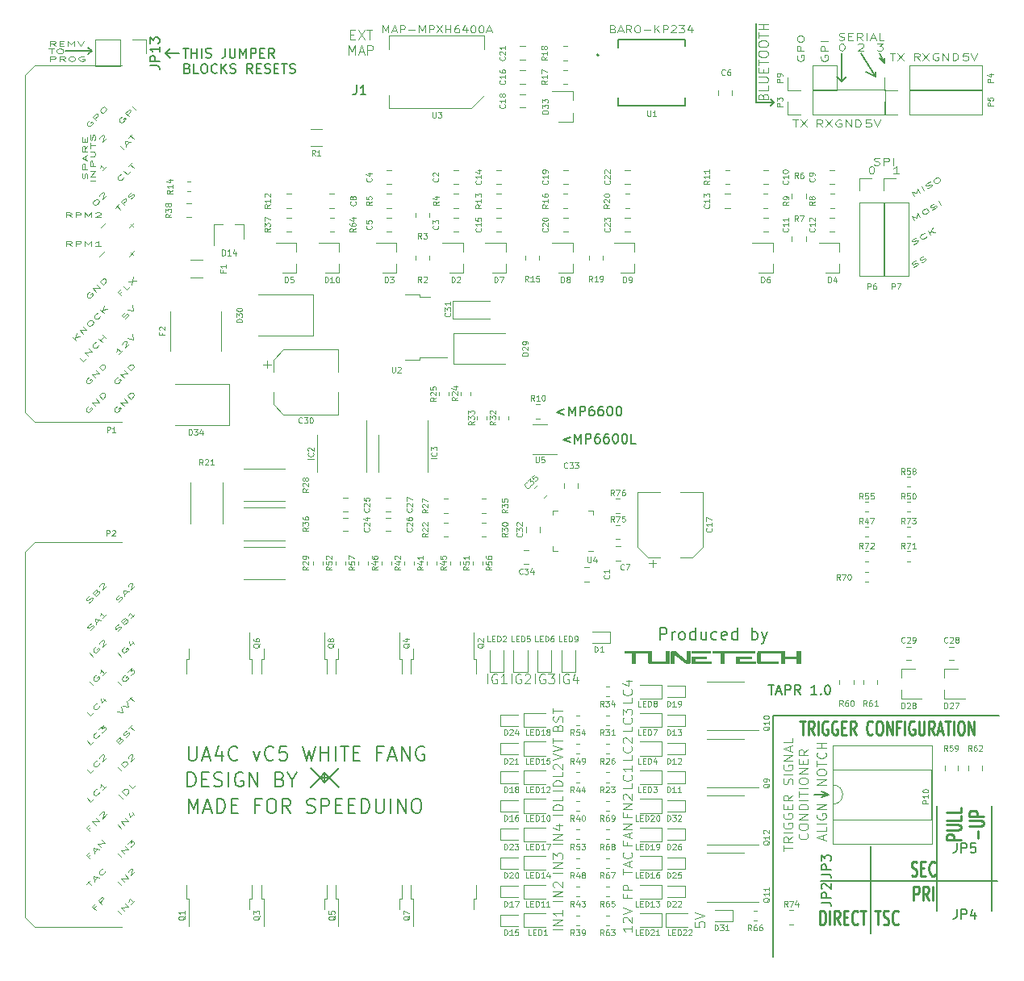
<source format=gto>
G04 #@! TF.GenerationSoftware,KiCad,Pcbnew,7.0.7+dfsg-1*
G04 #@! TF.CreationDate,2024-05-02T13:52:24+03:00*
G04 #@! TF.ProjectId,UA4C-vC5,55413443-2d76-4433-952e-6b696361645f,C5*
G04 #@! TF.SameCoordinates,Original*
G04 #@! TF.FileFunction,Legend,Top*
G04 #@! TF.FilePolarity,Positive*
%FSLAX46Y46*%
G04 Gerber Fmt 4.6, Leading zero omitted, Abs format (unit mm)*
G04 Created by KiCad (PCBNEW 7.0.7+dfsg-1) date 2024-05-02 13:52:24*
%MOMM*%
%LPD*%
G01*
G04 APERTURE LIST*
%ADD10C,0.200000*%
%ADD11C,0.150000*%
%ADD12C,0.125000*%
%ADD13C,0.250000*%
%ADD14C,0.100000*%
%ADD15C,0.120000*%
%ADD16C,0.127000*%
G04 APERTURE END LIST*
D10*
X154434524Y-129567873D02*
X154434524Y-128317873D01*
X154434524Y-128317873D02*
X154910714Y-128317873D01*
X154910714Y-128317873D02*
X155029762Y-128377397D01*
X155029762Y-128377397D02*
X155089285Y-128436921D01*
X155089285Y-128436921D02*
X155148809Y-128555969D01*
X155148809Y-128555969D02*
X155148809Y-128734540D01*
X155148809Y-128734540D02*
X155089285Y-128853588D01*
X155089285Y-128853588D02*
X155029762Y-128913111D01*
X155029762Y-128913111D02*
X154910714Y-128972635D01*
X154910714Y-128972635D02*
X154434524Y-128972635D01*
X155684524Y-129567873D02*
X155684524Y-128734540D01*
X155684524Y-128972635D02*
X155744047Y-128853588D01*
X155744047Y-128853588D02*
X155803571Y-128794064D01*
X155803571Y-128794064D02*
X155922619Y-128734540D01*
X155922619Y-128734540D02*
X156041666Y-128734540D01*
X156636905Y-129567873D02*
X156517857Y-129508350D01*
X156517857Y-129508350D02*
X156458334Y-129448826D01*
X156458334Y-129448826D02*
X156398810Y-129329778D01*
X156398810Y-129329778D02*
X156398810Y-128972635D01*
X156398810Y-128972635D02*
X156458334Y-128853588D01*
X156458334Y-128853588D02*
X156517857Y-128794064D01*
X156517857Y-128794064D02*
X156636905Y-128734540D01*
X156636905Y-128734540D02*
X156815476Y-128734540D01*
X156815476Y-128734540D02*
X156934524Y-128794064D01*
X156934524Y-128794064D02*
X156994048Y-128853588D01*
X156994048Y-128853588D02*
X157053572Y-128972635D01*
X157053572Y-128972635D02*
X157053572Y-129329778D01*
X157053572Y-129329778D02*
X156994048Y-129448826D01*
X156994048Y-129448826D02*
X156934524Y-129508350D01*
X156934524Y-129508350D02*
X156815476Y-129567873D01*
X156815476Y-129567873D02*
X156636905Y-129567873D01*
X158125000Y-129567873D02*
X158125000Y-128317873D01*
X158125000Y-129508350D02*
X158005952Y-129567873D01*
X158005952Y-129567873D02*
X157767857Y-129567873D01*
X157767857Y-129567873D02*
X157648809Y-129508350D01*
X157648809Y-129508350D02*
X157589286Y-129448826D01*
X157589286Y-129448826D02*
X157529762Y-129329778D01*
X157529762Y-129329778D02*
X157529762Y-128972635D01*
X157529762Y-128972635D02*
X157589286Y-128853588D01*
X157589286Y-128853588D02*
X157648809Y-128794064D01*
X157648809Y-128794064D02*
X157767857Y-128734540D01*
X157767857Y-128734540D02*
X158005952Y-128734540D01*
X158005952Y-128734540D02*
X158125000Y-128794064D01*
X159255952Y-128734540D02*
X159255952Y-129567873D01*
X158720238Y-128734540D02*
X158720238Y-129389302D01*
X158720238Y-129389302D02*
X158779761Y-129508350D01*
X158779761Y-129508350D02*
X158898809Y-129567873D01*
X158898809Y-129567873D02*
X159077380Y-129567873D01*
X159077380Y-129567873D02*
X159196428Y-129508350D01*
X159196428Y-129508350D02*
X159255952Y-129448826D01*
X160386904Y-129508350D02*
X160267856Y-129567873D01*
X160267856Y-129567873D02*
X160029761Y-129567873D01*
X160029761Y-129567873D02*
X159910713Y-129508350D01*
X159910713Y-129508350D02*
X159851190Y-129448826D01*
X159851190Y-129448826D02*
X159791666Y-129329778D01*
X159791666Y-129329778D02*
X159791666Y-128972635D01*
X159791666Y-128972635D02*
X159851190Y-128853588D01*
X159851190Y-128853588D02*
X159910713Y-128794064D01*
X159910713Y-128794064D02*
X160029761Y-128734540D01*
X160029761Y-128734540D02*
X160267856Y-128734540D01*
X160267856Y-128734540D02*
X160386904Y-128794064D01*
X161398809Y-129508350D02*
X161279761Y-129567873D01*
X161279761Y-129567873D02*
X161041666Y-129567873D01*
X161041666Y-129567873D02*
X160922619Y-129508350D01*
X160922619Y-129508350D02*
X160863095Y-129389302D01*
X160863095Y-129389302D02*
X160863095Y-128913111D01*
X160863095Y-128913111D02*
X160922619Y-128794064D01*
X160922619Y-128794064D02*
X161041666Y-128734540D01*
X161041666Y-128734540D02*
X161279761Y-128734540D01*
X161279761Y-128734540D02*
X161398809Y-128794064D01*
X161398809Y-128794064D02*
X161458333Y-128913111D01*
X161458333Y-128913111D02*
X161458333Y-129032159D01*
X161458333Y-129032159D02*
X160863095Y-129151207D01*
X162529762Y-129567873D02*
X162529762Y-128317873D01*
X162529762Y-129508350D02*
X162410714Y-129567873D01*
X162410714Y-129567873D02*
X162172619Y-129567873D01*
X162172619Y-129567873D02*
X162053571Y-129508350D01*
X162053571Y-129508350D02*
X161994048Y-129448826D01*
X161994048Y-129448826D02*
X161934524Y-129329778D01*
X161934524Y-129329778D02*
X161934524Y-128972635D01*
X161934524Y-128972635D02*
X161994048Y-128853588D01*
X161994048Y-128853588D02*
X162053571Y-128794064D01*
X162053571Y-128794064D02*
X162172619Y-128734540D01*
X162172619Y-128734540D02*
X162410714Y-128734540D01*
X162410714Y-128734540D02*
X162529762Y-128794064D01*
X164077381Y-129567873D02*
X164077381Y-128317873D01*
X164077381Y-128794064D02*
X164196428Y-128734540D01*
X164196428Y-128734540D02*
X164434523Y-128734540D01*
X164434523Y-128734540D02*
X164553571Y-128794064D01*
X164553571Y-128794064D02*
X164613095Y-128853588D01*
X164613095Y-128853588D02*
X164672619Y-128972635D01*
X164672619Y-128972635D02*
X164672619Y-129329778D01*
X164672619Y-129329778D02*
X164613095Y-129448826D01*
X164613095Y-129448826D02*
X164553571Y-129508350D01*
X164553571Y-129508350D02*
X164434523Y-129567873D01*
X164434523Y-129567873D02*
X164196428Y-129567873D01*
X164196428Y-129567873D02*
X164077381Y-129508350D01*
X165089285Y-128734540D02*
X165386904Y-129567873D01*
X165684523Y-128734540D02*
X165386904Y-129567873D01*
X165386904Y-129567873D02*
X165267856Y-129865492D01*
X165267856Y-129865492D02*
X165208333Y-129925016D01*
X165208333Y-129925016D02*
X165089285Y-129984540D01*
D11*
X92000000Y-67750000D02*
X94800000Y-67750000D01*
X94800000Y-67750000D02*
X94400000Y-67400000D01*
X94800000Y-67750000D02*
X94400000Y-68100000D01*
X189200000Y-158000000D02*
X189200000Y-147000000D01*
X183450000Y-158000000D02*
X183450000Y-147000000D01*
X166400000Y-73150000D02*
X166000000Y-73500000D01*
X166400000Y-73150000D02*
X166000000Y-72800000D01*
X164500000Y-73150000D02*
X166400000Y-73150000D01*
X177500000Y-68000000D02*
X178000000Y-69000000D01*
X175500000Y-68000000D02*
X177000000Y-70500000D01*
X171250000Y-154850000D02*
X189850000Y-154850000D01*
X173500000Y-71000000D02*
X173000000Y-70500000D01*
X177000000Y-70500000D02*
X177000000Y-70000000D01*
X166300000Y-137500000D02*
X166300000Y-162850000D01*
X172100000Y-145800000D02*
X171400000Y-145500000D01*
X172100000Y-145800000D02*
X171400000Y-146100000D01*
X102500000Y-68000000D02*
X103000000Y-68500000D01*
X174000000Y-70500000D02*
X173500000Y-71000000D01*
X173500000Y-68000000D02*
X173500000Y-71000000D01*
X177000000Y-70500000D02*
X176000000Y-70000000D01*
X176500000Y-151250000D02*
X176500000Y-160400000D01*
X178000000Y-69000000D02*
X177500000Y-68500000D01*
X170600000Y-145800000D02*
X172100000Y-145800000D01*
X190000000Y-137500000D02*
X166300000Y-137500000D01*
X102500000Y-68000000D02*
X104000000Y-68000000D01*
X173500000Y-71000000D02*
X174000000Y-70500000D01*
X102500000Y-68000000D02*
X103000000Y-67500000D01*
X164500000Y-73150000D02*
X164500000Y-64900000D01*
X178000000Y-69000000D02*
X178000000Y-68500000D01*
D12*
X94627971Y-152119568D02*
X94392268Y-152355270D01*
X94577463Y-152540465D02*
X94223910Y-152186911D01*
X94223910Y-152186911D02*
X94560627Y-151850194D01*
X95048868Y-151867030D02*
X95385585Y-151530312D01*
X95082539Y-152035388D02*
X94964688Y-151446133D01*
X94964688Y-151446133D02*
X95553944Y-151563984D01*
X95789646Y-151328281D02*
X95436093Y-150974728D01*
X95436093Y-150974728D02*
X96193707Y-150924220D01*
X96193707Y-150924220D02*
X95840154Y-150570667D01*
X95267734Y-157479804D02*
X95032032Y-157715507D01*
X95217226Y-157900701D02*
X94863673Y-157547148D01*
X94863673Y-157547148D02*
X95200390Y-157210430D01*
X95823318Y-157294610D02*
X95469765Y-156941056D01*
X95469765Y-156941056D02*
X95739139Y-156671682D01*
X95739139Y-156671682D02*
X95823318Y-156621175D01*
X95823318Y-156621175D02*
X95873826Y-156604339D01*
X95873826Y-156604339D02*
X95941169Y-156604339D01*
X95941169Y-156604339D02*
X95991677Y-156654846D01*
X95991677Y-156654846D02*
X95991677Y-156722190D01*
X95991677Y-156722190D02*
X95974841Y-156772698D01*
X95974841Y-156772698D02*
X95924333Y-156856877D01*
X95924333Y-156856877D02*
X95654959Y-157126251D01*
X94223910Y-155186911D02*
X94627971Y-154782850D01*
X94779493Y-155338434D02*
X94425940Y-154984881D01*
X95082539Y-154833358D02*
X95419257Y-154496640D01*
X95116211Y-155001717D02*
X94998360Y-154412461D01*
X94998360Y-154412461D02*
X95587616Y-154530312D01*
X96193707Y-153856877D02*
X96176871Y-153907385D01*
X96176871Y-153907385D02*
X96092692Y-154025236D01*
X96092692Y-154025236D02*
X96025348Y-154092579D01*
X96025348Y-154092579D02*
X95907497Y-154176759D01*
X95907497Y-154176759D02*
X95806482Y-154210430D01*
X95806482Y-154210430D02*
X95739139Y-154210430D01*
X95739139Y-154210430D02*
X95638123Y-154176759D01*
X95638123Y-154176759D02*
X95587616Y-154126251D01*
X95587616Y-154126251D02*
X95553944Y-154025236D01*
X95553944Y-154025236D02*
X95553944Y-153957892D01*
X95553944Y-153957892D02*
X95587616Y-153856877D01*
X95587616Y-153856877D02*
X95671795Y-153739026D01*
X95671795Y-153739026D02*
X95739139Y-153671682D01*
X95739139Y-153671682D02*
X95856990Y-153587503D01*
X95856990Y-153587503D02*
X95907497Y-153570667D01*
X138823810Y-134156119D02*
X138823810Y-133156119D01*
X139823809Y-133203738D02*
X139728571Y-133156119D01*
X139728571Y-133156119D02*
X139585714Y-133156119D01*
X139585714Y-133156119D02*
X139442857Y-133203738D01*
X139442857Y-133203738D02*
X139347619Y-133298976D01*
X139347619Y-133298976D02*
X139300000Y-133394214D01*
X139300000Y-133394214D02*
X139252381Y-133584690D01*
X139252381Y-133584690D02*
X139252381Y-133727547D01*
X139252381Y-133727547D02*
X139300000Y-133918023D01*
X139300000Y-133918023D02*
X139347619Y-134013261D01*
X139347619Y-134013261D02*
X139442857Y-134108500D01*
X139442857Y-134108500D02*
X139585714Y-134156119D01*
X139585714Y-134156119D02*
X139680952Y-134156119D01*
X139680952Y-134156119D02*
X139823809Y-134108500D01*
X139823809Y-134108500D02*
X139871428Y-134060880D01*
X139871428Y-134060880D02*
X139871428Y-133727547D01*
X139871428Y-133727547D02*
X139680952Y-133727547D01*
X140252381Y-133251357D02*
X140300000Y-133203738D01*
X140300000Y-133203738D02*
X140395238Y-133156119D01*
X140395238Y-133156119D02*
X140633333Y-133156119D01*
X140633333Y-133156119D02*
X140728571Y-133203738D01*
X140728571Y-133203738D02*
X140776190Y-133251357D01*
X140776190Y-133251357D02*
X140823809Y-133346595D01*
X140823809Y-133346595D02*
X140823809Y-133441833D01*
X140823809Y-133441833D02*
X140776190Y-133584690D01*
X140776190Y-133584690D02*
X140204762Y-134156119D01*
X140204762Y-134156119D02*
X140823809Y-134156119D01*
X136323810Y-134156119D02*
X136323810Y-133156119D01*
X137323809Y-133203738D02*
X137228571Y-133156119D01*
X137228571Y-133156119D02*
X137085714Y-133156119D01*
X137085714Y-133156119D02*
X136942857Y-133203738D01*
X136942857Y-133203738D02*
X136847619Y-133298976D01*
X136847619Y-133298976D02*
X136800000Y-133394214D01*
X136800000Y-133394214D02*
X136752381Y-133584690D01*
X136752381Y-133584690D02*
X136752381Y-133727547D01*
X136752381Y-133727547D02*
X136800000Y-133918023D01*
X136800000Y-133918023D02*
X136847619Y-134013261D01*
X136847619Y-134013261D02*
X136942857Y-134108500D01*
X136942857Y-134108500D02*
X137085714Y-134156119D01*
X137085714Y-134156119D02*
X137180952Y-134156119D01*
X137180952Y-134156119D02*
X137323809Y-134108500D01*
X137323809Y-134108500D02*
X137371428Y-134060880D01*
X137371428Y-134060880D02*
X137371428Y-133727547D01*
X137371428Y-133727547D02*
X137180952Y-133727547D01*
X138323809Y-134156119D02*
X137752381Y-134156119D01*
X138038095Y-134156119D02*
X138038095Y-133156119D01*
X138038095Y-133156119D02*
X137942857Y-133298976D01*
X137942857Y-133298976D02*
X137847619Y-133394214D01*
X137847619Y-133394214D02*
X137752381Y-133441833D01*
X143823810Y-134156119D02*
X143823810Y-133156119D01*
X144823809Y-133203738D02*
X144728571Y-133156119D01*
X144728571Y-133156119D02*
X144585714Y-133156119D01*
X144585714Y-133156119D02*
X144442857Y-133203738D01*
X144442857Y-133203738D02*
X144347619Y-133298976D01*
X144347619Y-133298976D02*
X144300000Y-133394214D01*
X144300000Y-133394214D02*
X144252381Y-133584690D01*
X144252381Y-133584690D02*
X144252381Y-133727547D01*
X144252381Y-133727547D02*
X144300000Y-133918023D01*
X144300000Y-133918023D02*
X144347619Y-134013261D01*
X144347619Y-134013261D02*
X144442857Y-134108500D01*
X144442857Y-134108500D02*
X144585714Y-134156119D01*
X144585714Y-134156119D02*
X144680952Y-134156119D01*
X144680952Y-134156119D02*
X144823809Y-134108500D01*
X144823809Y-134108500D02*
X144871428Y-134060880D01*
X144871428Y-134060880D02*
X144871428Y-133727547D01*
X144871428Y-133727547D02*
X144680952Y-133727547D01*
X145728571Y-133489452D02*
X145728571Y-134156119D01*
X145490476Y-133108500D02*
X145252381Y-133822785D01*
X145252381Y-133822785D02*
X145871428Y-133822785D01*
X141323810Y-134156119D02*
X141323810Y-133156119D01*
X142323809Y-133203738D02*
X142228571Y-133156119D01*
X142228571Y-133156119D02*
X142085714Y-133156119D01*
X142085714Y-133156119D02*
X141942857Y-133203738D01*
X141942857Y-133203738D02*
X141847619Y-133298976D01*
X141847619Y-133298976D02*
X141800000Y-133394214D01*
X141800000Y-133394214D02*
X141752381Y-133584690D01*
X141752381Y-133584690D02*
X141752381Y-133727547D01*
X141752381Y-133727547D02*
X141800000Y-133918023D01*
X141800000Y-133918023D02*
X141847619Y-134013261D01*
X141847619Y-134013261D02*
X141942857Y-134108500D01*
X141942857Y-134108500D02*
X142085714Y-134156119D01*
X142085714Y-134156119D02*
X142180952Y-134156119D01*
X142180952Y-134156119D02*
X142323809Y-134108500D01*
X142323809Y-134108500D02*
X142371428Y-134060880D01*
X142371428Y-134060880D02*
X142371428Y-133727547D01*
X142371428Y-133727547D02*
X142180952Y-133727547D01*
X142704762Y-133156119D02*
X143323809Y-133156119D01*
X143323809Y-133156119D02*
X142990476Y-133537071D01*
X142990476Y-133537071D02*
X143133333Y-133537071D01*
X143133333Y-133537071D02*
X143228571Y-133584690D01*
X143228571Y-133584690D02*
X143276190Y-133632309D01*
X143276190Y-133632309D02*
X143323809Y-133727547D01*
X143323809Y-133727547D02*
X143323809Y-133965642D01*
X143323809Y-133965642D02*
X143276190Y-134060880D01*
X143276190Y-134060880D02*
X143228571Y-134108500D01*
X143228571Y-134108500D02*
X143133333Y-134156119D01*
X143133333Y-134156119D02*
X142847619Y-134156119D01*
X142847619Y-134156119D02*
X142752381Y-134108500D01*
X142752381Y-134108500D02*
X142704762Y-134060880D01*
X173190476Y-66604750D02*
X173333333Y-66640464D01*
X173333333Y-66640464D02*
X173571428Y-66640464D01*
X173571428Y-66640464D02*
X173666666Y-66604750D01*
X173666666Y-66604750D02*
X173714285Y-66569035D01*
X173714285Y-66569035D02*
X173761904Y-66497607D01*
X173761904Y-66497607D02*
X173761904Y-66426178D01*
X173761904Y-66426178D02*
X173714285Y-66354750D01*
X173714285Y-66354750D02*
X173666666Y-66319035D01*
X173666666Y-66319035D02*
X173571428Y-66283321D01*
X173571428Y-66283321D02*
X173380952Y-66247607D01*
X173380952Y-66247607D02*
X173285714Y-66211892D01*
X173285714Y-66211892D02*
X173238095Y-66176178D01*
X173238095Y-66176178D02*
X173190476Y-66104750D01*
X173190476Y-66104750D02*
X173190476Y-66033321D01*
X173190476Y-66033321D02*
X173238095Y-65961892D01*
X173238095Y-65961892D02*
X173285714Y-65926178D01*
X173285714Y-65926178D02*
X173380952Y-65890464D01*
X173380952Y-65890464D02*
X173619047Y-65890464D01*
X173619047Y-65890464D02*
X173761904Y-65926178D01*
X174190476Y-66247607D02*
X174523809Y-66247607D01*
X174666666Y-66640464D02*
X174190476Y-66640464D01*
X174190476Y-66640464D02*
X174190476Y-65890464D01*
X174190476Y-65890464D02*
X174666666Y-65890464D01*
X175666666Y-66640464D02*
X175333333Y-66283321D01*
X175095238Y-66640464D02*
X175095238Y-65890464D01*
X175095238Y-65890464D02*
X175476190Y-65890464D01*
X175476190Y-65890464D02*
X175571428Y-65926178D01*
X175571428Y-65926178D02*
X175619047Y-65961892D01*
X175619047Y-65961892D02*
X175666666Y-66033321D01*
X175666666Y-66033321D02*
X175666666Y-66140464D01*
X175666666Y-66140464D02*
X175619047Y-66211892D01*
X175619047Y-66211892D02*
X175571428Y-66247607D01*
X175571428Y-66247607D02*
X175476190Y-66283321D01*
X175476190Y-66283321D02*
X175095238Y-66283321D01*
X176095238Y-66640464D02*
X176095238Y-65890464D01*
X176523809Y-66426178D02*
X176999999Y-66426178D01*
X176428571Y-66640464D02*
X176761904Y-65890464D01*
X176761904Y-65890464D02*
X177095237Y-66640464D01*
X177904761Y-66640464D02*
X177428571Y-66640464D01*
X177428571Y-66640464D02*
X177428571Y-65890464D01*
X175214286Y-67061892D02*
X175261905Y-67026178D01*
X175261905Y-67026178D02*
X175357143Y-66990464D01*
X175357143Y-66990464D02*
X175595238Y-66990464D01*
X175595238Y-66990464D02*
X175690476Y-67026178D01*
X175690476Y-67026178D02*
X175738095Y-67061892D01*
X175738095Y-67061892D02*
X175785714Y-67133321D01*
X175785714Y-67133321D02*
X175785714Y-67204750D01*
X175785714Y-67204750D02*
X175738095Y-67311892D01*
X175738095Y-67311892D02*
X175166667Y-67740464D01*
X175166667Y-67740464D02*
X175785714Y-67740464D01*
X176577381Y-79890464D02*
X176672619Y-79890464D01*
X176672619Y-79890464D02*
X176767857Y-79926178D01*
X176767857Y-79926178D02*
X176815476Y-79961892D01*
X176815476Y-79961892D02*
X176863095Y-80033321D01*
X176863095Y-80033321D02*
X176910714Y-80176178D01*
X176910714Y-80176178D02*
X176910714Y-80354750D01*
X176910714Y-80354750D02*
X176863095Y-80497607D01*
X176863095Y-80497607D02*
X176815476Y-80569035D01*
X176815476Y-80569035D02*
X176767857Y-80604750D01*
X176767857Y-80604750D02*
X176672619Y-80640464D01*
X176672619Y-80640464D02*
X176577381Y-80640464D01*
X176577381Y-80640464D02*
X176482143Y-80604750D01*
X176482143Y-80604750D02*
X176434524Y-80569035D01*
X176434524Y-80569035D02*
X176386905Y-80497607D01*
X176386905Y-80497607D02*
X176339286Y-80354750D01*
X176339286Y-80354750D02*
X176339286Y-80176178D01*
X176339286Y-80176178D02*
X176386905Y-80033321D01*
X176386905Y-80033321D02*
X176434524Y-79961892D01*
X176434524Y-79961892D02*
X176482143Y-79926178D01*
X176482143Y-79926178D02*
X176577381Y-79890464D01*
X179485714Y-80640464D02*
X178914286Y-80640464D01*
X179200000Y-80640464D02*
X179200000Y-79890464D01*
X179200000Y-79890464D02*
X179104762Y-79997607D01*
X179104762Y-79997607D02*
X179009524Y-80069035D01*
X179009524Y-80069035D02*
X178914286Y-80104750D01*
X176876191Y-79704750D02*
X177019048Y-79740464D01*
X177019048Y-79740464D02*
X177257143Y-79740464D01*
X177257143Y-79740464D02*
X177352381Y-79704750D01*
X177352381Y-79704750D02*
X177400000Y-79669035D01*
X177400000Y-79669035D02*
X177447619Y-79597607D01*
X177447619Y-79597607D02*
X177447619Y-79526178D01*
X177447619Y-79526178D02*
X177400000Y-79454750D01*
X177400000Y-79454750D02*
X177352381Y-79419035D01*
X177352381Y-79419035D02*
X177257143Y-79383321D01*
X177257143Y-79383321D02*
X177066667Y-79347607D01*
X177066667Y-79347607D02*
X176971429Y-79311892D01*
X176971429Y-79311892D02*
X176923810Y-79276178D01*
X176923810Y-79276178D02*
X176876191Y-79204750D01*
X176876191Y-79204750D02*
X176876191Y-79133321D01*
X176876191Y-79133321D02*
X176923810Y-79061892D01*
X176923810Y-79061892D02*
X176971429Y-79026178D01*
X176971429Y-79026178D02*
X177066667Y-78990464D01*
X177066667Y-78990464D02*
X177304762Y-78990464D01*
X177304762Y-78990464D02*
X177447619Y-79026178D01*
X177876191Y-79740464D02*
X177876191Y-78990464D01*
X177876191Y-78990464D02*
X178257143Y-78990464D01*
X178257143Y-78990464D02*
X178352381Y-79026178D01*
X178352381Y-79026178D02*
X178400000Y-79061892D01*
X178400000Y-79061892D02*
X178447619Y-79133321D01*
X178447619Y-79133321D02*
X178447619Y-79240464D01*
X178447619Y-79240464D02*
X178400000Y-79311892D01*
X178400000Y-79311892D02*
X178352381Y-79347607D01*
X178352381Y-79347607D02*
X178257143Y-79383321D01*
X178257143Y-79383321D02*
X177876191Y-79383321D01*
X178876191Y-79740464D02*
X178876191Y-78990464D01*
D11*
X104857142Y-144986128D02*
X104857142Y-143486128D01*
X104857142Y-143486128D02*
X105214285Y-143486128D01*
X105214285Y-143486128D02*
X105428571Y-143557557D01*
X105428571Y-143557557D02*
X105571428Y-143700414D01*
X105571428Y-143700414D02*
X105642857Y-143843271D01*
X105642857Y-143843271D02*
X105714285Y-144128985D01*
X105714285Y-144128985D02*
X105714285Y-144343271D01*
X105714285Y-144343271D02*
X105642857Y-144628985D01*
X105642857Y-144628985D02*
X105571428Y-144771842D01*
X105571428Y-144771842D02*
X105428571Y-144914700D01*
X105428571Y-144914700D02*
X105214285Y-144986128D01*
X105214285Y-144986128D02*
X104857142Y-144986128D01*
X106357142Y-144200414D02*
X106857142Y-144200414D01*
X107071428Y-144986128D02*
X106357142Y-144986128D01*
X106357142Y-144986128D02*
X106357142Y-143486128D01*
X106357142Y-143486128D02*
X107071428Y-143486128D01*
X107642857Y-144914700D02*
X107857143Y-144986128D01*
X107857143Y-144986128D02*
X108214285Y-144986128D01*
X108214285Y-144986128D02*
X108357143Y-144914700D01*
X108357143Y-144914700D02*
X108428571Y-144843271D01*
X108428571Y-144843271D02*
X108500000Y-144700414D01*
X108500000Y-144700414D02*
X108500000Y-144557557D01*
X108500000Y-144557557D02*
X108428571Y-144414700D01*
X108428571Y-144414700D02*
X108357143Y-144343271D01*
X108357143Y-144343271D02*
X108214285Y-144271842D01*
X108214285Y-144271842D02*
X107928571Y-144200414D01*
X107928571Y-144200414D02*
X107785714Y-144128985D01*
X107785714Y-144128985D02*
X107714285Y-144057557D01*
X107714285Y-144057557D02*
X107642857Y-143914700D01*
X107642857Y-143914700D02*
X107642857Y-143771842D01*
X107642857Y-143771842D02*
X107714285Y-143628985D01*
X107714285Y-143628985D02*
X107785714Y-143557557D01*
X107785714Y-143557557D02*
X107928571Y-143486128D01*
X107928571Y-143486128D02*
X108285714Y-143486128D01*
X108285714Y-143486128D02*
X108500000Y-143557557D01*
X109142856Y-144986128D02*
X109142856Y-143486128D01*
X110642857Y-143557557D02*
X110500000Y-143486128D01*
X110500000Y-143486128D02*
X110285714Y-143486128D01*
X110285714Y-143486128D02*
X110071428Y-143557557D01*
X110071428Y-143557557D02*
X109928571Y-143700414D01*
X109928571Y-143700414D02*
X109857142Y-143843271D01*
X109857142Y-143843271D02*
X109785714Y-144128985D01*
X109785714Y-144128985D02*
X109785714Y-144343271D01*
X109785714Y-144343271D02*
X109857142Y-144628985D01*
X109857142Y-144628985D02*
X109928571Y-144771842D01*
X109928571Y-144771842D02*
X110071428Y-144914700D01*
X110071428Y-144914700D02*
X110285714Y-144986128D01*
X110285714Y-144986128D02*
X110428571Y-144986128D01*
X110428571Y-144986128D02*
X110642857Y-144914700D01*
X110642857Y-144914700D02*
X110714285Y-144843271D01*
X110714285Y-144843271D02*
X110714285Y-144343271D01*
X110714285Y-144343271D02*
X110428571Y-144343271D01*
X111357142Y-144986128D02*
X111357142Y-143486128D01*
X111357142Y-143486128D02*
X112214285Y-144986128D01*
X112214285Y-144986128D02*
X112214285Y-143486128D01*
X114571428Y-144200414D02*
X114785714Y-144271842D01*
X114785714Y-144271842D02*
X114857143Y-144343271D01*
X114857143Y-144343271D02*
X114928571Y-144486128D01*
X114928571Y-144486128D02*
X114928571Y-144700414D01*
X114928571Y-144700414D02*
X114857143Y-144843271D01*
X114857143Y-144843271D02*
X114785714Y-144914700D01*
X114785714Y-144914700D02*
X114642857Y-144986128D01*
X114642857Y-144986128D02*
X114071428Y-144986128D01*
X114071428Y-144986128D02*
X114071428Y-143486128D01*
X114071428Y-143486128D02*
X114571428Y-143486128D01*
X114571428Y-143486128D02*
X114714286Y-143557557D01*
X114714286Y-143557557D02*
X114785714Y-143628985D01*
X114785714Y-143628985D02*
X114857143Y-143771842D01*
X114857143Y-143771842D02*
X114857143Y-143914700D01*
X114857143Y-143914700D02*
X114785714Y-144057557D01*
X114785714Y-144057557D02*
X114714286Y-144128985D01*
X114714286Y-144128985D02*
X114571428Y-144200414D01*
X114571428Y-144200414D02*
X114071428Y-144200414D01*
X115857143Y-144271842D02*
X115857143Y-144986128D01*
X115357143Y-143486128D02*
X115857143Y-144271842D01*
X115857143Y-144271842D02*
X116357143Y-143486128D01*
X104955826Y-147736128D02*
X104955826Y-146236128D01*
X104955826Y-146236128D02*
X105455826Y-147307557D01*
X105455826Y-147307557D02*
X105955826Y-146236128D01*
X105955826Y-146236128D02*
X105955826Y-147736128D01*
X106598684Y-147307557D02*
X107312970Y-147307557D01*
X106455827Y-147736128D02*
X106955827Y-146236128D01*
X106955827Y-146236128D02*
X107455827Y-147736128D01*
X107955826Y-147736128D02*
X107955826Y-146236128D01*
X107955826Y-146236128D02*
X108312969Y-146236128D01*
X108312969Y-146236128D02*
X108527255Y-146307557D01*
X108527255Y-146307557D02*
X108670112Y-146450414D01*
X108670112Y-146450414D02*
X108741541Y-146593271D01*
X108741541Y-146593271D02*
X108812969Y-146878985D01*
X108812969Y-146878985D02*
X108812969Y-147093271D01*
X108812969Y-147093271D02*
X108741541Y-147378985D01*
X108741541Y-147378985D02*
X108670112Y-147521842D01*
X108670112Y-147521842D02*
X108527255Y-147664700D01*
X108527255Y-147664700D02*
X108312969Y-147736128D01*
X108312969Y-147736128D02*
X107955826Y-147736128D01*
X109455826Y-146950414D02*
X109955826Y-146950414D01*
X110170112Y-147736128D02*
X109455826Y-147736128D01*
X109455826Y-147736128D02*
X109455826Y-146236128D01*
X109455826Y-146236128D02*
X110170112Y-146236128D01*
X112455826Y-146950414D02*
X111955826Y-146950414D01*
X111955826Y-147736128D02*
X111955826Y-146236128D01*
X111955826Y-146236128D02*
X112670112Y-146236128D01*
X113527255Y-146236128D02*
X113812969Y-146236128D01*
X113812969Y-146236128D02*
X113955826Y-146307557D01*
X113955826Y-146307557D02*
X114098683Y-146450414D01*
X114098683Y-146450414D02*
X114170112Y-146736128D01*
X114170112Y-146736128D02*
X114170112Y-147236128D01*
X114170112Y-147236128D02*
X114098683Y-147521842D01*
X114098683Y-147521842D02*
X113955826Y-147664700D01*
X113955826Y-147664700D02*
X113812969Y-147736128D01*
X113812969Y-147736128D02*
X113527255Y-147736128D01*
X113527255Y-147736128D02*
X113384398Y-147664700D01*
X113384398Y-147664700D02*
X113241540Y-147521842D01*
X113241540Y-147521842D02*
X113170112Y-147236128D01*
X113170112Y-147236128D02*
X113170112Y-146736128D01*
X113170112Y-146736128D02*
X113241540Y-146450414D01*
X113241540Y-146450414D02*
X113384398Y-146307557D01*
X113384398Y-146307557D02*
X113527255Y-146236128D01*
X115670112Y-147736128D02*
X115170112Y-147021842D01*
X114812969Y-147736128D02*
X114812969Y-146236128D01*
X114812969Y-146236128D02*
X115384398Y-146236128D01*
X115384398Y-146236128D02*
X115527255Y-146307557D01*
X115527255Y-146307557D02*
X115598684Y-146378985D01*
X115598684Y-146378985D02*
X115670112Y-146521842D01*
X115670112Y-146521842D02*
X115670112Y-146736128D01*
X115670112Y-146736128D02*
X115598684Y-146878985D01*
X115598684Y-146878985D02*
X115527255Y-146950414D01*
X115527255Y-146950414D02*
X115384398Y-147021842D01*
X115384398Y-147021842D02*
X114812969Y-147021842D01*
X117384398Y-147664700D02*
X117598684Y-147736128D01*
X117598684Y-147736128D02*
X117955826Y-147736128D01*
X117955826Y-147736128D02*
X118098684Y-147664700D01*
X118098684Y-147664700D02*
X118170112Y-147593271D01*
X118170112Y-147593271D02*
X118241541Y-147450414D01*
X118241541Y-147450414D02*
X118241541Y-147307557D01*
X118241541Y-147307557D02*
X118170112Y-147164700D01*
X118170112Y-147164700D02*
X118098684Y-147093271D01*
X118098684Y-147093271D02*
X117955826Y-147021842D01*
X117955826Y-147021842D02*
X117670112Y-146950414D01*
X117670112Y-146950414D02*
X117527255Y-146878985D01*
X117527255Y-146878985D02*
X117455826Y-146807557D01*
X117455826Y-146807557D02*
X117384398Y-146664700D01*
X117384398Y-146664700D02*
X117384398Y-146521842D01*
X117384398Y-146521842D02*
X117455826Y-146378985D01*
X117455826Y-146378985D02*
X117527255Y-146307557D01*
X117527255Y-146307557D02*
X117670112Y-146236128D01*
X117670112Y-146236128D02*
X118027255Y-146236128D01*
X118027255Y-146236128D02*
X118241541Y-146307557D01*
X118884397Y-147736128D02*
X118884397Y-146236128D01*
X118884397Y-146236128D02*
X119455826Y-146236128D01*
X119455826Y-146236128D02*
X119598683Y-146307557D01*
X119598683Y-146307557D02*
X119670112Y-146378985D01*
X119670112Y-146378985D02*
X119741540Y-146521842D01*
X119741540Y-146521842D02*
X119741540Y-146736128D01*
X119741540Y-146736128D02*
X119670112Y-146878985D01*
X119670112Y-146878985D02*
X119598683Y-146950414D01*
X119598683Y-146950414D02*
X119455826Y-147021842D01*
X119455826Y-147021842D02*
X118884397Y-147021842D01*
X120384397Y-146950414D02*
X120884397Y-146950414D01*
X121098683Y-147736128D02*
X120384397Y-147736128D01*
X120384397Y-147736128D02*
X120384397Y-146236128D01*
X120384397Y-146236128D02*
X121098683Y-146236128D01*
X121741540Y-146950414D02*
X122241540Y-146950414D01*
X122455826Y-147736128D02*
X121741540Y-147736128D01*
X121741540Y-147736128D02*
X121741540Y-146236128D01*
X121741540Y-146236128D02*
X122455826Y-146236128D01*
X123098683Y-147736128D02*
X123098683Y-146236128D01*
X123098683Y-146236128D02*
X123455826Y-146236128D01*
X123455826Y-146236128D02*
X123670112Y-146307557D01*
X123670112Y-146307557D02*
X123812969Y-146450414D01*
X123812969Y-146450414D02*
X123884398Y-146593271D01*
X123884398Y-146593271D02*
X123955826Y-146878985D01*
X123955826Y-146878985D02*
X123955826Y-147093271D01*
X123955826Y-147093271D02*
X123884398Y-147378985D01*
X123884398Y-147378985D02*
X123812969Y-147521842D01*
X123812969Y-147521842D02*
X123670112Y-147664700D01*
X123670112Y-147664700D02*
X123455826Y-147736128D01*
X123455826Y-147736128D02*
X123098683Y-147736128D01*
X124598683Y-146236128D02*
X124598683Y-147450414D01*
X124598683Y-147450414D02*
X124670112Y-147593271D01*
X124670112Y-147593271D02*
X124741541Y-147664700D01*
X124741541Y-147664700D02*
X124884398Y-147736128D01*
X124884398Y-147736128D02*
X125170112Y-147736128D01*
X125170112Y-147736128D02*
X125312969Y-147664700D01*
X125312969Y-147664700D02*
X125384398Y-147593271D01*
X125384398Y-147593271D02*
X125455826Y-147450414D01*
X125455826Y-147450414D02*
X125455826Y-146236128D01*
X126170112Y-147736128D02*
X126170112Y-146236128D01*
X126884398Y-147736128D02*
X126884398Y-146236128D01*
X126884398Y-146236128D02*
X127741541Y-147736128D01*
X127741541Y-147736128D02*
X127741541Y-146236128D01*
X128741542Y-146236128D02*
X129027256Y-146236128D01*
X129027256Y-146236128D02*
X129170113Y-146307557D01*
X129170113Y-146307557D02*
X129312970Y-146450414D01*
X129312970Y-146450414D02*
X129384399Y-146736128D01*
X129384399Y-146736128D02*
X129384399Y-147236128D01*
X129384399Y-147236128D02*
X129312970Y-147521842D01*
X129312970Y-147521842D02*
X129170113Y-147664700D01*
X129170113Y-147664700D02*
X129027256Y-147736128D01*
X129027256Y-147736128D02*
X128741542Y-147736128D01*
X128741542Y-147736128D02*
X128598685Y-147664700D01*
X128598685Y-147664700D02*
X128455827Y-147521842D01*
X128455827Y-147521842D02*
X128384399Y-147236128D01*
X128384399Y-147236128D02*
X128384399Y-146736128D01*
X128384399Y-146736128D02*
X128455827Y-146450414D01*
X128455827Y-146450414D02*
X128598685Y-146307557D01*
X128598685Y-146307557D02*
X128741542Y-146236128D01*
D12*
X181139819Y-85534525D02*
X180889819Y-85101512D01*
X180889819Y-85101512D02*
X181357066Y-85244140D01*
X181357066Y-85244140D02*
X181467170Y-84768179D01*
X181467170Y-84768179D02*
X181717170Y-85201191D01*
X182044520Y-84434845D02*
X182209477Y-84339607D01*
X182209477Y-84339607D02*
X182303860Y-84312608D01*
X182303860Y-84312608D02*
X182410148Y-84306228D01*
X182410148Y-84306228D02*
X182499007Y-84364897D01*
X182499007Y-84364897D02*
X182582340Y-84509235D01*
X182582340Y-84509235D02*
X182588720Y-84615523D01*
X182588720Y-84615523D02*
X182530051Y-84704381D01*
X182530051Y-84704381D02*
X182459477Y-84772620D01*
X182459477Y-84772620D02*
X182294520Y-84867858D01*
X182294520Y-84867858D02*
X182200136Y-84894857D01*
X182200136Y-84894857D02*
X182093848Y-84901237D01*
X182093848Y-84901237D02*
X182004990Y-84842568D01*
X182004990Y-84842568D02*
X181921656Y-84698231D01*
X181921656Y-84698231D02*
X181915277Y-84591942D01*
X181915277Y-84591942D02*
X181973946Y-84503084D01*
X181973946Y-84503084D02*
X182044520Y-84434845D01*
X182983683Y-84442477D02*
X183119306Y-84391668D01*
X183119306Y-84391668D02*
X183325502Y-84272620D01*
X183325502Y-84272620D02*
X183396076Y-84204381D01*
X183396076Y-84204381D02*
X183425411Y-84159952D01*
X183425411Y-84159952D02*
X183442840Y-84094903D01*
X183442840Y-84094903D02*
X183419031Y-84053664D01*
X183419031Y-84053664D02*
X183353982Y-84036234D01*
X183353982Y-84036234D02*
X183300838Y-84039424D01*
X183300838Y-84039424D02*
X183206455Y-84066423D01*
X183206455Y-84066423D02*
X183029593Y-84141042D01*
X183029593Y-84141042D02*
X182935209Y-84168041D01*
X182935209Y-84168041D02*
X182882065Y-84171231D01*
X182882065Y-84171231D02*
X182817016Y-84153801D01*
X182817016Y-84153801D02*
X182793207Y-84112562D01*
X182793207Y-84112562D02*
X182810637Y-84047513D01*
X182810637Y-84047513D02*
X182839971Y-84003084D01*
X182839971Y-84003084D02*
X182910545Y-83934845D01*
X182910545Y-83934845D02*
X183116742Y-83815798D01*
X183116742Y-83815798D02*
X183252364Y-83764989D01*
X183861613Y-83963096D02*
X183611613Y-83530083D01*
X181036675Y-90437715D02*
X181172298Y-90386906D01*
X181172298Y-90386906D02*
X181378494Y-90267858D01*
X181378494Y-90267858D02*
X181449068Y-90199619D01*
X181449068Y-90199619D02*
X181478403Y-90155190D01*
X181478403Y-90155190D02*
X181495833Y-90090141D01*
X181495833Y-90090141D02*
X181472023Y-90048902D01*
X181472023Y-90048902D02*
X181406974Y-90031472D01*
X181406974Y-90031472D02*
X181353830Y-90034662D01*
X181353830Y-90034662D02*
X181259447Y-90061661D01*
X181259447Y-90061661D02*
X181082585Y-90136280D01*
X181082585Y-90136280D02*
X180988201Y-90163279D01*
X180988201Y-90163279D02*
X180935057Y-90166469D01*
X180935057Y-90166469D02*
X180870009Y-90149039D01*
X180870009Y-90149039D02*
X180846199Y-90107800D01*
X180846199Y-90107800D02*
X180863629Y-90042751D01*
X180863629Y-90042751D02*
X180892963Y-89998322D01*
X180892963Y-89998322D02*
X180963537Y-89930083D01*
X180963537Y-89930083D02*
X181169734Y-89811036D01*
X181169734Y-89811036D02*
X181305356Y-89760227D01*
X181861461Y-89961524D02*
X181997084Y-89910715D01*
X181997084Y-89910715D02*
X182203281Y-89791667D01*
X182203281Y-89791667D02*
X182273854Y-89723429D01*
X182273854Y-89723429D02*
X182303189Y-89679000D01*
X182303189Y-89679000D02*
X182320619Y-89613951D01*
X182320619Y-89613951D02*
X182296809Y-89572711D01*
X182296809Y-89572711D02*
X182231760Y-89555282D01*
X182231760Y-89555282D02*
X182178616Y-89558472D01*
X182178616Y-89558472D02*
X182084233Y-89585471D01*
X182084233Y-89585471D02*
X181907371Y-89660089D01*
X181907371Y-89660089D02*
X181812988Y-89687089D01*
X181812988Y-89687089D02*
X181759843Y-89690279D01*
X181759843Y-89690279D02*
X181694795Y-89672849D01*
X181694795Y-89672849D02*
X181670985Y-89631610D01*
X181670985Y-89631610D02*
X181688415Y-89566561D01*
X181688415Y-89566561D02*
X181717749Y-89522132D01*
X181717749Y-89522132D02*
X181788323Y-89453893D01*
X181788323Y-89453893D02*
X181994520Y-89334845D01*
X181994520Y-89334845D02*
X182130143Y-89284036D01*
X178538095Y-67990464D02*
X179109523Y-67990464D01*
X178823809Y-68740464D02*
X178823809Y-67990464D01*
X179347619Y-67990464D02*
X180014285Y-68740464D01*
X180014285Y-67990464D02*
X179347619Y-68740464D01*
X181658333Y-68740464D02*
X181325000Y-68383321D01*
X181086905Y-68740464D02*
X181086905Y-67990464D01*
X181086905Y-67990464D02*
X181467857Y-67990464D01*
X181467857Y-67990464D02*
X181563095Y-68026178D01*
X181563095Y-68026178D02*
X181610714Y-68061892D01*
X181610714Y-68061892D02*
X181658333Y-68133321D01*
X181658333Y-68133321D02*
X181658333Y-68240464D01*
X181658333Y-68240464D02*
X181610714Y-68311892D01*
X181610714Y-68311892D02*
X181563095Y-68347607D01*
X181563095Y-68347607D02*
X181467857Y-68383321D01*
X181467857Y-68383321D02*
X181086905Y-68383321D01*
X181991667Y-67990464D02*
X182658333Y-68740464D01*
X182658333Y-67990464D02*
X181991667Y-68740464D01*
X183613095Y-68026178D02*
X183517857Y-67990464D01*
X183517857Y-67990464D02*
X183375000Y-67990464D01*
X183375000Y-67990464D02*
X183232143Y-68026178D01*
X183232143Y-68026178D02*
X183136905Y-68097607D01*
X183136905Y-68097607D02*
X183089286Y-68169035D01*
X183089286Y-68169035D02*
X183041667Y-68311892D01*
X183041667Y-68311892D02*
X183041667Y-68419035D01*
X183041667Y-68419035D02*
X183089286Y-68561892D01*
X183089286Y-68561892D02*
X183136905Y-68633321D01*
X183136905Y-68633321D02*
X183232143Y-68704750D01*
X183232143Y-68704750D02*
X183375000Y-68740464D01*
X183375000Y-68740464D02*
X183470238Y-68740464D01*
X183470238Y-68740464D02*
X183613095Y-68704750D01*
X183613095Y-68704750D02*
X183660714Y-68669035D01*
X183660714Y-68669035D02*
X183660714Y-68419035D01*
X183660714Y-68419035D02*
X183470238Y-68419035D01*
X184089286Y-68740464D02*
X184089286Y-67990464D01*
X184089286Y-67990464D02*
X184660714Y-68740464D01*
X184660714Y-68740464D02*
X184660714Y-67990464D01*
X185136905Y-68740464D02*
X185136905Y-67990464D01*
X185136905Y-67990464D02*
X185375000Y-67990464D01*
X185375000Y-67990464D02*
X185517857Y-68026178D01*
X185517857Y-68026178D02*
X185613095Y-68097607D01*
X185613095Y-68097607D02*
X185660714Y-68169035D01*
X185660714Y-68169035D02*
X185708333Y-68311892D01*
X185708333Y-68311892D02*
X185708333Y-68419035D01*
X185708333Y-68419035D02*
X185660714Y-68561892D01*
X185660714Y-68561892D02*
X185613095Y-68633321D01*
X185613095Y-68633321D02*
X185517857Y-68704750D01*
X185517857Y-68704750D02*
X185375000Y-68740464D01*
X185375000Y-68740464D02*
X185136905Y-68740464D01*
X186734523Y-67990464D02*
X186258333Y-67990464D01*
X186258333Y-67990464D02*
X186210714Y-68347607D01*
X186210714Y-68347607D02*
X186258333Y-68311892D01*
X186258333Y-68311892D02*
X186353571Y-68276178D01*
X186353571Y-68276178D02*
X186591666Y-68276178D01*
X186591666Y-68276178D02*
X186686904Y-68311892D01*
X186686904Y-68311892D02*
X186734523Y-68347607D01*
X186734523Y-68347607D02*
X186782142Y-68419035D01*
X186782142Y-68419035D02*
X186782142Y-68597607D01*
X186782142Y-68597607D02*
X186734523Y-68669035D01*
X186734523Y-68669035D02*
X186686904Y-68704750D01*
X186686904Y-68704750D02*
X186591666Y-68740464D01*
X186591666Y-68740464D02*
X186353571Y-68740464D01*
X186353571Y-68740464D02*
X186258333Y-68704750D01*
X186258333Y-68704750D02*
X186210714Y-68669035D01*
X187067857Y-67990464D02*
X187401190Y-68740464D01*
X187401190Y-68740464D02*
X187734523Y-67990464D01*
X125342856Y-65840464D02*
X125342856Y-65090464D01*
X125342856Y-65090464D02*
X125642856Y-65626178D01*
X125642856Y-65626178D02*
X125942856Y-65090464D01*
X125942856Y-65090464D02*
X125942856Y-65840464D01*
X126328570Y-65626178D02*
X126757142Y-65626178D01*
X126242856Y-65840464D02*
X126542856Y-65090464D01*
X126542856Y-65090464D02*
X126842856Y-65840464D01*
X127142856Y-65840464D02*
X127142856Y-65090464D01*
X127142856Y-65090464D02*
X127485713Y-65090464D01*
X127485713Y-65090464D02*
X127571428Y-65126178D01*
X127571428Y-65126178D02*
X127614285Y-65161892D01*
X127614285Y-65161892D02*
X127657142Y-65233321D01*
X127657142Y-65233321D02*
X127657142Y-65340464D01*
X127657142Y-65340464D02*
X127614285Y-65411892D01*
X127614285Y-65411892D02*
X127571428Y-65447607D01*
X127571428Y-65447607D02*
X127485713Y-65483321D01*
X127485713Y-65483321D02*
X127142856Y-65483321D01*
X128042856Y-65554750D02*
X128728571Y-65554750D01*
X129157142Y-65840464D02*
X129157142Y-65090464D01*
X129157142Y-65090464D02*
X129457142Y-65626178D01*
X129457142Y-65626178D02*
X129757142Y-65090464D01*
X129757142Y-65090464D02*
X129757142Y-65840464D01*
X130185713Y-65840464D02*
X130185713Y-65090464D01*
X130185713Y-65090464D02*
X130528570Y-65090464D01*
X130528570Y-65090464D02*
X130614285Y-65126178D01*
X130614285Y-65126178D02*
X130657142Y-65161892D01*
X130657142Y-65161892D02*
X130699999Y-65233321D01*
X130699999Y-65233321D02*
X130699999Y-65340464D01*
X130699999Y-65340464D02*
X130657142Y-65411892D01*
X130657142Y-65411892D02*
X130614285Y-65447607D01*
X130614285Y-65447607D02*
X130528570Y-65483321D01*
X130528570Y-65483321D02*
X130185713Y-65483321D01*
X130999999Y-65090464D02*
X131599999Y-65840464D01*
X131599999Y-65090464D02*
X130999999Y-65840464D01*
X131942856Y-65840464D02*
X131942856Y-65090464D01*
X131942856Y-65447607D02*
X132457142Y-65447607D01*
X132457142Y-65840464D02*
X132457142Y-65090464D01*
X133271428Y-65090464D02*
X133099999Y-65090464D01*
X133099999Y-65090464D02*
X133014285Y-65126178D01*
X133014285Y-65126178D02*
X132971428Y-65161892D01*
X132971428Y-65161892D02*
X132885713Y-65269035D01*
X132885713Y-65269035D02*
X132842856Y-65411892D01*
X132842856Y-65411892D02*
X132842856Y-65697607D01*
X132842856Y-65697607D02*
X132885713Y-65769035D01*
X132885713Y-65769035D02*
X132928570Y-65804750D01*
X132928570Y-65804750D02*
X133014285Y-65840464D01*
X133014285Y-65840464D02*
X133185713Y-65840464D01*
X133185713Y-65840464D02*
X133271428Y-65804750D01*
X133271428Y-65804750D02*
X133314285Y-65769035D01*
X133314285Y-65769035D02*
X133357142Y-65697607D01*
X133357142Y-65697607D02*
X133357142Y-65519035D01*
X133357142Y-65519035D02*
X133314285Y-65447607D01*
X133314285Y-65447607D02*
X133271428Y-65411892D01*
X133271428Y-65411892D02*
X133185713Y-65376178D01*
X133185713Y-65376178D02*
X133014285Y-65376178D01*
X133014285Y-65376178D02*
X132928570Y-65411892D01*
X132928570Y-65411892D02*
X132885713Y-65447607D01*
X132885713Y-65447607D02*
X132842856Y-65519035D01*
X134128571Y-65340464D02*
X134128571Y-65840464D01*
X133914285Y-65054750D02*
X133699999Y-65590464D01*
X133699999Y-65590464D02*
X134257142Y-65590464D01*
X134771428Y-65090464D02*
X134857142Y-65090464D01*
X134857142Y-65090464D02*
X134942856Y-65126178D01*
X134942856Y-65126178D02*
X134985714Y-65161892D01*
X134985714Y-65161892D02*
X135028571Y-65233321D01*
X135028571Y-65233321D02*
X135071428Y-65376178D01*
X135071428Y-65376178D02*
X135071428Y-65554750D01*
X135071428Y-65554750D02*
X135028571Y-65697607D01*
X135028571Y-65697607D02*
X134985714Y-65769035D01*
X134985714Y-65769035D02*
X134942856Y-65804750D01*
X134942856Y-65804750D02*
X134857142Y-65840464D01*
X134857142Y-65840464D02*
X134771428Y-65840464D01*
X134771428Y-65840464D02*
X134685714Y-65804750D01*
X134685714Y-65804750D02*
X134642856Y-65769035D01*
X134642856Y-65769035D02*
X134599999Y-65697607D01*
X134599999Y-65697607D02*
X134557142Y-65554750D01*
X134557142Y-65554750D02*
X134557142Y-65376178D01*
X134557142Y-65376178D02*
X134599999Y-65233321D01*
X134599999Y-65233321D02*
X134642856Y-65161892D01*
X134642856Y-65161892D02*
X134685714Y-65126178D01*
X134685714Y-65126178D02*
X134771428Y-65090464D01*
X135628571Y-65090464D02*
X135714285Y-65090464D01*
X135714285Y-65090464D02*
X135799999Y-65126178D01*
X135799999Y-65126178D02*
X135842857Y-65161892D01*
X135842857Y-65161892D02*
X135885714Y-65233321D01*
X135885714Y-65233321D02*
X135928571Y-65376178D01*
X135928571Y-65376178D02*
X135928571Y-65554750D01*
X135928571Y-65554750D02*
X135885714Y-65697607D01*
X135885714Y-65697607D02*
X135842857Y-65769035D01*
X135842857Y-65769035D02*
X135799999Y-65804750D01*
X135799999Y-65804750D02*
X135714285Y-65840464D01*
X135714285Y-65840464D02*
X135628571Y-65840464D01*
X135628571Y-65840464D02*
X135542857Y-65804750D01*
X135542857Y-65804750D02*
X135499999Y-65769035D01*
X135499999Y-65769035D02*
X135457142Y-65697607D01*
X135457142Y-65697607D02*
X135414285Y-65554750D01*
X135414285Y-65554750D02*
X135414285Y-65376178D01*
X135414285Y-65376178D02*
X135457142Y-65233321D01*
X135457142Y-65233321D02*
X135499999Y-65161892D01*
X135499999Y-65161892D02*
X135542857Y-65126178D01*
X135542857Y-65126178D02*
X135628571Y-65090464D01*
X136271428Y-65626178D02*
X136700000Y-65626178D01*
X136185714Y-65840464D02*
X136485714Y-65090464D01*
X136485714Y-65090464D02*
X136785714Y-65840464D01*
X150982309Y-156357142D02*
X150982309Y-156690475D01*
X151506119Y-156690475D02*
X150506119Y-156690475D01*
X150506119Y-156690475D02*
X150506119Y-156214285D01*
X151506119Y-155833332D02*
X150506119Y-155833332D01*
X150506119Y-155833332D02*
X150506119Y-155452380D01*
X150506119Y-155452380D02*
X150553738Y-155357142D01*
X150553738Y-155357142D02*
X150601357Y-155309523D01*
X150601357Y-155309523D02*
X150696595Y-155261904D01*
X150696595Y-155261904D02*
X150839452Y-155261904D01*
X150839452Y-155261904D02*
X150934690Y-155309523D01*
X150934690Y-155309523D02*
X150982309Y-155357142D01*
X150982309Y-155357142D02*
X151029928Y-155452380D01*
X151029928Y-155452380D02*
X151029928Y-155833332D01*
X150982309Y-150809523D02*
X150982309Y-151142856D01*
X151506119Y-151142856D02*
X150506119Y-151142856D01*
X150506119Y-151142856D02*
X150506119Y-150666666D01*
X151220404Y-150333332D02*
X151220404Y-149857142D01*
X151506119Y-150428570D02*
X150506119Y-150095237D01*
X150506119Y-150095237D02*
X151506119Y-149761904D01*
X151506119Y-149428570D02*
X150506119Y-149428570D01*
X150506119Y-149428570D02*
X151506119Y-148857142D01*
X151506119Y-148857142D02*
X150506119Y-148857142D01*
X151506119Y-144666666D02*
X151506119Y-145142856D01*
X151506119Y-145142856D02*
X150506119Y-145142856D01*
X151410880Y-143761904D02*
X151458500Y-143809523D01*
X151458500Y-143809523D02*
X151506119Y-143952380D01*
X151506119Y-143952380D02*
X151506119Y-144047618D01*
X151506119Y-144047618D02*
X151458500Y-144190475D01*
X151458500Y-144190475D02*
X151363261Y-144285713D01*
X151363261Y-144285713D02*
X151268023Y-144333332D01*
X151268023Y-144333332D02*
X151077547Y-144380951D01*
X151077547Y-144380951D02*
X150934690Y-144380951D01*
X150934690Y-144380951D02*
X150744214Y-144333332D01*
X150744214Y-144333332D02*
X150648976Y-144285713D01*
X150648976Y-144285713D02*
X150553738Y-144190475D01*
X150553738Y-144190475D02*
X150506119Y-144047618D01*
X150506119Y-144047618D02*
X150506119Y-143952380D01*
X150506119Y-143952380D02*
X150553738Y-143809523D01*
X150553738Y-143809523D02*
X150601357Y-143761904D01*
X151506119Y-142809523D02*
X151506119Y-143380951D01*
X151506119Y-143095237D02*
X150506119Y-143095237D01*
X150506119Y-143095237D02*
X150648976Y-143190475D01*
X150648976Y-143190475D02*
X150744214Y-143285713D01*
X150744214Y-143285713D02*
X150791833Y-143380951D01*
X151506119Y-138666666D02*
X151506119Y-139142856D01*
X151506119Y-139142856D02*
X150506119Y-139142856D01*
X151410880Y-137761904D02*
X151458500Y-137809523D01*
X151458500Y-137809523D02*
X151506119Y-137952380D01*
X151506119Y-137952380D02*
X151506119Y-138047618D01*
X151506119Y-138047618D02*
X151458500Y-138190475D01*
X151458500Y-138190475D02*
X151363261Y-138285713D01*
X151363261Y-138285713D02*
X151268023Y-138333332D01*
X151268023Y-138333332D02*
X151077547Y-138380951D01*
X151077547Y-138380951D02*
X150934690Y-138380951D01*
X150934690Y-138380951D02*
X150744214Y-138333332D01*
X150744214Y-138333332D02*
X150648976Y-138285713D01*
X150648976Y-138285713D02*
X150553738Y-138190475D01*
X150553738Y-138190475D02*
X150506119Y-138047618D01*
X150506119Y-138047618D02*
X150506119Y-137952380D01*
X150506119Y-137952380D02*
X150553738Y-137809523D01*
X150553738Y-137809523D02*
X150601357Y-137761904D01*
X150506119Y-137428570D02*
X150506119Y-136809523D01*
X150506119Y-136809523D02*
X150887071Y-137142856D01*
X150887071Y-137142856D02*
X150887071Y-136999999D01*
X150887071Y-136999999D02*
X150934690Y-136904761D01*
X150934690Y-136904761D02*
X150982309Y-136857142D01*
X150982309Y-136857142D02*
X151077547Y-136809523D01*
X151077547Y-136809523D02*
X151315642Y-136809523D01*
X151315642Y-136809523D02*
X151410880Y-136857142D01*
X151410880Y-136857142D02*
X151458500Y-136904761D01*
X151458500Y-136904761D02*
X151506119Y-136999999D01*
X151506119Y-136999999D02*
X151506119Y-137285713D01*
X151506119Y-137285713D02*
X151458500Y-137380951D01*
X151458500Y-137380951D02*
X151410880Y-137428570D01*
X151506119Y-141666666D02*
X151506119Y-142142856D01*
X151506119Y-142142856D02*
X150506119Y-142142856D01*
X151410880Y-140761904D02*
X151458500Y-140809523D01*
X151458500Y-140809523D02*
X151506119Y-140952380D01*
X151506119Y-140952380D02*
X151506119Y-141047618D01*
X151506119Y-141047618D02*
X151458500Y-141190475D01*
X151458500Y-141190475D02*
X151363261Y-141285713D01*
X151363261Y-141285713D02*
X151268023Y-141333332D01*
X151268023Y-141333332D02*
X151077547Y-141380951D01*
X151077547Y-141380951D02*
X150934690Y-141380951D01*
X150934690Y-141380951D02*
X150744214Y-141333332D01*
X150744214Y-141333332D02*
X150648976Y-141285713D01*
X150648976Y-141285713D02*
X150553738Y-141190475D01*
X150553738Y-141190475D02*
X150506119Y-141047618D01*
X150506119Y-141047618D02*
X150506119Y-140952380D01*
X150506119Y-140952380D02*
X150553738Y-140809523D01*
X150553738Y-140809523D02*
X150601357Y-140761904D01*
X150601357Y-140380951D02*
X150553738Y-140333332D01*
X150553738Y-140333332D02*
X150506119Y-140238094D01*
X150506119Y-140238094D02*
X150506119Y-139999999D01*
X150506119Y-139999999D02*
X150553738Y-139904761D01*
X150553738Y-139904761D02*
X150601357Y-139857142D01*
X150601357Y-139857142D02*
X150696595Y-139809523D01*
X150696595Y-139809523D02*
X150791833Y-139809523D01*
X150791833Y-139809523D02*
X150934690Y-139857142D01*
X150934690Y-139857142D02*
X151506119Y-140428570D01*
X151506119Y-140428570D02*
X151506119Y-139809523D01*
X151506119Y-135666666D02*
X151506119Y-136142856D01*
X151506119Y-136142856D02*
X150506119Y-136142856D01*
X151410880Y-134761904D02*
X151458500Y-134809523D01*
X151458500Y-134809523D02*
X151506119Y-134952380D01*
X151506119Y-134952380D02*
X151506119Y-135047618D01*
X151506119Y-135047618D02*
X151458500Y-135190475D01*
X151458500Y-135190475D02*
X151363261Y-135285713D01*
X151363261Y-135285713D02*
X151268023Y-135333332D01*
X151268023Y-135333332D02*
X151077547Y-135380951D01*
X151077547Y-135380951D02*
X150934690Y-135380951D01*
X150934690Y-135380951D02*
X150744214Y-135333332D01*
X150744214Y-135333332D02*
X150648976Y-135285713D01*
X150648976Y-135285713D02*
X150553738Y-135190475D01*
X150553738Y-135190475D02*
X150506119Y-135047618D01*
X150506119Y-135047618D02*
X150506119Y-134952380D01*
X150506119Y-134952380D02*
X150553738Y-134809523D01*
X150553738Y-134809523D02*
X150601357Y-134761904D01*
X150839452Y-133904761D02*
X151506119Y-133904761D01*
X150458500Y-134142856D02*
X151172785Y-134380951D01*
X151172785Y-134380951D02*
X151172785Y-133761904D01*
X150982309Y-147857142D02*
X150982309Y-148190475D01*
X151506119Y-148190475D02*
X150506119Y-148190475D01*
X150506119Y-148190475D02*
X150506119Y-147714285D01*
X151506119Y-147333332D02*
X150506119Y-147333332D01*
X150506119Y-147333332D02*
X151506119Y-146761904D01*
X151506119Y-146761904D02*
X150506119Y-146761904D01*
X150601357Y-146333332D02*
X150553738Y-146285713D01*
X150553738Y-146285713D02*
X150506119Y-146190475D01*
X150506119Y-146190475D02*
X150506119Y-145952380D01*
X150506119Y-145952380D02*
X150553738Y-145857142D01*
X150553738Y-145857142D02*
X150601357Y-145809523D01*
X150601357Y-145809523D02*
X150696595Y-145761904D01*
X150696595Y-145761904D02*
X150791833Y-145761904D01*
X150791833Y-145761904D02*
X150934690Y-145809523D01*
X150934690Y-145809523D02*
X151506119Y-146380951D01*
X151506119Y-146380951D02*
X151506119Y-145761904D01*
X150506119Y-154214285D02*
X150506119Y-153642857D01*
X151506119Y-153928571D02*
X150506119Y-153928571D01*
X151220404Y-153357142D02*
X151220404Y-152880952D01*
X151506119Y-153452380D02*
X150506119Y-153119047D01*
X150506119Y-153119047D02*
X151506119Y-152785714D01*
X151410880Y-151880952D02*
X151458500Y-151928571D01*
X151458500Y-151928571D02*
X151506119Y-152071428D01*
X151506119Y-152071428D02*
X151506119Y-152166666D01*
X151506119Y-152166666D02*
X151458500Y-152309523D01*
X151458500Y-152309523D02*
X151363261Y-152404761D01*
X151363261Y-152404761D02*
X151268023Y-152452380D01*
X151268023Y-152452380D02*
X151077547Y-152499999D01*
X151077547Y-152499999D02*
X150934690Y-152499999D01*
X150934690Y-152499999D02*
X150744214Y-152452380D01*
X150744214Y-152452380D02*
X150648976Y-152404761D01*
X150648976Y-152404761D02*
X150553738Y-152309523D01*
X150553738Y-152309523D02*
X150506119Y-152166666D01*
X150506119Y-152166666D02*
X150506119Y-152071428D01*
X150506119Y-152071428D02*
X150553738Y-151928571D01*
X150553738Y-151928571D02*
X150601357Y-151880952D01*
X151506119Y-159619047D02*
X151506119Y-160190475D01*
X151506119Y-159904761D02*
X150506119Y-159904761D01*
X150506119Y-159904761D02*
X150648976Y-159999999D01*
X150648976Y-159999999D02*
X150744214Y-160095237D01*
X150744214Y-160095237D02*
X150791833Y-160190475D01*
X150601357Y-159238094D02*
X150553738Y-159190475D01*
X150553738Y-159190475D02*
X150506119Y-159095237D01*
X150506119Y-159095237D02*
X150506119Y-158857142D01*
X150506119Y-158857142D02*
X150553738Y-158761904D01*
X150553738Y-158761904D02*
X150601357Y-158714285D01*
X150601357Y-158714285D02*
X150696595Y-158666666D01*
X150696595Y-158666666D02*
X150791833Y-158666666D01*
X150791833Y-158666666D02*
X150934690Y-158714285D01*
X150934690Y-158714285D02*
X151506119Y-159285713D01*
X151506119Y-159285713D02*
X151506119Y-158666666D01*
X150506119Y-158380951D02*
X151506119Y-158047618D01*
X151506119Y-158047618D02*
X150506119Y-157714285D01*
X144206119Y-159999999D02*
X143206119Y-159999999D01*
X144206119Y-159523809D02*
X143206119Y-159523809D01*
X143206119Y-159523809D02*
X144206119Y-158952381D01*
X144206119Y-158952381D02*
X143206119Y-158952381D01*
X144206119Y-157952381D02*
X144206119Y-158523809D01*
X144206119Y-158238095D02*
X143206119Y-158238095D01*
X143206119Y-158238095D02*
X143348976Y-158333333D01*
X143348976Y-158333333D02*
X143444214Y-158428571D01*
X143444214Y-158428571D02*
X143491833Y-158523809D01*
X144206119Y-156999999D02*
X143206119Y-156999999D01*
X144206119Y-156523809D02*
X143206119Y-156523809D01*
X143206119Y-156523809D02*
X144206119Y-155952381D01*
X144206119Y-155952381D02*
X143206119Y-155952381D01*
X143301357Y-155523809D02*
X143253738Y-155476190D01*
X143253738Y-155476190D02*
X143206119Y-155380952D01*
X143206119Y-155380952D02*
X143206119Y-155142857D01*
X143206119Y-155142857D02*
X143253738Y-155047619D01*
X143253738Y-155047619D02*
X143301357Y-155000000D01*
X143301357Y-155000000D02*
X143396595Y-154952381D01*
X143396595Y-154952381D02*
X143491833Y-154952381D01*
X143491833Y-154952381D02*
X143634690Y-155000000D01*
X143634690Y-155000000D02*
X144206119Y-155571428D01*
X144206119Y-155571428D02*
X144206119Y-154952381D01*
X144206119Y-153999999D02*
X143206119Y-153999999D01*
X144206119Y-153523809D02*
X143206119Y-153523809D01*
X143206119Y-153523809D02*
X144206119Y-152952381D01*
X144206119Y-152952381D02*
X143206119Y-152952381D01*
X143206119Y-152571428D02*
X143206119Y-151952381D01*
X143206119Y-151952381D02*
X143587071Y-152285714D01*
X143587071Y-152285714D02*
X143587071Y-152142857D01*
X143587071Y-152142857D02*
X143634690Y-152047619D01*
X143634690Y-152047619D02*
X143682309Y-152000000D01*
X143682309Y-152000000D02*
X143777547Y-151952381D01*
X143777547Y-151952381D02*
X144015642Y-151952381D01*
X144015642Y-151952381D02*
X144110880Y-152000000D01*
X144110880Y-152000000D02*
X144158500Y-152047619D01*
X144158500Y-152047619D02*
X144206119Y-152142857D01*
X144206119Y-152142857D02*
X144206119Y-152428571D01*
X144206119Y-152428571D02*
X144158500Y-152523809D01*
X144158500Y-152523809D02*
X144110880Y-152571428D01*
X143206119Y-142142856D02*
X144206119Y-141809523D01*
X144206119Y-141809523D02*
X143206119Y-141476190D01*
X143206119Y-141285713D02*
X144206119Y-140952380D01*
X144206119Y-140952380D02*
X143206119Y-140619047D01*
X143206119Y-140428570D02*
X143206119Y-139857142D01*
X144206119Y-140142856D02*
X143206119Y-140142856D01*
X94660627Y-149186911D02*
X94424925Y-149422613D01*
X94610120Y-149607808D02*
X94256566Y-149254255D01*
X94256566Y-149254255D02*
X94593284Y-148917537D01*
X95216211Y-149001716D02*
X94862658Y-148648163D01*
X94862658Y-148648163D02*
X95620272Y-148597655D01*
X95620272Y-148597655D02*
X95266719Y-148244102D01*
X95603436Y-147974728D02*
X95620272Y-147924220D01*
X95620272Y-147924220D02*
X95670780Y-147840041D01*
X95670780Y-147840041D02*
X95839139Y-147671682D01*
X95839139Y-147671682D02*
X95923318Y-147621175D01*
X95923318Y-147621175D02*
X95973826Y-147604339D01*
X95973826Y-147604339D02*
X96041169Y-147604339D01*
X96041169Y-147604339D02*
X96074841Y-147638011D01*
X96074841Y-147638011D02*
X96091677Y-147722190D01*
X96091677Y-147722190D02*
X95889646Y-148328281D01*
X95889646Y-148328281D02*
X96327379Y-147890549D01*
X95014181Y-146203747D02*
X94677463Y-146540465D01*
X94677463Y-146540465D02*
X94323910Y-146186911D01*
X95620272Y-145530312D02*
X95603436Y-145580820D01*
X95603436Y-145580820D02*
X95519257Y-145698671D01*
X95519257Y-145698671D02*
X95451913Y-145766014D01*
X95451913Y-145766014D02*
X95334062Y-145850194D01*
X95334062Y-145850194D02*
X95233047Y-145883865D01*
X95233047Y-145883865D02*
X95165704Y-145883865D01*
X95165704Y-145883865D02*
X95064688Y-145850194D01*
X95064688Y-145850194D02*
X95014181Y-145799686D01*
X95014181Y-145799686D02*
X94980509Y-145698671D01*
X94980509Y-145698671D02*
X94980509Y-145631327D01*
X94980509Y-145631327D02*
X95014181Y-145530312D01*
X95014181Y-145530312D02*
X95098360Y-145412461D01*
X95098360Y-145412461D02*
X95165704Y-145345117D01*
X95165704Y-145345117D02*
X95283555Y-145260938D01*
X95283555Y-145260938D02*
X95334062Y-145244102D01*
X96327379Y-144890549D02*
X95923318Y-145294610D01*
X96125348Y-145092579D02*
X95771795Y-144739026D01*
X95771795Y-144739026D02*
X95754959Y-144856877D01*
X95754959Y-144856877D02*
X95721287Y-144957892D01*
X95721287Y-144957892D02*
X95670780Y-145042072D01*
X95014181Y-143203747D02*
X94677463Y-143540465D01*
X94677463Y-143540465D02*
X94323910Y-143186911D01*
X95620272Y-142530312D02*
X95603436Y-142580820D01*
X95603436Y-142580820D02*
X95519257Y-142698671D01*
X95519257Y-142698671D02*
X95451913Y-142766014D01*
X95451913Y-142766014D02*
X95334062Y-142850194D01*
X95334062Y-142850194D02*
X95233047Y-142883865D01*
X95233047Y-142883865D02*
X95165704Y-142883865D01*
X95165704Y-142883865D02*
X95064688Y-142850194D01*
X95064688Y-142850194D02*
X95014181Y-142799686D01*
X95014181Y-142799686D02*
X94980509Y-142698671D01*
X94980509Y-142698671D02*
X94980509Y-142631327D01*
X94980509Y-142631327D02*
X95014181Y-142530312D01*
X95014181Y-142530312D02*
X95098360Y-142412461D01*
X95098360Y-142412461D02*
X95165704Y-142345117D01*
X95165704Y-142345117D02*
X95283555Y-142260938D01*
X95283555Y-142260938D02*
X95334062Y-142244102D01*
X95603436Y-141974728D02*
X95620272Y-141924220D01*
X95620272Y-141924220D02*
X95670780Y-141840041D01*
X95670780Y-141840041D02*
X95839139Y-141671682D01*
X95839139Y-141671682D02*
X95923318Y-141621175D01*
X95923318Y-141621175D02*
X95973826Y-141604339D01*
X95973826Y-141604339D02*
X96041169Y-141604339D01*
X96041169Y-141604339D02*
X96074841Y-141638011D01*
X96074841Y-141638011D02*
X96091677Y-141722190D01*
X96091677Y-141722190D02*
X95889646Y-142328281D01*
X95889646Y-142328281D02*
X96327379Y-141890549D01*
X95014181Y-140203747D02*
X94677463Y-140540465D01*
X94677463Y-140540465D02*
X94323910Y-140186911D01*
X95620272Y-139530312D02*
X95603436Y-139580820D01*
X95603436Y-139580820D02*
X95519257Y-139698671D01*
X95519257Y-139698671D02*
X95451913Y-139766014D01*
X95451913Y-139766014D02*
X95334062Y-139850194D01*
X95334062Y-139850194D02*
X95233047Y-139883865D01*
X95233047Y-139883865D02*
X95165704Y-139883865D01*
X95165704Y-139883865D02*
X95064688Y-139850194D01*
X95064688Y-139850194D02*
X95014181Y-139799686D01*
X95014181Y-139799686D02*
X94980509Y-139698671D01*
X94980509Y-139698671D02*
X94980509Y-139631327D01*
X94980509Y-139631327D02*
X95014181Y-139530312D01*
X95014181Y-139530312D02*
X95098360Y-139412461D01*
X95098360Y-139412461D02*
X95165704Y-139345117D01*
X95165704Y-139345117D02*
X95283555Y-139260938D01*
X95283555Y-139260938D02*
X95334062Y-139244102D01*
X95536093Y-138974728D02*
X95973826Y-138536995D01*
X95973826Y-138536995D02*
X95872810Y-138907385D01*
X95872810Y-138907385D02*
X95973826Y-138806369D01*
X95973826Y-138806369D02*
X96058005Y-138755862D01*
X96058005Y-138755862D02*
X96108513Y-138739026D01*
X96108513Y-138739026D02*
X96175856Y-138739026D01*
X96175856Y-138739026D02*
X96260035Y-138823205D01*
X96260035Y-138823205D02*
X96260035Y-138890549D01*
X96260035Y-138890549D02*
X96243200Y-138941056D01*
X96243200Y-138941056D02*
X96192692Y-139025236D01*
X96192692Y-139025236D02*
X95990661Y-139227266D01*
X95990661Y-139227266D02*
X95906482Y-139277774D01*
X95906482Y-139277774D02*
X95855974Y-139294610D01*
X95014181Y-137203747D02*
X94677463Y-137540465D01*
X94677463Y-137540465D02*
X94323910Y-137186911D01*
X95620272Y-136530312D02*
X95603436Y-136580820D01*
X95603436Y-136580820D02*
X95519257Y-136698671D01*
X95519257Y-136698671D02*
X95451913Y-136766014D01*
X95451913Y-136766014D02*
X95334062Y-136850194D01*
X95334062Y-136850194D02*
X95233047Y-136883865D01*
X95233047Y-136883865D02*
X95165704Y-136883865D01*
X95165704Y-136883865D02*
X95064688Y-136850194D01*
X95064688Y-136850194D02*
X95014181Y-136799686D01*
X95014181Y-136799686D02*
X94980509Y-136698671D01*
X94980509Y-136698671D02*
X94980509Y-136631327D01*
X94980509Y-136631327D02*
X95014181Y-136530312D01*
X95014181Y-136530312D02*
X95098360Y-136412461D01*
X95098360Y-136412461D02*
X95165704Y-136345117D01*
X95165704Y-136345117D02*
X95283555Y-136260938D01*
X95283555Y-136260938D02*
X95334062Y-136244102D01*
X96024333Y-135722190D02*
X96260035Y-135957892D01*
X95721287Y-135755862D02*
X95805467Y-136176759D01*
X95805467Y-136176759D02*
X96243200Y-135739026D01*
X94913166Y-134304762D02*
X94559612Y-133951209D01*
X95283555Y-133260938D02*
X95199375Y-133311446D01*
X95199375Y-133311446D02*
X95098360Y-133412461D01*
X95098360Y-133412461D02*
X95014181Y-133530312D01*
X95014181Y-133530312D02*
X94980509Y-133631327D01*
X94980509Y-133631327D02*
X94980509Y-133698671D01*
X94980509Y-133698671D02*
X95014181Y-133799686D01*
X95014181Y-133799686D02*
X95064688Y-133850194D01*
X95064688Y-133850194D02*
X95165704Y-133883865D01*
X95165704Y-133883865D02*
X95233047Y-133883865D01*
X95233047Y-133883865D02*
X95334062Y-133850194D01*
X95334062Y-133850194D02*
X95451913Y-133766014D01*
X95451913Y-133766014D02*
X95519257Y-133698671D01*
X95519257Y-133698671D02*
X95603436Y-133580820D01*
X95603436Y-133580820D02*
X95620272Y-133530312D01*
X95620272Y-133530312D02*
X95502421Y-133412461D01*
X95502421Y-133412461D02*
X95367734Y-133547148D01*
X96327379Y-132890549D02*
X95923318Y-133294610D01*
X96125348Y-133092579D02*
X95771795Y-132739026D01*
X95771795Y-132739026D02*
X95754959Y-132856877D01*
X95754959Y-132856877D02*
X95721287Y-132957892D01*
X95721287Y-132957892D02*
X95670780Y-133042072D01*
X94913166Y-131304762D02*
X94559612Y-130951209D01*
X95283555Y-130260938D02*
X95199375Y-130311446D01*
X95199375Y-130311446D02*
X95098360Y-130412461D01*
X95098360Y-130412461D02*
X95014181Y-130530312D01*
X95014181Y-130530312D02*
X94980509Y-130631327D01*
X94980509Y-130631327D02*
X94980509Y-130698671D01*
X94980509Y-130698671D02*
X95014181Y-130799686D01*
X95014181Y-130799686D02*
X95064688Y-130850194D01*
X95064688Y-130850194D02*
X95165704Y-130883865D01*
X95165704Y-130883865D02*
X95233047Y-130883865D01*
X95233047Y-130883865D02*
X95334062Y-130850194D01*
X95334062Y-130850194D02*
X95451913Y-130766014D01*
X95451913Y-130766014D02*
X95519257Y-130698671D01*
X95519257Y-130698671D02*
X95603436Y-130580820D01*
X95603436Y-130580820D02*
X95620272Y-130530312D01*
X95620272Y-130530312D02*
X95502421Y-130412461D01*
X95502421Y-130412461D02*
X95367734Y-130547148D01*
X95603436Y-129974728D02*
X95620272Y-129924220D01*
X95620272Y-129924220D02*
X95670780Y-129840041D01*
X95670780Y-129840041D02*
X95839139Y-129671682D01*
X95839139Y-129671682D02*
X95923318Y-129621175D01*
X95923318Y-129621175D02*
X95973826Y-129604339D01*
X95973826Y-129604339D02*
X96041169Y-129604339D01*
X96041169Y-129604339D02*
X96074841Y-129638011D01*
X96074841Y-129638011D02*
X96091677Y-129722190D01*
X96091677Y-129722190D02*
X95889646Y-130328281D01*
X95889646Y-130328281D02*
X96327379Y-129890549D01*
X94626955Y-128557301D02*
X94744807Y-128473121D01*
X94744807Y-128473121D02*
X94913165Y-128304762D01*
X94913165Y-128304762D02*
X94963673Y-128220583D01*
X94963673Y-128220583D02*
X94980509Y-128170075D01*
X94980509Y-128170075D02*
X94980509Y-128102732D01*
X94980509Y-128102732D02*
X94946837Y-128069060D01*
X94946837Y-128069060D02*
X94879494Y-128069060D01*
X94879494Y-128069060D02*
X94828986Y-128085896D01*
X94828986Y-128085896D02*
X94744807Y-128136404D01*
X94744807Y-128136404D02*
X94593284Y-128254255D01*
X94593284Y-128254255D02*
X94509104Y-128304762D01*
X94509104Y-128304762D02*
X94458597Y-128321598D01*
X94458597Y-128321598D02*
X94391253Y-128321598D01*
X94391253Y-128321598D02*
X94357581Y-128287927D01*
X94357581Y-128287927D02*
X94357581Y-128220583D01*
X94357581Y-128220583D02*
X94374417Y-128170075D01*
X94374417Y-128170075D02*
X94424925Y-128085896D01*
X94424925Y-128085896D02*
X94593284Y-127917537D01*
X94593284Y-127917537D02*
X94711135Y-127833358D01*
X95216211Y-127799686D02*
X95552929Y-127462969D01*
X95249883Y-127968045D02*
X95132032Y-127378789D01*
X95132032Y-127378789D02*
X95721287Y-127496640D01*
X96327379Y-126890549D02*
X95923318Y-127294610D01*
X96125348Y-127092579D02*
X95771795Y-126739026D01*
X95771795Y-126739026D02*
X95754959Y-126856877D01*
X95754959Y-126856877D02*
X95721287Y-126957892D01*
X95721287Y-126957892D02*
X95670780Y-127042072D01*
X94525940Y-125658316D02*
X94643791Y-125574136D01*
X94643791Y-125574136D02*
X94812150Y-125405778D01*
X94812150Y-125405778D02*
X94862658Y-125321598D01*
X94862658Y-125321598D02*
X94879494Y-125271091D01*
X94879494Y-125271091D02*
X94879494Y-125203747D01*
X94879494Y-125203747D02*
X94845822Y-125170075D01*
X94845822Y-125170075D02*
X94778478Y-125170075D01*
X94778478Y-125170075D02*
X94727971Y-125186911D01*
X94727971Y-125186911D02*
X94643791Y-125237419D01*
X94643791Y-125237419D02*
X94492268Y-125355270D01*
X94492268Y-125355270D02*
X94408089Y-125405778D01*
X94408089Y-125405778D02*
X94357581Y-125422613D01*
X94357581Y-125422613D02*
X94290238Y-125422613D01*
X94290238Y-125422613D02*
X94256566Y-125388942D01*
X94256566Y-125388942D02*
X94256566Y-125321598D01*
X94256566Y-125321598D02*
X94273402Y-125271091D01*
X94273402Y-125271091D02*
X94323910Y-125186911D01*
X94323910Y-125186911D02*
X94492268Y-125018552D01*
X94492268Y-125018552D02*
X94610120Y-124934373D01*
X95300391Y-124547148D02*
X95418242Y-124462968D01*
X95418242Y-124462968D02*
X95468749Y-124446133D01*
X95468749Y-124446133D02*
X95536093Y-124446133D01*
X95536093Y-124446133D02*
X95586600Y-124496640D01*
X95586600Y-124496640D02*
X95586600Y-124563984D01*
X95586600Y-124563984D02*
X95569765Y-124614491D01*
X95569765Y-124614491D02*
X95519257Y-124698671D01*
X95519257Y-124698671D02*
X95249883Y-124968045D01*
X95249883Y-124968045D02*
X94896330Y-124614491D01*
X94896330Y-124614491D02*
X95132032Y-124378789D01*
X95132032Y-124378789D02*
X95216211Y-124328281D01*
X95216211Y-124328281D02*
X95266719Y-124311446D01*
X95266719Y-124311446D02*
X95334062Y-124311446D01*
X95334062Y-124311446D02*
X95367734Y-124345117D01*
X95367734Y-124345117D02*
X95367734Y-124412461D01*
X95367734Y-124412461D02*
X95350898Y-124462968D01*
X95350898Y-124462968D02*
X95300391Y-124547148D01*
X95300391Y-124547148D02*
X95064688Y-124782850D01*
X95603436Y-123974728D02*
X95620272Y-123924220D01*
X95620272Y-123924220D02*
X95670780Y-123840041D01*
X95670780Y-123840041D02*
X95839139Y-123671682D01*
X95839139Y-123671682D02*
X95923318Y-123621175D01*
X95923318Y-123621175D02*
X95973826Y-123604339D01*
X95973826Y-123604339D02*
X96041169Y-123604339D01*
X96041169Y-123604339D02*
X96074841Y-123638011D01*
X96074841Y-123638011D02*
X96091677Y-123722190D01*
X96091677Y-123722190D02*
X95889646Y-124328281D01*
X95889646Y-124328281D02*
X96327379Y-123890549D01*
X94509104Y-105035388D02*
X94424925Y-105085896D01*
X94424925Y-105085896D02*
X94323910Y-105186911D01*
X94323910Y-105186911D02*
X94239730Y-105304762D01*
X94239730Y-105304762D02*
X94206059Y-105405777D01*
X94206059Y-105405777D02*
X94206059Y-105473121D01*
X94206059Y-105473121D02*
X94239730Y-105574136D01*
X94239730Y-105574136D02*
X94290238Y-105624644D01*
X94290238Y-105624644D02*
X94391253Y-105658316D01*
X94391253Y-105658316D02*
X94458597Y-105658316D01*
X94458597Y-105658316D02*
X94559612Y-105624644D01*
X94559612Y-105624644D02*
X94677463Y-105540464D01*
X94677463Y-105540464D02*
X94744807Y-105473121D01*
X94744807Y-105473121D02*
X94828986Y-105355270D01*
X94828986Y-105355270D02*
X94845822Y-105304762D01*
X94845822Y-105304762D02*
X94727971Y-105186911D01*
X94727971Y-105186911D02*
X94593284Y-105321598D01*
X95182539Y-105035388D02*
X94828986Y-104681835D01*
X94828986Y-104681835D02*
X95586601Y-104631327D01*
X95586601Y-104631327D02*
X95233047Y-104277774D01*
X95923318Y-104294610D02*
X95569765Y-103941056D01*
X95569765Y-103941056D02*
X95738123Y-103772698D01*
X95738123Y-103772698D02*
X95855974Y-103688518D01*
X95855974Y-103688518D02*
X95956990Y-103654846D01*
X95956990Y-103654846D02*
X96024333Y-103654846D01*
X96024333Y-103654846D02*
X96125348Y-103688518D01*
X96125348Y-103688518D02*
X96175856Y-103739026D01*
X96175856Y-103739026D02*
X96209528Y-103840041D01*
X96209528Y-103840041D02*
X96209528Y-103907385D01*
X96209528Y-103907385D02*
X96175856Y-104008400D01*
X96175856Y-104008400D02*
X96091677Y-104126251D01*
X96091677Y-104126251D02*
X95923318Y-104294610D01*
X93166296Y-98151632D02*
X92812742Y-97798079D01*
X93570357Y-97747571D02*
X93065280Y-97848586D01*
X93216803Y-97394018D02*
X93014773Y-98000109D01*
X93873402Y-97444525D02*
X93519849Y-97090972D01*
X93519849Y-97090972D02*
X94277463Y-97040464D01*
X94277463Y-97040464D02*
X93923910Y-96686911D01*
X94395315Y-96215506D02*
X94530002Y-96080819D01*
X94530002Y-96080819D02*
X94614181Y-96030312D01*
X94614181Y-96030312D02*
X94715196Y-95996640D01*
X94715196Y-95996640D02*
X94816211Y-96030312D01*
X94816211Y-96030312D02*
X94934063Y-96148163D01*
X94934063Y-96148163D02*
X94967734Y-96249178D01*
X94967734Y-96249178D02*
X94934063Y-96350193D01*
X94934063Y-96350193D02*
X94883555Y-96434373D01*
X94883555Y-96434373D02*
X94748868Y-96569060D01*
X94748868Y-96569060D02*
X94664689Y-96619567D01*
X94664689Y-96619567D02*
X94563673Y-96653239D01*
X94563673Y-96653239D02*
X94462658Y-96619567D01*
X94462658Y-96619567D02*
X94344807Y-96501716D01*
X94344807Y-96501716D02*
X94311135Y-96400701D01*
X94311135Y-96400701D02*
X94344807Y-96299686D01*
X94344807Y-96299686D02*
X94395315Y-96215506D01*
X95725349Y-95525236D02*
X95708513Y-95575743D01*
X95708513Y-95575743D02*
X95624333Y-95693594D01*
X95624333Y-95693594D02*
X95556990Y-95760938D01*
X95556990Y-95760938D02*
X95439139Y-95845117D01*
X95439139Y-95845117D02*
X95338124Y-95878789D01*
X95338124Y-95878789D02*
X95270780Y-95878789D01*
X95270780Y-95878789D02*
X95169765Y-95845117D01*
X95169765Y-95845117D02*
X95119257Y-95794610D01*
X95119257Y-95794610D02*
X95085585Y-95693594D01*
X95085585Y-95693594D02*
X95085585Y-95626251D01*
X95085585Y-95626251D02*
X95119257Y-95525236D01*
X95119257Y-95525236D02*
X95203437Y-95407384D01*
X95203437Y-95407384D02*
X95270780Y-95340041D01*
X95270780Y-95340041D02*
X95388631Y-95255861D01*
X95388631Y-95255861D02*
X95439139Y-95239026D01*
X96062066Y-95255861D02*
X95708513Y-94902308D01*
X96466127Y-94851800D02*
X95961051Y-94952816D01*
X96112574Y-94498247D02*
X95910543Y-95104339D01*
X94609104Y-75035388D02*
X94524925Y-75085896D01*
X94524925Y-75085896D02*
X94423910Y-75186911D01*
X94423910Y-75186911D02*
X94339730Y-75304762D01*
X94339730Y-75304762D02*
X94306059Y-75405777D01*
X94306059Y-75405777D02*
X94306059Y-75473121D01*
X94306059Y-75473121D02*
X94339730Y-75574136D01*
X94339730Y-75574136D02*
X94390238Y-75624644D01*
X94390238Y-75624644D02*
X94491253Y-75658316D01*
X94491253Y-75658316D02*
X94558597Y-75658316D01*
X94558597Y-75658316D02*
X94659612Y-75624644D01*
X94659612Y-75624644D02*
X94777463Y-75540464D01*
X94777463Y-75540464D02*
X94844807Y-75473121D01*
X94844807Y-75473121D02*
X94928986Y-75355270D01*
X94928986Y-75355270D02*
X94945822Y-75304762D01*
X94945822Y-75304762D02*
X94827971Y-75186911D01*
X94827971Y-75186911D02*
X94693284Y-75321598D01*
X95282539Y-75035388D02*
X94928986Y-74681835D01*
X94928986Y-74681835D02*
X95198360Y-74412461D01*
X95198360Y-74412461D02*
X95282539Y-74361953D01*
X95282539Y-74361953D02*
X95333047Y-74345117D01*
X95333047Y-74345117D02*
X95400391Y-74345117D01*
X95400391Y-74345117D02*
X95450898Y-74395625D01*
X95450898Y-74395625D02*
X95450898Y-74462968D01*
X95450898Y-74462968D02*
X95434062Y-74513476D01*
X95434062Y-74513476D02*
X95383555Y-74597655D01*
X95383555Y-74597655D02*
X95114181Y-74867029D01*
X95770780Y-73840041D02*
X95905467Y-73705354D01*
X95905467Y-73705354D02*
X95989646Y-73654846D01*
X95989646Y-73654846D02*
X96090662Y-73621175D01*
X96090662Y-73621175D02*
X96191677Y-73654846D01*
X96191677Y-73654846D02*
X96309528Y-73772698D01*
X96309528Y-73772698D02*
X96343200Y-73873713D01*
X96343200Y-73873713D02*
X96309528Y-73974728D01*
X96309528Y-73974728D02*
X96259020Y-74058907D01*
X96259020Y-74058907D02*
X96124333Y-74193594D01*
X96124333Y-74193594D02*
X96040154Y-74244102D01*
X96040154Y-74244102D02*
X95939139Y-74277774D01*
X95939139Y-74277774D02*
X95838123Y-74244102D01*
X95838123Y-74244102D02*
X95720272Y-74126251D01*
X95720272Y-74126251D02*
X95686601Y-74025236D01*
X95686601Y-74025236D02*
X95720272Y-73924220D01*
X95720272Y-73924220D02*
X95770780Y-73840041D01*
X94206059Y-100011869D02*
X93869341Y-100348587D01*
X93869341Y-100348587D02*
X93515788Y-99995033D01*
X94441761Y-99776167D02*
X94088208Y-99422613D01*
X94088208Y-99422613D02*
X94845822Y-99372106D01*
X94845822Y-99372106D02*
X94492269Y-99018552D01*
X95552929Y-98597655D02*
X95536093Y-98648163D01*
X95536093Y-98648163D02*
X95451914Y-98766014D01*
X95451914Y-98766014D02*
X95384570Y-98833358D01*
X95384570Y-98833358D02*
X95266719Y-98917537D01*
X95266719Y-98917537D02*
X95165704Y-98951209D01*
X95165704Y-98951209D02*
X95098360Y-98951209D01*
X95098360Y-98951209D02*
X94997345Y-98917537D01*
X94997345Y-98917537D02*
X94946837Y-98867029D01*
X94946837Y-98867029D02*
X94913165Y-98766014D01*
X94913165Y-98766014D02*
X94913165Y-98698671D01*
X94913165Y-98698671D02*
X94946837Y-98597655D01*
X94946837Y-98597655D02*
X95031017Y-98479804D01*
X95031017Y-98479804D02*
X95098360Y-98412461D01*
X95098360Y-98412461D02*
X95216211Y-98328281D01*
X95216211Y-98328281D02*
X95266719Y-98311446D01*
X95889646Y-98328281D02*
X95536093Y-97974728D01*
X95704452Y-98143087D02*
X96108513Y-97739026D01*
X96293707Y-97924220D02*
X95940154Y-97570667D01*
X95620272Y-89328281D02*
X96159020Y-88789533D01*
X94997345Y-83513476D02*
X95132032Y-83378789D01*
X95132032Y-83378789D02*
X95216211Y-83328281D01*
X95216211Y-83328281D02*
X95317226Y-83294610D01*
X95317226Y-83294610D02*
X95418242Y-83328281D01*
X95418242Y-83328281D02*
X95536093Y-83446133D01*
X95536093Y-83446133D02*
X95569765Y-83547148D01*
X95569765Y-83547148D02*
X95536093Y-83648163D01*
X95536093Y-83648163D02*
X95485585Y-83732342D01*
X95485585Y-83732342D02*
X95350898Y-83867029D01*
X95350898Y-83867029D02*
X95266719Y-83917537D01*
X95266719Y-83917537D02*
X95165704Y-83951209D01*
X95165704Y-83951209D02*
X95064688Y-83917537D01*
X95064688Y-83917537D02*
X94946837Y-83799686D01*
X94946837Y-83799686D02*
X94913165Y-83698671D01*
X94913165Y-83698671D02*
X94946837Y-83597655D01*
X94946837Y-83597655D02*
X94997345Y-83513476D01*
X95603436Y-82974728D02*
X95620272Y-82924220D01*
X95620272Y-82924220D02*
X95670780Y-82840041D01*
X95670780Y-82840041D02*
X95839139Y-82671682D01*
X95839139Y-82671682D02*
X95923318Y-82621175D01*
X95923318Y-82621175D02*
X95973826Y-82604339D01*
X95973826Y-82604339D02*
X96041169Y-82604339D01*
X96041169Y-82604339D02*
X96074841Y-82638011D01*
X96074841Y-82638011D02*
X96091677Y-82722190D01*
X96091677Y-82722190D02*
X95889646Y-83328281D01*
X95889646Y-83328281D02*
X96327379Y-82890549D01*
X94509104Y-102035388D02*
X94424925Y-102085896D01*
X94424925Y-102085896D02*
X94323910Y-102186911D01*
X94323910Y-102186911D02*
X94239730Y-102304762D01*
X94239730Y-102304762D02*
X94206059Y-102405777D01*
X94206059Y-102405777D02*
X94206059Y-102473121D01*
X94206059Y-102473121D02*
X94239730Y-102574136D01*
X94239730Y-102574136D02*
X94290238Y-102624644D01*
X94290238Y-102624644D02*
X94391253Y-102658316D01*
X94391253Y-102658316D02*
X94458597Y-102658316D01*
X94458597Y-102658316D02*
X94559612Y-102624644D01*
X94559612Y-102624644D02*
X94677463Y-102540464D01*
X94677463Y-102540464D02*
X94744807Y-102473121D01*
X94744807Y-102473121D02*
X94828986Y-102355270D01*
X94828986Y-102355270D02*
X94845822Y-102304762D01*
X94845822Y-102304762D02*
X94727971Y-102186911D01*
X94727971Y-102186911D02*
X94593284Y-102321598D01*
X95182539Y-102035388D02*
X94828986Y-101681835D01*
X94828986Y-101681835D02*
X95586601Y-101631327D01*
X95586601Y-101631327D02*
X95233047Y-101277774D01*
X95923318Y-101294610D02*
X95569765Y-100941056D01*
X95569765Y-100941056D02*
X95738123Y-100772698D01*
X95738123Y-100772698D02*
X95855974Y-100688518D01*
X95855974Y-100688518D02*
X95956990Y-100654846D01*
X95956990Y-100654846D02*
X96024333Y-100654846D01*
X96024333Y-100654846D02*
X96125348Y-100688518D01*
X96125348Y-100688518D02*
X96175856Y-100739026D01*
X96175856Y-100739026D02*
X96209528Y-100840041D01*
X96209528Y-100840041D02*
X96209528Y-100907385D01*
X96209528Y-100907385D02*
X96175856Y-101008400D01*
X96175856Y-101008400D02*
X96091677Y-101126251D01*
X96091677Y-101126251D02*
X95923318Y-101294610D01*
X94609104Y-93035388D02*
X94524925Y-93085896D01*
X94524925Y-93085896D02*
X94423910Y-93186911D01*
X94423910Y-93186911D02*
X94339730Y-93304762D01*
X94339730Y-93304762D02*
X94306059Y-93405777D01*
X94306059Y-93405777D02*
X94306059Y-93473121D01*
X94306059Y-93473121D02*
X94339730Y-93574136D01*
X94339730Y-93574136D02*
X94390238Y-93624644D01*
X94390238Y-93624644D02*
X94491253Y-93658316D01*
X94491253Y-93658316D02*
X94558597Y-93658316D01*
X94558597Y-93658316D02*
X94659612Y-93624644D01*
X94659612Y-93624644D02*
X94777463Y-93540464D01*
X94777463Y-93540464D02*
X94844807Y-93473121D01*
X94844807Y-93473121D02*
X94928986Y-93355270D01*
X94928986Y-93355270D02*
X94945822Y-93304762D01*
X94945822Y-93304762D02*
X94827971Y-93186911D01*
X94827971Y-93186911D02*
X94693284Y-93321598D01*
X95282539Y-93035388D02*
X94928986Y-92681835D01*
X94928986Y-92681835D02*
X95686601Y-92631327D01*
X95686601Y-92631327D02*
X95333047Y-92277774D01*
X96023318Y-92294610D02*
X95669765Y-91941056D01*
X95669765Y-91941056D02*
X95838123Y-91772698D01*
X95838123Y-91772698D02*
X95955974Y-91688518D01*
X95955974Y-91688518D02*
X96056990Y-91654846D01*
X96056990Y-91654846D02*
X96124333Y-91654846D01*
X96124333Y-91654846D02*
X96225348Y-91688518D01*
X96225348Y-91688518D02*
X96275856Y-91739026D01*
X96275856Y-91739026D02*
X96309528Y-91840041D01*
X96309528Y-91840041D02*
X96309528Y-91907385D01*
X96309528Y-91907385D02*
X96275856Y-92008400D01*
X96275856Y-92008400D02*
X96191677Y-92126251D01*
X96191677Y-92126251D02*
X96023318Y-92294610D01*
X97509104Y-102035388D02*
X97424925Y-102085896D01*
X97424925Y-102085896D02*
X97323910Y-102186911D01*
X97323910Y-102186911D02*
X97239730Y-102304762D01*
X97239730Y-102304762D02*
X97206059Y-102405777D01*
X97206059Y-102405777D02*
X97206059Y-102473121D01*
X97206059Y-102473121D02*
X97239730Y-102574136D01*
X97239730Y-102574136D02*
X97290238Y-102624644D01*
X97290238Y-102624644D02*
X97391253Y-102658316D01*
X97391253Y-102658316D02*
X97458597Y-102658316D01*
X97458597Y-102658316D02*
X97559612Y-102624644D01*
X97559612Y-102624644D02*
X97677463Y-102540464D01*
X97677463Y-102540464D02*
X97744807Y-102473121D01*
X97744807Y-102473121D02*
X97828986Y-102355270D01*
X97828986Y-102355270D02*
X97845822Y-102304762D01*
X97845822Y-102304762D02*
X97727971Y-102186911D01*
X97727971Y-102186911D02*
X97593284Y-102321598D01*
X98182539Y-102035388D02*
X97828986Y-101681835D01*
X97828986Y-101681835D02*
X98586601Y-101631327D01*
X98586601Y-101631327D02*
X98233047Y-101277774D01*
X98923318Y-101294610D02*
X98569765Y-100941056D01*
X98569765Y-100941056D02*
X98738123Y-100772698D01*
X98738123Y-100772698D02*
X98855974Y-100688518D01*
X98855974Y-100688518D02*
X98956990Y-100654846D01*
X98956990Y-100654846D02*
X99024333Y-100654846D01*
X99024333Y-100654846D02*
X99125348Y-100688518D01*
X99125348Y-100688518D02*
X99175856Y-100739026D01*
X99175856Y-100739026D02*
X99209528Y-100840041D01*
X99209528Y-100840041D02*
X99209528Y-100907385D01*
X99209528Y-100907385D02*
X99175856Y-101008400D01*
X99175856Y-101008400D02*
X99091677Y-101126251D01*
X99091677Y-101126251D02*
X98923318Y-101294610D01*
X97509104Y-105035388D02*
X97424925Y-105085896D01*
X97424925Y-105085896D02*
X97323910Y-105186911D01*
X97323910Y-105186911D02*
X97239730Y-105304762D01*
X97239730Y-105304762D02*
X97206059Y-105405777D01*
X97206059Y-105405777D02*
X97206059Y-105473121D01*
X97206059Y-105473121D02*
X97239730Y-105574136D01*
X97239730Y-105574136D02*
X97290238Y-105624644D01*
X97290238Y-105624644D02*
X97391253Y-105658316D01*
X97391253Y-105658316D02*
X97458597Y-105658316D01*
X97458597Y-105658316D02*
X97559612Y-105624644D01*
X97559612Y-105624644D02*
X97677463Y-105540464D01*
X97677463Y-105540464D02*
X97744807Y-105473121D01*
X97744807Y-105473121D02*
X97828986Y-105355270D01*
X97828986Y-105355270D02*
X97845822Y-105304762D01*
X97845822Y-105304762D02*
X97727971Y-105186911D01*
X97727971Y-105186911D02*
X97593284Y-105321598D01*
X98182539Y-105035388D02*
X97828986Y-104681835D01*
X97828986Y-104681835D02*
X98586601Y-104631327D01*
X98586601Y-104631327D02*
X98233047Y-104277774D01*
X98923318Y-104294610D02*
X98569765Y-103941056D01*
X98569765Y-103941056D02*
X98738123Y-103772698D01*
X98738123Y-103772698D02*
X98855974Y-103688518D01*
X98855974Y-103688518D02*
X98956990Y-103654846D01*
X98956990Y-103654846D02*
X99024333Y-103654846D01*
X99024333Y-103654846D02*
X99125348Y-103688518D01*
X99125348Y-103688518D02*
X99175856Y-103739026D01*
X99175856Y-103739026D02*
X99209528Y-103840041D01*
X99209528Y-103840041D02*
X99209528Y-103907385D01*
X99209528Y-103907385D02*
X99175856Y-104008400D01*
X99175856Y-104008400D02*
X99091677Y-104126251D01*
X99091677Y-104126251D02*
X98923318Y-104294610D01*
X98334062Y-95176759D02*
X97997345Y-95513476D01*
X97997345Y-95513476D02*
X98132032Y-95715507D01*
X98132032Y-95715507D02*
X98148868Y-95664999D01*
X98148868Y-95664999D02*
X98199375Y-95580820D01*
X98199375Y-95580820D02*
X98367734Y-95412461D01*
X98367734Y-95412461D02*
X98451913Y-95361953D01*
X98451913Y-95361953D02*
X98502421Y-95345117D01*
X98502421Y-95345117D02*
X98569764Y-95345117D01*
X98569764Y-95345117D02*
X98653944Y-95429297D01*
X98653944Y-95429297D02*
X98653944Y-95496640D01*
X98653944Y-95496640D02*
X98637108Y-95547148D01*
X98637108Y-95547148D02*
X98586600Y-95631327D01*
X98586600Y-95631327D02*
X98418242Y-95799686D01*
X98418242Y-95799686D02*
X98334062Y-95850194D01*
X98334062Y-95850194D02*
X98283555Y-95867030D01*
X98569764Y-94941056D02*
X99159020Y-95058908D01*
X99159020Y-95058908D02*
X99041169Y-94469652D01*
X98047852Y-99170075D02*
X97643791Y-99574136D01*
X97845822Y-99372106D02*
X97492268Y-99018553D01*
X97492268Y-99018553D02*
X97475433Y-99136404D01*
X97475433Y-99136404D02*
X97441761Y-99237419D01*
X97441761Y-99237419D02*
X97391253Y-99321598D01*
X97997345Y-98580820D02*
X98014181Y-98530312D01*
X98014181Y-98530312D02*
X98064688Y-98446133D01*
X98064688Y-98446133D02*
X98233047Y-98277774D01*
X98233047Y-98277774D02*
X98317226Y-98227266D01*
X98317226Y-98227266D02*
X98367734Y-98210430D01*
X98367734Y-98210430D02*
X98435077Y-98210430D01*
X98435077Y-98210430D02*
X98468749Y-98244102D01*
X98468749Y-98244102D02*
X98485585Y-98328282D01*
X98485585Y-98328282D02*
X98283555Y-98934373D01*
X98283555Y-98934373D02*
X98721287Y-98496640D01*
X98569764Y-97941056D02*
X99159020Y-98058908D01*
X99159020Y-98058908D02*
X99041169Y-97469652D01*
X98013166Y-74631327D02*
X97928986Y-74681834D01*
X97928986Y-74681834D02*
X97827971Y-74782850D01*
X97827971Y-74782850D02*
X97743792Y-74900701D01*
X97743792Y-74900701D02*
X97710120Y-75001716D01*
X97710120Y-75001716D02*
X97710120Y-75069060D01*
X97710120Y-75069060D02*
X97743792Y-75170075D01*
X97743792Y-75170075D02*
X97794299Y-75220583D01*
X97794299Y-75220583D02*
X97895315Y-75254254D01*
X97895315Y-75254254D02*
X97962658Y-75254254D01*
X97962658Y-75254254D02*
X98063673Y-75220583D01*
X98063673Y-75220583D02*
X98181525Y-75136403D01*
X98181525Y-75136403D02*
X98248868Y-75069060D01*
X98248868Y-75069060D02*
X98333047Y-74951209D01*
X98333047Y-74951209D02*
X98349883Y-74900701D01*
X98349883Y-74900701D02*
X98232032Y-74782850D01*
X98232032Y-74782850D02*
X98097345Y-74917537D01*
X98686601Y-74631327D02*
X98333047Y-74277773D01*
X98333047Y-74277773D02*
X98602421Y-74008399D01*
X98602421Y-74008399D02*
X98686601Y-73957892D01*
X98686601Y-73957892D02*
X98737108Y-73941056D01*
X98737108Y-73941056D02*
X98804452Y-73941056D01*
X98804452Y-73941056D02*
X98854960Y-73991564D01*
X98854960Y-73991564D02*
X98854960Y-74058907D01*
X98854960Y-74058907D02*
X98838124Y-74109415D01*
X98838124Y-74109415D02*
X98787616Y-74193594D01*
X98787616Y-74193594D02*
X98518242Y-74462968D01*
X99393708Y-73924220D02*
X99040154Y-73570667D01*
X97928986Y-93018553D02*
X97693284Y-93254255D01*
X97878478Y-93439450D02*
X97524925Y-93085896D01*
X97524925Y-93085896D02*
X97861642Y-92749179D01*
X98821287Y-92496640D02*
X98484570Y-92833358D01*
X98484570Y-92833358D02*
X98131016Y-92479804D01*
X98636093Y-91974728D02*
X99461051Y-91856877D01*
X99107497Y-91503324D02*
X98989646Y-92328281D01*
X98720272Y-89328281D02*
X99259020Y-88789533D01*
X99124333Y-89193594D02*
X98854959Y-88924220D01*
X98720272Y-86328281D02*
X99259020Y-85789533D01*
X99124333Y-86193594D02*
X98854959Y-85924220D01*
X95720272Y-86328281D02*
X96259020Y-85789533D01*
X92670144Y-88224809D02*
X92336811Y-87986714D01*
X92098716Y-88224809D02*
X92098716Y-87724809D01*
X92098716Y-87724809D02*
X92479668Y-87724809D01*
X92479668Y-87724809D02*
X92574906Y-87748619D01*
X92574906Y-87748619D02*
X92622525Y-87772428D01*
X92622525Y-87772428D02*
X92670144Y-87820047D01*
X92670144Y-87820047D02*
X92670144Y-87891476D01*
X92670144Y-87891476D02*
X92622525Y-87939095D01*
X92622525Y-87939095D02*
X92574906Y-87962904D01*
X92574906Y-87962904D02*
X92479668Y-87986714D01*
X92479668Y-87986714D02*
X92098716Y-87986714D01*
X93098716Y-88224809D02*
X93098716Y-87724809D01*
X93098716Y-87724809D02*
X93479668Y-87724809D01*
X93479668Y-87724809D02*
X93574906Y-87748619D01*
X93574906Y-87748619D02*
X93622525Y-87772428D01*
X93622525Y-87772428D02*
X93670144Y-87820047D01*
X93670144Y-87820047D02*
X93670144Y-87891476D01*
X93670144Y-87891476D02*
X93622525Y-87939095D01*
X93622525Y-87939095D02*
X93574906Y-87962904D01*
X93574906Y-87962904D02*
X93479668Y-87986714D01*
X93479668Y-87986714D02*
X93098716Y-87986714D01*
X94098716Y-88224809D02*
X94098716Y-87724809D01*
X94098716Y-87724809D02*
X94432049Y-88081952D01*
X94432049Y-88081952D02*
X94765382Y-87724809D01*
X94765382Y-87724809D02*
X94765382Y-88224809D01*
X95765382Y-88224809D02*
X95193954Y-88224809D01*
X95479668Y-88224809D02*
X95479668Y-87724809D01*
X95479668Y-87724809D02*
X95384430Y-87796238D01*
X95384430Y-87796238D02*
X95289192Y-87843857D01*
X95289192Y-87843857D02*
X95193954Y-87867666D01*
X92670144Y-85224809D02*
X92336811Y-84986714D01*
X92098716Y-85224809D02*
X92098716Y-84724809D01*
X92098716Y-84724809D02*
X92479668Y-84724809D01*
X92479668Y-84724809D02*
X92574906Y-84748619D01*
X92574906Y-84748619D02*
X92622525Y-84772428D01*
X92622525Y-84772428D02*
X92670144Y-84820047D01*
X92670144Y-84820047D02*
X92670144Y-84891476D01*
X92670144Y-84891476D02*
X92622525Y-84939095D01*
X92622525Y-84939095D02*
X92574906Y-84962904D01*
X92574906Y-84962904D02*
X92479668Y-84986714D01*
X92479668Y-84986714D02*
X92098716Y-84986714D01*
X93098716Y-85224809D02*
X93098716Y-84724809D01*
X93098716Y-84724809D02*
X93479668Y-84724809D01*
X93479668Y-84724809D02*
X93574906Y-84748619D01*
X93574906Y-84748619D02*
X93622525Y-84772428D01*
X93622525Y-84772428D02*
X93670144Y-84820047D01*
X93670144Y-84820047D02*
X93670144Y-84891476D01*
X93670144Y-84891476D02*
X93622525Y-84939095D01*
X93622525Y-84939095D02*
X93574906Y-84962904D01*
X93574906Y-84962904D02*
X93479668Y-84986714D01*
X93479668Y-84986714D02*
X93098716Y-84986714D01*
X94098716Y-85224809D02*
X94098716Y-84724809D01*
X94098716Y-84724809D02*
X94432049Y-85081952D01*
X94432049Y-85081952D02*
X94765382Y-84724809D01*
X94765382Y-84724809D02*
X94765382Y-85224809D01*
X95193954Y-84772428D02*
X95241573Y-84748619D01*
X95241573Y-84748619D02*
X95336811Y-84724809D01*
X95336811Y-84724809D02*
X95574906Y-84724809D01*
X95574906Y-84724809D02*
X95670144Y-84748619D01*
X95670144Y-84748619D02*
X95717763Y-84772428D01*
X95717763Y-84772428D02*
X95765382Y-84820047D01*
X95765382Y-84820047D02*
X95765382Y-84867666D01*
X95765382Y-84867666D02*
X95717763Y-84939095D01*
X95717763Y-84939095D02*
X95146335Y-85224809D01*
X95146335Y-85224809D02*
X95765382Y-85224809D01*
X98148868Y-78069060D02*
X97795314Y-77715507D01*
X98350898Y-77664999D02*
X98687615Y-77328282D01*
X98384570Y-77833358D02*
X98266719Y-77244102D01*
X98266719Y-77244102D02*
X98855974Y-77361953D01*
X98637108Y-76873713D02*
X99041169Y-76469652D01*
X99192692Y-77025236D02*
X98839138Y-76671682D01*
X98182539Y-80968045D02*
X98165703Y-81018553D01*
X98165703Y-81018553D02*
X98081524Y-81136404D01*
X98081524Y-81136404D02*
X98014180Y-81203747D01*
X98014180Y-81203747D02*
X97896329Y-81287927D01*
X97896329Y-81287927D02*
X97795314Y-81321598D01*
X97795314Y-81321598D02*
X97727971Y-81321598D01*
X97727971Y-81321598D02*
X97626955Y-81287927D01*
X97626955Y-81287927D02*
X97576448Y-81237419D01*
X97576448Y-81237419D02*
X97542776Y-81136404D01*
X97542776Y-81136404D02*
X97542776Y-81069060D01*
X97542776Y-81069060D02*
X97576448Y-80968045D01*
X97576448Y-80968045D02*
X97660627Y-80850194D01*
X97660627Y-80850194D02*
X97727971Y-80782850D01*
X97727971Y-80782850D02*
X97845822Y-80698671D01*
X97845822Y-80698671D02*
X97896329Y-80681835D01*
X98855974Y-80361953D02*
X98519257Y-80698671D01*
X98519257Y-80698671D02*
X98165703Y-80345118D01*
X98637108Y-79873713D02*
X99041169Y-79469652D01*
X99192692Y-80025236D02*
X98839138Y-79671682D01*
X97256566Y-84254255D02*
X97660627Y-83850194D01*
X97812150Y-84405778D02*
X97458597Y-84052224D01*
X98249883Y-83968045D02*
X97896330Y-83614491D01*
X97896330Y-83614491D02*
X98165704Y-83345117D01*
X98165704Y-83345117D02*
X98249883Y-83294610D01*
X98249883Y-83294610D02*
X98300391Y-83277774D01*
X98300391Y-83277774D02*
X98367734Y-83277774D01*
X98367734Y-83277774D02*
X98418242Y-83328281D01*
X98418242Y-83328281D02*
X98418242Y-83395625D01*
X98418242Y-83395625D02*
X98401406Y-83446133D01*
X98401406Y-83446133D02*
X98350898Y-83530312D01*
X98350898Y-83530312D02*
X98081524Y-83799686D01*
X98906482Y-83277774D02*
X99024333Y-83193594D01*
X99024333Y-83193594D02*
X99192692Y-83025236D01*
X99192692Y-83025236D02*
X99243200Y-82941056D01*
X99243200Y-82941056D02*
X99260035Y-82890549D01*
X99260035Y-82890549D02*
X99260035Y-82823205D01*
X99260035Y-82823205D02*
X99226364Y-82789533D01*
X99226364Y-82789533D02*
X99159020Y-82789533D01*
X99159020Y-82789533D02*
X99108513Y-82806369D01*
X99108513Y-82806369D02*
X99024333Y-82856877D01*
X99024333Y-82856877D02*
X98872810Y-82974728D01*
X98872810Y-82974728D02*
X98788631Y-83025236D01*
X98788631Y-83025236D02*
X98738123Y-83042072D01*
X98738123Y-83042072D02*
X98670780Y-83042072D01*
X98670780Y-83042072D02*
X98637108Y-83008400D01*
X98637108Y-83008400D02*
X98637108Y-82941056D01*
X98637108Y-82941056D02*
X98653944Y-82890549D01*
X98653944Y-82890549D02*
X98704452Y-82806369D01*
X98704452Y-82806369D02*
X98872810Y-82638011D01*
X98872810Y-82638011D02*
X98990661Y-82553831D01*
X97626955Y-125557301D02*
X97744807Y-125473121D01*
X97744807Y-125473121D02*
X97913165Y-125304762D01*
X97913165Y-125304762D02*
X97963673Y-125220583D01*
X97963673Y-125220583D02*
X97980509Y-125170075D01*
X97980509Y-125170075D02*
X97980509Y-125102732D01*
X97980509Y-125102732D02*
X97946837Y-125069060D01*
X97946837Y-125069060D02*
X97879494Y-125069060D01*
X97879494Y-125069060D02*
X97828986Y-125085896D01*
X97828986Y-125085896D02*
X97744807Y-125136404D01*
X97744807Y-125136404D02*
X97593284Y-125254255D01*
X97593284Y-125254255D02*
X97509104Y-125304762D01*
X97509104Y-125304762D02*
X97458597Y-125321598D01*
X97458597Y-125321598D02*
X97391253Y-125321598D01*
X97391253Y-125321598D02*
X97357581Y-125287927D01*
X97357581Y-125287927D02*
X97357581Y-125220583D01*
X97357581Y-125220583D02*
X97374417Y-125170075D01*
X97374417Y-125170075D02*
X97424925Y-125085896D01*
X97424925Y-125085896D02*
X97593284Y-124917537D01*
X97593284Y-124917537D02*
X97711135Y-124833358D01*
X98216211Y-124799686D02*
X98552929Y-124462969D01*
X98249883Y-124968045D02*
X98132032Y-124378789D01*
X98132032Y-124378789D02*
X98721287Y-124496640D01*
X98603436Y-123974728D02*
X98620272Y-123924220D01*
X98620272Y-123924220D02*
X98670780Y-123840041D01*
X98670780Y-123840041D02*
X98839139Y-123671682D01*
X98839139Y-123671682D02*
X98923318Y-123621175D01*
X98923318Y-123621175D02*
X98973826Y-123604339D01*
X98973826Y-123604339D02*
X99041169Y-123604339D01*
X99041169Y-123604339D02*
X99074841Y-123638011D01*
X99074841Y-123638011D02*
X99091677Y-123722190D01*
X99091677Y-123722190D02*
X98889646Y-124328281D01*
X98889646Y-124328281D02*
X99327379Y-123890549D01*
X97525940Y-128658316D02*
X97643791Y-128574136D01*
X97643791Y-128574136D02*
X97812150Y-128405778D01*
X97812150Y-128405778D02*
X97862658Y-128321598D01*
X97862658Y-128321598D02*
X97879494Y-128271091D01*
X97879494Y-128271091D02*
X97879494Y-128203747D01*
X97879494Y-128203747D02*
X97845822Y-128170075D01*
X97845822Y-128170075D02*
X97778478Y-128170075D01*
X97778478Y-128170075D02*
X97727971Y-128186911D01*
X97727971Y-128186911D02*
X97643791Y-128237419D01*
X97643791Y-128237419D02*
X97492268Y-128355270D01*
X97492268Y-128355270D02*
X97408089Y-128405778D01*
X97408089Y-128405778D02*
X97357581Y-128422613D01*
X97357581Y-128422613D02*
X97290238Y-128422613D01*
X97290238Y-128422613D02*
X97256566Y-128388942D01*
X97256566Y-128388942D02*
X97256566Y-128321598D01*
X97256566Y-128321598D02*
X97273402Y-128271091D01*
X97273402Y-128271091D02*
X97323910Y-128186911D01*
X97323910Y-128186911D02*
X97492268Y-128018552D01*
X97492268Y-128018552D02*
X97610120Y-127934373D01*
X98300391Y-127547148D02*
X98418242Y-127462968D01*
X98418242Y-127462968D02*
X98468749Y-127446133D01*
X98468749Y-127446133D02*
X98536093Y-127446133D01*
X98536093Y-127446133D02*
X98586600Y-127496640D01*
X98586600Y-127496640D02*
X98586600Y-127563984D01*
X98586600Y-127563984D02*
X98569765Y-127614491D01*
X98569765Y-127614491D02*
X98519257Y-127698671D01*
X98519257Y-127698671D02*
X98249883Y-127968045D01*
X98249883Y-127968045D02*
X97896330Y-127614491D01*
X97896330Y-127614491D02*
X98132032Y-127378789D01*
X98132032Y-127378789D02*
X98216211Y-127328281D01*
X98216211Y-127328281D02*
X98266719Y-127311446D01*
X98266719Y-127311446D02*
X98334062Y-127311446D01*
X98334062Y-127311446D02*
X98367734Y-127345117D01*
X98367734Y-127345117D02*
X98367734Y-127412461D01*
X98367734Y-127412461D02*
X98350898Y-127462968D01*
X98350898Y-127462968D02*
X98300391Y-127547148D01*
X98300391Y-127547148D02*
X98064688Y-127782850D01*
X99327379Y-126890549D02*
X98923318Y-127294610D01*
X99125348Y-127092579D02*
X98771795Y-126739026D01*
X98771795Y-126739026D02*
X98754959Y-126856877D01*
X98754959Y-126856877D02*
X98721287Y-126957892D01*
X98721287Y-126957892D02*
X98670780Y-127042072D01*
X97913166Y-131304762D02*
X97559612Y-130951209D01*
X98283555Y-130260938D02*
X98199375Y-130311446D01*
X98199375Y-130311446D02*
X98098360Y-130412461D01*
X98098360Y-130412461D02*
X98014181Y-130530312D01*
X98014181Y-130530312D02*
X97980509Y-130631327D01*
X97980509Y-130631327D02*
X97980509Y-130698671D01*
X97980509Y-130698671D02*
X98014181Y-130799686D01*
X98014181Y-130799686D02*
X98064688Y-130850194D01*
X98064688Y-130850194D02*
X98165704Y-130883865D01*
X98165704Y-130883865D02*
X98233047Y-130883865D01*
X98233047Y-130883865D02*
X98334062Y-130850194D01*
X98334062Y-130850194D02*
X98451913Y-130766014D01*
X98451913Y-130766014D02*
X98519257Y-130698671D01*
X98519257Y-130698671D02*
X98603436Y-130580820D01*
X98603436Y-130580820D02*
X98620272Y-130530312D01*
X98620272Y-130530312D02*
X98502421Y-130412461D01*
X98502421Y-130412461D02*
X98367734Y-130547148D01*
X99024333Y-129722190D02*
X99260035Y-129957892D01*
X98721287Y-129755862D02*
X98805467Y-130176759D01*
X98805467Y-130176759D02*
X99243200Y-129739026D01*
X97913166Y-134304762D02*
X97559612Y-133951209D01*
X98283555Y-133260938D02*
X98199375Y-133311446D01*
X98199375Y-133311446D02*
X98098360Y-133412461D01*
X98098360Y-133412461D02*
X98014181Y-133530312D01*
X98014181Y-133530312D02*
X97980509Y-133631327D01*
X97980509Y-133631327D02*
X97980509Y-133698671D01*
X97980509Y-133698671D02*
X98014181Y-133799686D01*
X98014181Y-133799686D02*
X98064688Y-133850194D01*
X98064688Y-133850194D02*
X98165704Y-133883865D01*
X98165704Y-133883865D02*
X98233047Y-133883865D01*
X98233047Y-133883865D02*
X98334062Y-133850194D01*
X98334062Y-133850194D02*
X98451913Y-133766014D01*
X98451913Y-133766014D02*
X98519257Y-133698671D01*
X98519257Y-133698671D02*
X98603436Y-133580820D01*
X98603436Y-133580820D02*
X98620272Y-133530312D01*
X98620272Y-133530312D02*
X98502421Y-133412461D01*
X98502421Y-133412461D02*
X98367734Y-133547148D01*
X98536093Y-132974728D02*
X98973826Y-132536995D01*
X98973826Y-132536995D02*
X98872810Y-132907385D01*
X98872810Y-132907385D02*
X98973826Y-132806369D01*
X98973826Y-132806369D02*
X99058005Y-132755862D01*
X99058005Y-132755862D02*
X99108513Y-132739026D01*
X99108513Y-132739026D02*
X99175856Y-132739026D01*
X99175856Y-132739026D02*
X99260035Y-132823205D01*
X99260035Y-132823205D02*
X99260035Y-132890549D01*
X99260035Y-132890549D02*
X99243200Y-132941056D01*
X99243200Y-132941056D02*
X99192692Y-133025236D01*
X99192692Y-133025236D02*
X98990661Y-133227266D01*
X98990661Y-133227266D02*
X98906482Y-133277774D01*
X98906482Y-133277774D02*
X98855974Y-133294610D01*
X97424925Y-137085896D02*
X98014180Y-137203747D01*
X98014180Y-137203747D02*
X97896329Y-136614492D01*
X98031016Y-136479805D02*
X98620272Y-136597656D01*
X98620272Y-136597656D02*
X98502421Y-136008400D01*
X98637108Y-135873713D02*
X99041169Y-135469652D01*
X99192692Y-136025236D02*
X98839138Y-135671682D01*
X97761642Y-140085896D02*
X97879493Y-140001717D01*
X97879493Y-140001717D02*
X97930001Y-139984881D01*
X97930001Y-139984881D02*
X97997345Y-139984881D01*
X97997345Y-139984881D02*
X98047852Y-140035388D01*
X98047852Y-140035388D02*
X98047852Y-140102732D01*
X98047852Y-140102732D02*
X98031016Y-140153240D01*
X98031016Y-140153240D02*
X97980509Y-140237419D01*
X97980509Y-140237419D02*
X97711135Y-140506793D01*
X97711135Y-140506793D02*
X97357581Y-140153240D01*
X97357581Y-140153240D02*
X97593284Y-139917537D01*
X97593284Y-139917537D02*
X97677463Y-139867030D01*
X97677463Y-139867030D02*
X97727971Y-139850194D01*
X97727971Y-139850194D02*
X97795314Y-139850194D01*
X97795314Y-139850194D02*
X97828986Y-139883866D01*
X97828986Y-139883866D02*
X97828986Y-139951209D01*
X97828986Y-139951209D02*
X97812150Y-140001717D01*
X97812150Y-140001717D02*
X97761642Y-140085896D01*
X97761642Y-140085896D02*
X97525940Y-140321598D01*
X98367734Y-139816522D02*
X98485585Y-139732343D01*
X98485585Y-139732343D02*
X98653944Y-139563984D01*
X98653944Y-139563984D02*
X98704451Y-139479805D01*
X98704451Y-139479805D02*
X98721287Y-139429297D01*
X98721287Y-139429297D02*
X98721287Y-139361953D01*
X98721287Y-139361953D02*
X98687616Y-139328282D01*
X98687616Y-139328282D02*
X98620272Y-139328282D01*
X98620272Y-139328282D02*
X98569764Y-139345118D01*
X98569764Y-139345118D02*
X98485585Y-139395625D01*
X98485585Y-139395625D02*
X98334062Y-139513476D01*
X98334062Y-139513476D02*
X98249883Y-139563984D01*
X98249883Y-139563984D02*
X98199375Y-139580820D01*
X98199375Y-139580820D02*
X98132032Y-139580820D01*
X98132032Y-139580820D02*
X98098360Y-139547148D01*
X98098360Y-139547148D02*
X98098360Y-139479805D01*
X98098360Y-139479805D02*
X98115196Y-139429297D01*
X98115196Y-139429297D02*
X98165703Y-139345118D01*
X98165703Y-139345118D02*
X98334062Y-139176759D01*
X98334062Y-139176759D02*
X98451913Y-139092579D01*
X98637108Y-138873713D02*
X99041169Y-138469652D01*
X99192692Y-139025236D02*
X98839138Y-138671682D01*
X97913166Y-143304762D02*
X97559612Y-142951209D01*
X98249883Y-142968045D02*
X97896330Y-142614491D01*
X97896330Y-142614491D02*
X98064688Y-142446133D01*
X98064688Y-142446133D02*
X98182539Y-142361953D01*
X98182539Y-142361953D02*
X98283555Y-142328281D01*
X98283555Y-142328281D02*
X98350898Y-142328281D01*
X98350898Y-142328281D02*
X98451913Y-142361953D01*
X98451913Y-142361953D02*
X98502421Y-142412461D01*
X98502421Y-142412461D02*
X98536093Y-142513476D01*
X98536093Y-142513476D02*
X98536093Y-142580820D01*
X98536093Y-142580820D02*
X98502421Y-142681835D01*
X98502421Y-142681835D02*
X98418242Y-142799686D01*
X98418242Y-142799686D02*
X98249883Y-142968045D01*
X98603436Y-141974728D02*
X98620272Y-141924220D01*
X98620272Y-141924220D02*
X98670780Y-141840041D01*
X98670780Y-141840041D02*
X98839139Y-141671682D01*
X98839139Y-141671682D02*
X98923318Y-141621175D01*
X98923318Y-141621175D02*
X98973826Y-141604339D01*
X98973826Y-141604339D02*
X99041169Y-141604339D01*
X99041169Y-141604339D02*
X99074841Y-141638011D01*
X99074841Y-141638011D02*
X99091677Y-141722190D01*
X99091677Y-141722190D02*
X98889646Y-142328281D01*
X98889646Y-142328281D02*
X99327379Y-141890549D01*
X98014181Y-146203747D02*
X97660628Y-145850193D01*
X98350898Y-145867030D02*
X97997345Y-145513476D01*
X97997345Y-145513476D02*
X98165703Y-145345117D01*
X98165703Y-145345117D02*
X98283555Y-145260938D01*
X98283555Y-145260938D02*
X98384570Y-145227266D01*
X98384570Y-145227266D02*
X98451913Y-145227266D01*
X98451913Y-145227266D02*
X98552929Y-145260938D01*
X98552929Y-145260938D02*
X98603436Y-145311446D01*
X98603436Y-145311446D02*
X98637108Y-145412461D01*
X98637108Y-145412461D02*
X98637108Y-145479804D01*
X98637108Y-145479804D02*
X98603436Y-145580820D01*
X98603436Y-145580820D02*
X98519257Y-145698671D01*
X98519257Y-145698671D02*
X98350898Y-145867030D01*
X99394722Y-144823205D02*
X99058005Y-145159923D01*
X99058005Y-145159923D02*
X98704451Y-144806369D01*
X97879494Y-149338434D02*
X97525941Y-148984880D01*
X98216211Y-149001716D02*
X97862658Y-148648163D01*
X97862658Y-148648163D02*
X98620272Y-148597655D01*
X98620272Y-148597655D02*
X98266719Y-148244102D01*
X99024333Y-147722190D02*
X99260035Y-147957892D01*
X98721287Y-147755862D02*
X98805467Y-148176759D01*
X98805467Y-148176759D02*
X99243200Y-147739026D01*
X97879494Y-152338434D02*
X97525941Y-151984880D01*
X98216211Y-152001716D02*
X97862658Y-151648163D01*
X97862658Y-151648163D02*
X98620272Y-151597655D01*
X98620272Y-151597655D02*
X98266719Y-151244102D01*
X98536093Y-150974728D02*
X98973826Y-150536995D01*
X98973826Y-150536995D02*
X98872810Y-150907385D01*
X98872810Y-150907385D02*
X98973826Y-150806369D01*
X98973826Y-150806369D02*
X99058005Y-150755862D01*
X99058005Y-150755862D02*
X99108513Y-150739026D01*
X99108513Y-150739026D02*
X99175856Y-150739026D01*
X99175856Y-150739026D02*
X99260035Y-150823205D01*
X99260035Y-150823205D02*
X99260035Y-150890549D01*
X99260035Y-150890549D02*
X99243200Y-150941056D01*
X99243200Y-150941056D02*
X99192692Y-151025236D01*
X99192692Y-151025236D02*
X98990661Y-151227266D01*
X98990661Y-151227266D02*
X98906482Y-151277774D01*
X98906482Y-151277774D02*
X98855974Y-151294610D01*
X97879494Y-155338434D02*
X97525941Y-154984880D01*
X98216211Y-155001716D02*
X97862658Y-154648163D01*
X97862658Y-154648163D02*
X98620272Y-154597655D01*
X98620272Y-154597655D02*
X98266719Y-154244102D01*
X98603436Y-153974728D02*
X98620272Y-153924220D01*
X98620272Y-153924220D02*
X98670780Y-153840041D01*
X98670780Y-153840041D02*
X98839139Y-153671682D01*
X98839139Y-153671682D02*
X98923318Y-153621175D01*
X98923318Y-153621175D02*
X98973826Y-153604339D01*
X98973826Y-153604339D02*
X99041169Y-153604339D01*
X99041169Y-153604339D02*
X99074841Y-153638011D01*
X99074841Y-153638011D02*
X99091677Y-153722190D01*
X99091677Y-153722190D02*
X98889646Y-154328281D01*
X98889646Y-154328281D02*
X99327379Y-153890549D01*
X97879494Y-158338434D02*
X97525941Y-157984880D01*
X98216211Y-158001716D02*
X97862658Y-157648163D01*
X97862658Y-157648163D02*
X98620272Y-157597655D01*
X98620272Y-157597655D02*
X98266719Y-157244102D01*
X99327379Y-156890549D02*
X98923318Y-157294610D01*
X99125348Y-157092579D02*
X98771795Y-156739026D01*
X98771795Y-156739026D02*
X98754959Y-156856877D01*
X98754959Y-156856877D02*
X98721287Y-156957892D01*
X98721287Y-156957892D02*
X98670780Y-157042072D01*
X168826178Y-68255859D02*
X168790464Y-68351097D01*
X168790464Y-68351097D02*
X168790464Y-68493954D01*
X168790464Y-68493954D02*
X168826178Y-68636811D01*
X168826178Y-68636811D02*
X168897607Y-68732049D01*
X168897607Y-68732049D02*
X168969035Y-68779668D01*
X168969035Y-68779668D02*
X169111892Y-68827287D01*
X169111892Y-68827287D02*
X169219035Y-68827287D01*
X169219035Y-68827287D02*
X169361892Y-68779668D01*
X169361892Y-68779668D02*
X169433321Y-68732049D01*
X169433321Y-68732049D02*
X169504750Y-68636811D01*
X169504750Y-68636811D02*
X169540464Y-68493954D01*
X169540464Y-68493954D02*
X169540464Y-68398716D01*
X169540464Y-68398716D02*
X169504750Y-68255859D01*
X169504750Y-68255859D02*
X169469035Y-68208240D01*
X169469035Y-68208240D02*
X169219035Y-68208240D01*
X169219035Y-68208240D02*
X169219035Y-68398716D01*
X169540464Y-67779668D02*
X168790464Y-67779668D01*
X168790464Y-67779668D02*
X168790464Y-67398716D01*
X168790464Y-67398716D02*
X168826178Y-67303478D01*
X168826178Y-67303478D02*
X168861892Y-67255859D01*
X168861892Y-67255859D02*
X168933321Y-67208240D01*
X168933321Y-67208240D02*
X169040464Y-67208240D01*
X169040464Y-67208240D02*
X169111892Y-67255859D01*
X169111892Y-67255859D02*
X169147607Y-67303478D01*
X169147607Y-67303478D02*
X169183321Y-67398716D01*
X169183321Y-67398716D02*
X169183321Y-67779668D01*
X168790464Y-66589192D02*
X168790464Y-66398716D01*
X168790464Y-66398716D02*
X168826178Y-66303478D01*
X168826178Y-66303478D02*
X168897607Y-66208240D01*
X168897607Y-66208240D02*
X169040464Y-66160621D01*
X169040464Y-66160621D02*
X169290464Y-66160621D01*
X169290464Y-66160621D02*
X169433321Y-66208240D01*
X169433321Y-66208240D02*
X169504750Y-66303478D01*
X169504750Y-66303478D02*
X169540464Y-66398716D01*
X169540464Y-66398716D02*
X169540464Y-66589192D01*
X169540464Y-66589192D02*
X169504750Y-66684430D01*
X169504750Y-66684430D02*
X169433321Y-66779668D01*
X169433321Y-66779668D02*
X169290464Y-66827287D01*
X169290464Y-66827287D02*
X169040464Y-66827287D01*
X169040464Y-66827287D02*
X168897607Y-66779668D01*
X168897607Y-66779668D02*
X168826178Y-66684430D01*
X168826178Y-66684430D02*
X168790464Y-66589192D01*
X171326178Y-68255859D02*
X171290464Y-68351097D01*
X171290464Y-68351097D02*
X171290464Y-68493954D01*
X171290464Y-68493954D02*
X171326178Y-68636811D01*
X171326178Y-68636811D02*
X171397607Y-68732049D01*
X171397607Y-68732049D02*
X171469035Y-68779668D01*
X171469035Y-68779668D02*
X171611892Y-68827287D01*
X171611892Y-68827287D02*
X171719035Y-68827287D01*
X171719035Y-68827287D02*
X171861892Y-68779668D01*
X171861892Y-68779668D02*
X171933321Y-68732049D01*
X171933321Y-68732049D02*
X172004750Y-68636811D01*
X172004750Y-68636811D02*
X172040464Y-68493954D01*
X172040464Y-68493954D02*
X172040464Y-68398716D01*
X172040464Y-68398716D02*
X172004750Y-68255859D01*
X172004750Y-68255859D02*
X171969035Y-68208240D01*
X171969035Y-68208240D02*
X171719035Y-68208240D01*
X171719035Y-68208240D02*
X171719035Y-68398716D01*
X172040464Y-67779668D02*
X171290464Y-67779668D01*
X171290464Y-67779668D02*
X171290464Y-67398716D01*
X171290464Y-67398716D02*
X171326178Y-67303478D01*
X171326178Y-67303478D02*
X171361892Y-67255859D01*
X171361892Y-67255859D02*
X171433321Y-67208240D01*
X171433321Y-67208240D02*
X171540464Y-67208240D01*
X171540464Y-67208240D02*
X171611892Y-67255859D01*
X171611892Y-67255859D02*
X171647607Y-67303478D01*
X171647607Y-67303478D02*
X171683321Y-67398716D01*
X171683321Y-67398716D02*
X171683321Y-67779668D01*
X172040464Y-66779668D02*
X171290464Y-66779668D01*
D13*
X171228571Y-159480928D02*
X171228571Y-157980928D01*
X171228571Y-157980928D02*
X171466666Y-157980928D01*
X171466666Y-157980928D02*
X171609523Y-158052357D01*
X171609523Y-158052357D02*
X171704761Y-158195214D01*
X171704761Y-158195214D02*
X171752380Y-158338071D01*
X171752380Y-158338071D02*
X171799999Y-158623785D01*
X171799999Y-158623785D02*
X171799999Y-158838071D01*
X171799999Y-158838071D02*
X171752380Y-159123785D01*
X171752380Y-159123785D02*
X171704761Y-159266642D01*
X171704761Y-159266642D02*
X171609523Y-159409500D01*
X171609523Y-159409500D02*
X171466666Y-159480928D01*
X171466666Y-159480928D02*
X171228571Y-159480928D01*
X172228571Y-159480928D02*
X172228571Y-157980928D01*
X173276189Y-159480928D02*
X172942856Y-158766642D01*
X172704761Y-159480928D02*
X172704761Y-157980928D01*
X172704761Y-157980928D02*
X173085713Y-157980928D01*
X173085713Y-157980928D02*
X173180951Y-158052357D01*
X173180951Y-158052357D02*
X173228570Y-158123785D01*
X173228570Y-158123785D02*
X173276189Y-158266642D01*
X173276189Y-158266642D02*
X173276189Y-158480928D01*
X173276189Y-158480928D02*
X173228570Y-158623785D01*
X173228570Y-158623785D02*
X173180951Y-158695214D01*
X173180951Y-158695214D02*
X173085713Y-158766642D01*
X173085713Y-158766642D02*
X172704761Y-158766642D01*
X173704761Y-158695214D02*
X174038094Y-158695214D01*
X174180951Y-159480928D02*
X173704761Y-159480928D01*
X173704761Y-159480928D02*
X173704761Y-157980928D01*
X173704761Y-157980928D02*
X174180951Y-157980928D01*
X175180951Y-159338071D02*
X175133332Y-159409500D01*
X175133332Y-159409500D02*
X174990475Y-159480928D01*
X174990475Y-159480928D02*
X174895237Y-159480928D01*
X174895237Y-159480928D02*
X174752380Y-159409500D01*
X174752380Y-159409500D02*
X174657142Y-159266642D01*
X174657142Y-159266642D02*
X174609523Y-159123785D01*
X174609523Y-159123785D02*
X174561904Y-158838071D01*
X174561904Y-158838071D02*
X174561904Y-158623785D01*
X174561904Y-158623785D02*
X174609523Y-158338071D01*
X174609523Y-158338071D02*
X174657142Y-158195214D01*
X174657142Y-158195214D02*
X174752380Y-158052357D01*
X174752380Y-158052357D02*
X174895237Y-157980928D01*
X174895237Y-157980928D02*
X174990475Y-157980928D01*
X174990475Y-157980928D02*
X175133332Y-158052357D01*
X175133332Y-158052357D02*
X175180951Y-158123785D01*
X175466666Y-157980928D02*
X176038094Y-157980928D01*
X175752380Y-159480928D02*
X175752380Y-157980928D01*
X176990476Y-157980928D02*
X177561904Y-157980928D01*
X177276190Y-159480928D02*
X177276190Y-157980928D01*
X177847619Y-159409500D02*
X177990476Y-159480928D01*
X177990476Y-159480928D02*
X178228571Y-159480928D01*
X178228571Y-159480928D02*
X178323809Y-159409500D01*
X178323809Y-159409500D02*
X178371428Y-159338071D01*
X178371428Y-159338071D02*
X178419047Y-159195214D01*
X178419047Y-159195214D02*
X178419047Y-159052357D01*
X178419047Y-159052357D02*
X178371428Y-158909500D01*
X178371428Y-158909500D02*
X178323809Y-158838071D01*
X178323809Y-158838071D02*
X178228571Y-158766642D01*
X178228571Y-158766642D02*
X178038095Y-158695214D01*
X178038095Y-158695214D02*
X177942857Y-158623785D01*
X177942857Y-158623785D02*
X177895238Y-158552357D01*
X177895238Y-158552357D02*
X177847619Y-158409500D01*
X177847619Y-158409500D02*
X177847619Y-158266642D01*
X177847619Y-158266642D02*
X177895238Y-158123785D01*
X177895238Y-158123785D02*
X177942857Y-158052357D01*
X177942857Y-158052357D02*
X178038095Y-157980928D01*
X178038095Y-157980928D02*
X178276190Y-157980928D01*
X178276190Y-157980928D02*
X178419047Y-158052357D01*
X179419047Y-159338071D02*
X179371428Y-159409500D01*
X179371428Y-159409500D02*
X179228571Y-159480928D01*
X179228571Y-159480928D02*
X179133333Y-159480928D01*
X179133333Y-159480928D02*
X178990476Y-159409500D01*
X178990476Y-159409500D02*
X178895238Y-159266642D01*
X178895238Y-159266642D02*
X178847619Y-159123785D01*
X178847619Y-159123785D02*
X178800000Y-158838071D01*
X178800000Y-158838071D02*
X178800000Y-158623785D01*
X178800000Y-158623785D02*
X178847619Y-158338071D01*
X178847619Y-158338071D02*
X178895238Y-158195214D01*
X178895238Y-158195214D02*
X178990476Y-158052357D01*
X178990476Y-158052357D02*
X179133333Y-157980928D01*
X179133333Y-157980928D02*
X179228571Y-157980928D01*
X179228571Y-157980928D02*
X179371428Y-158052357D01*
X179371428Y-158052357D02*
X179419047Y-158123785D01*
X180811905Y-154259500D02*
X180954762Y-154330928D01*
X180954762Y-154330928D02*
X181192857Y-154330928D01*
X181192857Y-154330928D02*
X181288095Y-154259500D01*
X181288095Y-154259500D02*
X181335714Y-154188071D01*
X181335714Y-154188071D02*
X181383333Y-154045214D01*
X181383333Y-154045214D02*
X181383333Y-153902357D01*
X181383333Y-153902357D02*
X181335714Y-153759500D01*
X181335714Y-153759500D02*
X181288095Y-153688071D01*
X181288095Y-153688071D02*
X181192857Y-153616642D01*
X181192857Y-153616642D02*
X181002381Y-153545214D01*
X181002381Y-153545214D02*
X180907143Y-153473785D01*
X180907143Y-153473785D02*
X180859524Y-153402357D01*
X180859524Y-153402357D02*
X180811905Y-153259500D01*
X180811905Y-153259500D02*
X180811905Y-153116642D01*
X180811905Y-153116642D02*
X180859524Y-152973785D01*
X180859524Y-152973785D02*
X180907143Y-152902357D01*
X180907143Y-152902357D02*
X181002381Y-152830928D01*
X181002381Y-152830928D02*
X181240476Y-152830928D01*
X181240476Y-152830928D02*
X181383333Y-152902357D01*
X181811905Y-153545214D02*
X182145238Y-153545214D01*
X182288095Y-154330928D02*
X181811905Y-154330928D01*
X181811905Y-154330928D02*
X181811905Y-152830928D01*
X181811905Y-152830928D02*
X182288095Y-152830928D01*
X183288095Y-154188071D02*
X183240476Y-154259500D01*
X183240476Y-154259500D02*
X183097619Y-154330928D01*
X183097619Y-154330928D02*
X183002381Y-154330928D01*
X183002381Y-154330928D02*
X182859524Y-154259500D01*
X182859524Y-154259500D02*
X182764286Y-154116642D01*
X182764286Y-154116642D02*
X182716667Y-153973785D01*
X182716667Y-153973785D02*
X182669048Y-153688071D01*
X182669048Y-153688071D02*
X182669048Y-153473785D01*
X182669048Y-153473785D02*
X182716667Y-153188071D01*
X182716667Y-153188071D02*
X182764286Y-153045214D01*
X182764286Y-153045214D02*
X182859524Y-152902357D01*
X182859524Y-152902357D02*
X183002381Y-152830928D01*
X183002381Y-152830928D02*
X183097619Y-152830928D01*
X183097619Y-152830928D02*
X183240476Y-152902357D01*
X183240476Y-152902357D02*
X183288095Y-152973785D01*
X185973428Y-150545237D02*
X184473428Y-150545237D01*
X184473428Y-150545237D02*
X184473428Y-150164285D01*
X184473428Y-150164285D02*
X184544857Y-150069047D01*
X184544857Y-150069047D02*
X184616285Y-150021428D01*
X184616285Y-150021428D02*
X184759142Y-149973809D01*
X184759142Y-149973809D02*
X184973428Y-149973809D01*
X184973428Y-149973809D02*
X185116285Y-150021428D01*
X185116285Y-150021428D02*
X185187714Y-150069047D01*
X185187714Y-150069047D02*
X185259142Y-150164285D01*
X185259142Y-150164285D02*
X185259142Y-150545237D01*
X184473428Y-149545237D02*
X185687714Y-149545237D01*
X185687714Y-149545237D02*
X185830571Y-149497618D01*
X185830571Y-149497618D02*
X185902000Y-149449999D01*
X185902000Y-149449999D02*
X185973428Y-149354761D01*
X185973428Y-149354761D02*
X185973428Y-149164285D01*
X185973428Y-149164285D02*
X185902000Y-149069047D01*
X185902000Y-149069047D02*
X185830571Y-149021428D01*
X185830571Y-149021428D02*
X185687714Y-148973809D01*
X185687714Y-148973809D02*
X184473428Y-148973809D01*
X185973428Y-148021428D02*
X185973428Y-148497618D01*
X185973428Y-148497618D02*
X184473428Y-148497618D01*
X185973428Y-147211904D02*
X185973428Y-147688094D01*
X185973428Y-147688094D02*
X184473428Y-147688094D01*
X187817000Y-150354761D02*
X187817000Y-149592857D01*
X186888428Y-149116666D02*
X188102714Y-149116666D01*
X188102714Y-149116666D02*
X188245571Y-149069047D01*
X188245571Y-149069047D02*
X188317000Y-149021428D01*
X188317000Y-149021428D02*
X188388428Y-148926190D01*
X188388428Y-148926190D02*
X188388428Y-148735714D01*
X188388428Y-148735714D02*
X188317000Y-148640476D01*
X188317000Y-148640476D02*
X188245571Y-148592857D01*
X188245571Y-148592857D02*
X188102714Y-148545238D01*
X188102714Y-148545238D02*
X186888428Y-148545238D01*
X188388428Y-148069047D02*
X186888428Y-148069047D01*
X186888428Y-148069047D02*
X186888428Y-147688095D01*
X186888428Y-147688095D02*
X186959857Y-147592857D01*
X186959857Y-147592857D02*
X187031285Y-147545238D01*
X187031285Y-147545238D02*
X187174142Y-147497619D01*
X187174142Y-147497619D02*
X187388428Y-147497619D01*
X187388428Y-147497619D02*
X187531285Y-147545238D01*
X187531285Y-147545238D02*
X187602714Y-147592857D01*
X187602714Y-147592857D02*
X187674142Y-147688095D01*
X187674142Y-147688095D02*
X187674142Y-148069047D01*
D12*
X90991759Y-67219809D02*
X90658426Y-66981714D01*
X90420331Y-67219809D02*
X90420331Y-66719809D01*
X90420331Y-66719809D02*
X90801283Y-66719809D01*
X90801283Y-66719809D02*
X90896521Y-66743619D01*
X90896521Y-66743619D02*
X90944140Y-66767428D01*
X90944140Y-66767428D02*
X90991759Y-66815047D01*
X90991759Y-66815047D02*
X90991759Y-66886476D01*
X90991759Y-66886476D02*
X90944140Y-66934095D01*
X90944140Y-66934095D02*
X90896521Y-66957904D01*
X90896521Y-66957904D02*
X90801283Y-66981714D01*
X90801283Y-66981714D02*
X90420331Y-66981714D01*
X91420331Y-66957904D02*
X91753664Y-66957904D01*
X91896521Y-67219809D02*
X91420331Y-67219809D01*
X91420331Y-67219809D02*
X91420331Y-66719809D01*
X91420331Y-66719809D02*
X91896521Y-66719809D01*
X92325093Y-67219809D02*
X92325093Y-66719809D01*
X92325093Y-66719809D02*
X92658426Y-67076952D01*
X92658426Y-67076952D02*
X92991759Y-66719809D01*
X92991759Y-66719809D02*
X92991759Y-67219809D01*
X93325093Y-66719809D02*
X93658426Y-67219809D01*
X93658426Y-67219809D02*
X93991759Y-66719809D01*
X90277474Y-67524809D02*
X90848902Y-67524809D01*
X90563188Y-68024809D02*
X90563188Y-67524809D01*
X91372712Y-67524809D02*
X91563188Y-67524809D01*
X91563188Y-67524809D02*
X91658426Y-67548619D01*
X91658426Y-67548619D02*
X91753664Y-67596238D01*
X91753664Y-67596238D02*
X91801283Y-67691476D01*
X91801283Y-67691476D02*
X91801283Y-67858142D01*
X91801283Y-67858142D02*
X91753664Y-67953380D01*
X91753664Y-67953380D02*
X91658426Y-68001000D01*
X91658426Y-68001000D02*
X91563188Y-68024809D01*
X91563188Y-68024809D02*
X91372712Y-68024809D01*
X91372712Y-68024809D02*
X91277474Y-68001000D01*
X91277474Y-68001000D02*
X91182236Y-67953380D01*
X91182236Y-67953380D02*
X91134617Y-67858142D01*
X91134617Y-67858142D02*
X91134617Y-67691476D01*
X91134617Y-67691476D02*
X91182236Y-67596238D01*
X91182236Y-67596238D02*
X91277474Y-67548619D01*
X91277474Y-67548619D02*
X91372712Y-67524809D01*
X90420331Y-68829809D02*
X90420331Y-68329809D01*
X90420331Y-68329809D02*
X90801283Y-68329809D01*
X90801283Y-68329809D02*
X90896521Y-68353619D01*
X90896521Y-68353619D02*
X90944140Y-68377428D01*
X90944140Y-68377428D02*
X90991759Y-68425047D01*
X90991759Y-68425047D02*
X90991759Y-68496476D01*
X90991759Y-68496476D02*
X90944140Y-68544095D01*
X90944140Y-68544095D02*
X90896521Y-68567904D01*
X90896521Y-68567904D02*
X90801283Y-68591714D01*
X90801283Y-68591714D02*
X90420331Y-68591714D01*
X91991759Y-68829809D02*
X91658426Y-68591714D01*
X91420331Y-68829809D02*
X91420331Y-68329809D01*
X91420331Y-68329809D02*
X91801283Y-68329809D01*
X91801283Y-68329809D02*
X91896521Y-68353619D01*
X91896521Y-68353619D02*
X91944140Y-68377428D01*
X91944140Y-68377428D02*
X91991759Y-68425047D01*
X91991759Y-68425047D02*
X91991759Y-68496476D01*
X91991759Y-68496476D02*
X91944140Y-68544095D01*
X91944140Y-68544095D02*
X91896521Y-68567904D01*
X91896521Y-68567904D02*
X91801283Y-68591714D01*
X91801283Y-68591714D02*
X91420331Y-68591714D01*
X92610807Y-68329809D02*
X92801283Y-68329809D01*
X92801283Y-68329809D02*
X92896521Y-68353619D01*
X92896521Y-68353619D02*
X92991759Y-68401238D01*
X92991759Y-68401238D02*
X93039378Y-68496476D01*
X93039378Y-68496476D02*
X93039378Y-68663142D01*
X93039378Y-68663142D02*
X92991759Y-68758380D01*
X92991759Y-68758380D02*
X92896521Y-68806000D01*
X92896521Y-68806000D02*
X92801283Y-68829809D01*
X92801283Y-68829809D02*
X92610807Y-68829809D01*
X92610807Y-68829809D02*
X92515569Y-68806000D01*
X92515569Y-68806000D02*
X92420331Y-68758380D01*
X92420331Y-68758380D02*
X92372712Y-68663142D01*
X92372712Y-68663142D02*
X92372712Y-68496476D01*
X92372712Y-68496476D02*
X92420331Y-68401238D01*
X92420331Y-68401238D02*
X92515569Y-68353619D01*
X92515569Y-68353619D02*
X92610807Y-68329809D01*
X93991759Y-68353619D02*
X93896521Y-68329809D01*
X93896521Y-68329809D02*
X93753664Y-68329809D01*
X93753664Y-68329809D02*
X93610807Y-68353619D01*
X93610807Y-68353619D02*
X93515569Y-68401238D01*
X93515569Y-68401238D02*
X93467950Y-68448857D01*
X93467950Y-68448857D02*
X93420331Y-68544095D01*
X93420331Y-68544095D02*
X93420331Y-68615523D01*
X93420331Y-68615523D02*
X93467950Y-68710761D01*
X93467950Y-68710761D02*
X93515569Y-68758380D01*
X93515569Y-68758380D02*
X93610807Y-68806000D01*
X93610807Y-68806000D02*
X93753664Y-68829809D01*
X93753664Y-68829809D02*
X93848902Y-68829809D01*
X93848902Y-68829809D02*
X93991759Y-68806000D01*
X93991759Y-68806000D02*
X94039378Y-68782190D01*
X94039378Y-68782190D02*
X94039378Y-68615523D01*
X94039378Y-68615523D02*
X93848902Y-68615523D01*
X121928571Y-66027309D02*
X122261904Y-66027309D01*
X122404761Y-66551119D02*
X121928571Y-66551119D01*
X121928571Y-66551119D02*
X121928571Y-65551119D01*
X121928571Y-65551119D02*
X122404761Y-65551119D01*
X122738095Y-65551119D02*
X123404761Y-66551119D01*
X123404761Y-65551119D02*
X122738095Y-66551119D01*
X123642857Y-65551119D02*
X124214285Y-65551119D01*
X123928571Y-66551119D02*
X123928571Y-65551119D01*
X121738095Y-68161119D02*
X121738095Y-67161119D01*
X121738095Y-67161119D02*
X122071428Y-67875404D01*
X122071428Y-67875404D02*
X122404761Y-67161119D01*
X122404761Y-67161119D02*
X122404761Y-68161119D01*
X122833333Y-67875404D02*
X123309523Y-67875404D01*
X122738095Y-68161119D02*
X123071428Y-67161119D01*
X123071428Y-67161119D02*
X123404761Y-68161119D01*
X123738095Y-68161119D02*
X123738095Y-67161119D01*
X123738095Y-67161119D02*
X124119047Y-67161119D01*
X124119047Y-67161119D02*
X124214285Y-67208738D01*
X124214285Y-67208738D02*
X124261904Y-67256357D01*
X124261904Y-67256357D02*
X124309523Y-67351595D01*
X124309523Y-67351595D02*
X124309523Y-67494452D01*
X124309523Y-67494452D02*
X124261904Y-67589690D01*
X124261904Y-67589690D02*
X124214285Y-67637309D01*
X124214285Y-67637309D02*
X124119047Y-67684928D01*
X124119047Y-67684928D02*
X123738095Y-67684928D01*
X96327379Y-79890549D02*
X95923318Y-80294610D01*
X96125348Y-80092579D02*
X95771795Y-79739026D01*
X95771795Y-79739026D02*
X95754959Y-79856877D01*
X95754959Y-79856877D02*
X95721287Y-79957892D01*
X95721287Y-79957892D02*
X95670780Y-80042072D01*
X95603436Y-76974728D02*
X95620272Y-76924220D01*
X95620272Y-76924220D02*
X95670780Y-76840041D01*
X95670780Y-76840041D02*
X95839139Y-76671682D01*
X95839139Y-76671682D02*
X95923318Y-76621175D01*
X95923318Y-76621175D02*
X95973826Y-76604339D01*
X95973826Y-76604339D02*
X96041169Y-76604339D01*
X96041169Y-76604339D02*
X96074841Y-76638011D01*
X96074841Y-76638011D02*
X96091677Y-76722190D01*
X96091677Y-76722190D02*
X95889646Y-77328281D01*
X95889646Y-77328281D02*
X96327379Y-76890549D01*
X94298500Y-81166666D02*
X94322309Y-81023809D01*
X94322309Y-81023809D02*
X94322309Y-80785714D01*
X94322309Y-80785714D02*
X94298500Y-80690476D01*
X94298500Y-80690476D02*
X94274690Y-80642857D01*
X94274690Y-80642857D02*
X94227071Y-80595238D01*
X94227071Y-80595238D02*
X94179452Y-80595238D01*
X94179452Y-80595238D02*
X94131833Y-80642857D01*
X94131833Y-80642857D02*
X94108023Y-80690476D01*
X94108023Y-80690476D02*
X94084214Y-80785714D01*
X94084214Y-80785714D02*
X94060404Y-80976190D01*
X94060404Y-80976190D02*
X94036595Y-81071428D01*
X94036595Y-81071428D02*
X94012785Y-81119047D01*
X94012785Y-81119047D02*
X93965166Y-81166666D01*
X93965166Y-81166666D02*
X93917547Y-81166666D01*
X93917547Y-81166666D02*
X93869928Y-81119047D01*
X93869928Y-81119047D02*
X93846119Y-81071428D01*
X93846119Y-81071428D02*
X93822309Y-80976190D01*
X93822309Y-80976190D02*
X93822309Y-80738095D01*
X93822309Y-80738095D02*
X93846119Y-80595238D01*
X94322309Y-80166666D02*
X93822309Y-80166666D01*
X93822309Y-80166666D02*
X93822309Y-79785714D01*
X93822309Y-79785714D02*
X93846119Y-79690476D01*
X93846119Y-79690476D02*
X93869928Y-79642857D01*
X93869928Y-79642857D02*
X93917547Y-79595238D01*
X93917547Y-79595238D02*
X93988976Y-79595238D01*
X93988976Y-79595238D02*
X94036595Y-79642857D01*
X94036595Y-79642857D02*
X94060404Y-79690476D01*
X94060404Y-79690476D02*
X94084214Y-79785714D01*
X94084214Y-79785714D02*
X94084214Y-80166666D01*
X94179452Y-79214285D02*
X94179452Y-78738095D01*
X94322309Y-79309523D02*
X93822309Y-78976190D01*
X93822309Y-78976190D02*
X94322309Y-78642857D01*
X94322309Y-77738095D02*
X94084214Y-78071428D01*
X94322309Y-78309523D02*
X93822309Y-78309523D01*
X93822309Y-78309523D02*
X93822309Y-77928571D01*
X93822309Y-77928571D02*
X93846119Y-77833333D01*
X93846119Y-77833333D02*
X93869928Y-77785714D01*
X93869928Y-77785714D02*
X93917547Y-77738095D01*
X93917547Y-77738095D02*
X93988976Y-77738095D01*
X93988976Y-77738095D02*
X94036595Y-77785714D01*
X94036595Y-77785714D02*
X94060404Y-77833333D01*
X94060404Y-77833333D02*
X94084214Y-77928571D01*
X94084214Y-77928571D02*
X94084214Y-78309523D01*
X94060404Y-77309523D02*
X94060404Y-76976190D01*
X94322309Y-76833333D02*
X94322309Y-77309523D01*
X94322309Y-77309523D02*
X93822309Y-77309523D01*
X93822309Y-77309523D02*
X93822309Y-76833333D01*
X95127309Y-81404761D02*
X94627309Y-81404761D01*
X95127309Y-80928571D02*
X94627309Y-80928571D01*
X94627309Y-80928571D02*
X95127309Y-80357143D01*
X95127309Y-80357143D02*
X94627309Y-80357143D01*
X95127309Y-79880952D02*
X94627309Y-79880952D01*
X94627309Y-79880952D02*
X94627309Y-79500000D01*
X94627309Y-79500000D02*
X94651119Y-79404762D01*
X94651119Y-79404762D02*
X94674928Y-79357143D01*
X94674928Y-79357143D02*
X94722547Y-79309524D01*
X94722547Y-79309524D02*
X94793976Y-79309524D01*
X94793976Y-79309524D02*
X94841595Y-79357143D01*
X94841595Y-79357143D02*
X94865404Y-79404762D01*
X94865404Y-79404762D02*
X94889214Y-79500000D01*
X94889214Y-79500000D02*
X94889214Y-79880952D01*
X94627309Y-78880952D02*
X95032071Y-78880952D01*
X95032071Y-78880952D02*
X95079690Y-78833333D01*
X95079690Y-78833333D02*
X95103500Y-78785714D01*
X95103500Y-78785714D02*
X95127309Y-78690476D01*
X95127309Y-78690476D02*
X95127309Y-78500000D01*
X95127309Y-78500000D02*
X95103500Y-78404762D01*
X95103500Y-78404762D02*
X95079690Y-78357143D01*
X95079690Y-78357143D02*
X95032071Y-78309524D01*
X95032071Y-78309524D02*
X94627309Y-78309524D01*
X94627309Y-77976190D02*
X94627309Y-77404762D01*
X95127309Y-77690476D02*
X94627309Y-77690476D01*
X95103500Y-77119047D02*
X95127309Y-76976190D01*
X95127309Y-76976190D02*
X95127309Y-76738095D01*
X95127309Y-76738095D02*
X95103500Y-76642857D01*
X95103500Y-76642857D02*
X95079690Y-76595238D01*
X95079690Y-76595238D02*
X95032071Y-76547619D01*
X95032071Y-76547619D02*
X94984452Y-76547619D01*
X94984452Y-76547619D02*
X94936833Y-76595238D01*
X94936833Y-76595238D02*
X94913023Y-76642857D01*
X94913023Y-76642857D02*
X94889214Y-76738095D01*
X94889214Y-76738095D02*
X94865404Y-76928571D01*
X94865404Y-76928571D02*
X94841595Y-77023809D01*
X94841595Y-77023809D02*
X94817785Y-77071428D01*
X94817785Y-77071428D02*
X94770166Y-77119047D01*
X94770166Y-77119047D02*
X94722547Y-77119047D01*
X94722547Y-77119047D02*
X94674928Y-77071428D01*
X94674928Y-77071428D02*
X94651119Y-77023809D01*
X94651119Y-77023809D02*
X94627309Y-76928571D01*
X94627309Y-76928571D02*
X94627309Y-76690476D01*
X94627309Y-76690476D02*
X94651119Y-76547619D01*
X143682309Y-138785714D02*
X143729928Y-138642857D01*
X143729928Y-138642857D02*
X143777547Y-138595238D01*
X143777547Y-138595238D02*
X143872785Y-138547619D01*
X143872785Y-138547619D02*
X144015642Y-138547619D01*
X144015642Y-138547619D02*
X144110880Y-138595238D01*
X144110880Y-138595238D02*
X144158500Y-138642857D01*
X144158500Y-138642857D02*
X144206119Y-138738095D01*
X144206119Y-138738095D02*
X144206119Y-139119047D01*
X144206119Y-139119047D02*
X143206119Y-139119047D01*
X143206119Y-139119047D02*
X143206119Y-138785714D01*
X143206119Y-138785714D02*
X143253738Y-138690476D01*
X143253738Y-138690476D02*
X143301357Y-138642857D01*
X143301357Y-138642857D02*
X143396595Y-138595238D01*
X143396595Y-138595238D02*
X143491833Y-138595238D01*
X143491833Y-138595238D02*
X143587071Y-138642857D01*
X143587071Y-138642857D02*
X143634690Y-138690476D01*
X143634690Y-138690476D02*
X143682309Y-138785714D01*
X143682309Y-138785714D02*
X143682309Y-139119047D01*
X144158500Y-138166666D02*
X144206119Y-138023809D01*
X144206119Y-138023809D02*
X144206119Y-137785714D01*
X144206119Y-137785714D02*
X144158500Y-137690476D01*
X144158500Y-137690476D02*
X144110880Y-137642857D01*
X144110880Y-137642857D02*
X144015642Y-137595238D01*
X144015642Y-137595238D02*
X143920404Y-137595238D01*
X143920404Y-137595238D02*
X143825166Y-137642857D01*
X143825166Y-137642857D02*
X143777547Y-137690476D01*
X143777547Y-137690476D02*
X143729928Y-137785714D01*
X143729928Y-137785714D02*
X143682309Y-137976190D01*
X143682309Y-137976190D02*
X143634690Y-138071428D01*
X143634690Y-138071428D02*
X143587071Y-138119047D01*
X143587071Y-138119047D02*
X143491833Y-138166666D01*
X143491833Y-138166666D02*
X143396595Y-138166666D01*
X143396595Y-138166666D02*
X143301357Y-138119047D01*
X143301357Y-138119047D02*
X143253738Y-138071428D01*
X143253738Y-138071428D02*
X143206119Y-137976190D01*
X143206119Y-137976190D02*
X143206119Y-137738095D01*
X143206119Y-137738095D02*
X143253738Y-137595238D01*
X143206119Y-137309523D02*
X143206119Y-136738095D01*
X144206119Y-137023809D02*
X143206119Y-137023809D01*
D11*
X165814286Y-134304819D02*
X166385714Y-134304819D01*
X166100000Y-135304819D02*
X166100000Y-134304819D01*
X166671429Y-135019104D02*
X167147619Y-135019104D01*
X166576191Y-135304819D02*
X166909524Y-134304819D01*
X166909524Y-134304819D02*
X167242857Y-135304819D01*
X167576191Y-135304819D02*
X167576191Y-134304819D01*
X167576191Y-134304819D02*
X167957143Y-134304819D01*
X167957143Y-134304819D02*
X168052381Y-134352438D01*
X168052381Y-134352438D02*
X168100000Y-134400057D01*
X168100000Y-134400057D02*
X168147619Y-134495295D01*
X168147619Y-134495295D02*
X168147619Y-134638152D01*
X168147619Y-134638152D02*
X168100000Y-134733390D01*
X168100000Y-134733390D02*
X168052381Y-134781009D01*
X168052381Y-134781009D02*
X167957143Y-134828628D01*
X167957143Y-134828628D02*
X167576191Y-134828628D01*
X169147619Y-135304819D02*
X168814286Y-134828628D01*
X168576191Y-135304819D02*
X168576191Y-134304819D01*
X168576191Y-134304819D02*
X168957143Y-134304819D01*
X168957143Y-134304819D02*
X169052381Y-134352438D01*
X169052381Y-134352438D02*
X169100000Y-134400057D01*
X169100000Y-134400057D02*
X169147619Y-134495295D01*
X169147619Y-134495295D02*
X169147619Y-134638152D01*
X169147619Y-134638152D02*
X169100000Y-134733390D01*
X169100000Y-134733390D02*
X169052381Y-134781009D01*
X169052381Y-134781009D02*
X168957143Y-134828628D01*
X168957143Y-134828628D02*
X168576191Y-134828628D01*
X170861905Y-135304819D02*
X170290477Y-135304819D01*
X170576191Y-135304819D02*
X170576191Y-134304819D01*
X170576191Y-134304819D02*
X170480953Y-134447676D01*
X170480953Y-134447676D02*
X170385715Y-134542914D01*
X170385715Y-134542914D02*
X170290477Y-134590533D01*
X171290477Y-135209580D02*
X171338096Y-135257200D01*
X171338096Y-135257200D02*
X171290477Y-135304819D01*
X171290477Y-135304819D02*
X171242858Y-135257200D01*
X171242858Y-135257200D02*
X171290477Y-135209580D01*
X171290477Y-135209580D02*
X171290477Y-135304819D01*
X171957143Y-134304819D02*
X172052381Y-134304819D01*
X172052381Y-134304819D02*
X172147619Y-134352438D01*
X172147619Y-134352438D02*
X172195238Y-134400057D01*
X172195238Y-134400057D02*
X172242857Y-134495295D01*
X172242857Y-134495295D02*
X172290476Y-134685771D01*
X172290476Y-134685771D02*
X172290476Y-134923866D01*
X172290476Y-134923866D02*
X172242857Y-135114342D01*
X172242857Y-135114342D02*
X172195238Y-135209580D01*
X172195238Y-135209580D02*
X172147619Y-135257200D01*
X172147619Y-135257200D02*
X172052381Y-135304819D01*
X172052381Y-135304819D02*
X171957143Y-135304819D01*
X171957143Y-135304819D02*
X171861905Y-135257200D01*
X171861905Y-135257200D02*
X171814286Y-135209580D01*
X171814286Y-135209580D02*
X171766667Y-135114342D01*
X171766667Y-135114342D02*
X171719048Y-134923866D01*
X171719048Y-134923866D02*
X171719048Y-134685771D01*
X171719048Y-134685771D02*
X171766667Y-134495295D01*
X171766667Y-134495295D02*
X171814286Y-134400057D01*
X171814286Y-134400057D02*
X171861905Y-134352438D01*
X171861905Y-134352438D02*
X171957143Y-134304819D01*
D12*
X181036675Y-88037715D02*
X181172298Y-87986906D01*
X181172298Y-87986906D02*
X181378494Y-87867858D01*
X181378494Y-87867858D02*
X181449068Y-87799619D01*
X181449068Y-87799619D02*
X181478403Y-87755190D01*
X181478403Y-87755190D02*
X181495833Y-87690141D01*
X181495833Y-87690141D02*
X181472023Y-87648902D01*
X181472023Y-87648902D02*
X181406974Y-87631472D01*
X181406974Y-87631472D02*
X181353830Y-87634662D01*
X181353830Y-87634662D02*
X181259447Y-87661661D01*
X181259447Y-87661661D02*
X181082585Y-87736280D01*
X181082585Y-87736280D02*
X180988201Y-87763279D01*
X180988201Y-87763279D02*
X180935057Y-87766469D01*
X180935057Y-87766469D02*
X180870009Y-87749039D01*
X180870009Y-87749039D02*
X180846199Y-87707800D01*
X180846199Y-87707800D02*
X180863629Y-87642751D01*
X180863629Y-87642751D02*
X180892963Y-87598322D01*
X180892963Y-87598322D02*
X180963537Y-87530083D01*
X180963537Y-87530083D02*
X181169734Y-87411036D01*
X181169734Y-87411036D02*
X181305356Y-87360227D01*
X182385668Y-87231381D02*
X182356333Y-87275810D01*
X182356333Y-87275810D02*
X182244520Y-87367858D01*
X182244520Y-87367858D02*
X182162041Y-87415477D01*
X182162041Y-87415477D02*
X182026419Y-87466286D01*
X182026419Y-87466286D02*
X181920130Y-87472666D01*
X181920130Y-87472666D02*
X181855082Y-87455236D01*
X181855082Y-87455236D02*
X181766223Y-87396567D01*
X181766223Y-87396567D02*
X181730509Y-87334708D01*
X181730509Y-87334708D02*
X181724129Y-87228420D01*
X181724129Y-87228420D02*
X181741559Y-87163371D01*
X181741559Y-87163371D02*
X181800228Y-87074513D01*
X181800228Y-87074513D02*
X181912041Y-86982464D01*
X181912041Y-86982464D02*
X181994520Y-86934845D01*
X181994520Y-86934845D02*
X182130143Y-86884036D01*
X182130143Y-86884036D02*
X182183287Y-86880846D01*
X182780631Y-87058334D02*
X182530631Y-86625321D01*
X183275502Y-86772620D02*
X182761492Y-86739470D01*
X183025502Y-86339607D02*
X182673488Y-86872757D01*
X181139819Y-82984525D02*
X180889819Y-82551512D01*
X180889819Y-82551512D02*
X181357066Y-82694140D01*
X181357066Y-82694140D02*
X181467170Y-82218179D01*
X181467170Y-82218179D02*
X181717170Y-82651191D01*
X182129562Y-82413096D02*
X181879562Y-81980083D01*
X182488811Y-82178191D02*
X182624434Y-82127382D01*
X182624434Y-82127382D02*
X182830630Y-82008334D01*
X182830630Y-82008334D02*
X182901204Y-81940096D01*
X182901204Y-81940096D02*
X182930539Y-81895667D01*
X182930539Y-81895667D02*
X182947968Y-81830618D01*
X182947968Y-81830618D02*
X182924159Y-81789378D01*
X182924159Y-81789378D02*
X182859110Y-81771949D01*
X182859110Y-81771949D02*
X182805966Y-81775139D01*
X182805966Y-81775139D02*
X182711583Y-81802138D01*
X182711583Y-81802138D02*
X182534721Y-81876756D01*
X182534721Y-81876756D02*
X182440337Y-81903756D01*
X182440337Y-81903756D02*
X182387193Y-81906946D01*
X182387193Y-81906946D02*
X182322144Y-81889516D01*
X182322144Y-81889516D02*
X182298335Y-81848277D01*
X182298335Y-81848277D02*
X182315765Y-81783228D01*
X182315765Y-81783228D02*
X182345099Y-81738799D01*
X182345099Y-81738799D02*
X182415673Y-81670560D01*
X182415673Y-81670560D02*
X182621870Y-81551512D01*
X182621870Y-81551512D02*
X182757492Y-81500703D01*
X183281698Y-81170560D02*
X183446656Y-81075322D01*
X183446656Y-81075322D02*
X183541039Y-81048322D01*
X183541039Y-81048322D02*
X183647327Y-81041943D01*
X183647327Y-81041943D02*
X183736186Y-81100612D01*
X183736186Y-81100612D02*
X183819519Y-81244949D01*
X183819519Y-81244949D02*
X183825899Y-81351237D01*
X183825899Y-81351237D02*
X183767230Y-81440096D01*
X183767230Y-81440096D02*
X183696656Y-81508334D01*
X183696656Y-81508334D02*
X183531698Y-81603573D01*
X183531698Y-81603573D02*
X183437315Y-81630572D01*
X183437315Y-81630572D02*
X183331027Y-81636952D01*
X183331027Y-81636952D02*
X183242169Y-81578283D01*
X183242169Y-81578283D02*
X183158835Y-81433945D01*
X183158835Y-81433945D02*
X183152456Y-81327657D01*
X183152456Y-81327657D02*
X183211125Y-81238799D01*
X183211125Y-81238799D02*
X183281698Y-81170560D01*
X168338095Y-74990464D02*
X168909523Y-74990464D01*
X168623809Y-75740464D02*
X168623809Y-74990464D01*
X169147619Y-74990464D02*
X169814285Y-75740464D01*
X169814285Y-74990464D02*
X169147619Y-75740464D01*
X173413095Y-75026178D02*
X173317857Y-74990464D01*
X173317857Y-74990464D02*
X173175000Y-74990464D01*
X173175000Y-74990464D02*
X173032143Y-75026178D01*
X173032143Y-75026178D02*
X172936905Y-75097607D01*
X172936905Y-75097607D02*
X172889286Y-75169035D01*
X172889286Y-75169035D02*
X172841667Y-75311892D01*
X172841667Y-75311892D02*
X172841667Y-75419035D01*
X172841667Y-75419035D02*
X172889286Y-75561892D01*
X172889286Y-75561892D02*
X172936905Y-75633321D01*
X172936905Y-75633321D02*
X173032143Y-75704750D01*
X173032143Y-75704750D02*
X173175000Y-75740464D01*
X173175000Y-75740464D02*
X173270238Y-75740464D01*
X173270238Y-75740464D02*
X173413095Y-75704750D01*
X173413095Y-75704750D02*
X173460714Y-75669035D01*
X173460714Y-75669035D02*
X173460714Y-75419035D01*
X173460714Y-75419035D02*
X173270238Y-75419035D01*
X173889286Y-75740464D02*
X173889286Y-74990464D01*
X173889286Y-74990464D02*
X174460714Y-75740464D01*
X174460714Y-75740464D02*
X174460714Y-74990464D01*
X174936905Y-75740464D02*
X174936905Y-74990464D01*
X174936905Y-74990464D02*
X175175000Y-74990464D01*
X175175000Y-74990464D02*
X175317857Y-75026178D01*
X175317857Y-75026178D02*
X175413095Y-75097607D01*
X175413095Y-75097607D02*
X175460714Y-75169035D01*
X175460714Y-75169035D02*
X175508333Y-75311892D01*
X175508333Y-75311892D02*
X175508333Y-75419035D01*
X175508333Y-75419035D02*
X175460714Y-75561892D01*
X175460714Y-75561892D02*
X175413095Y-75633321D01*
X175413095Y-75633321D02*
X175317857Y-75704750D01*
X175317857Y-75704750D02*
X175175000Y-75740464D01*
X175175000Y-75740464D02*
X174936905Y-75740464D01*
X176534523Y-74990464D02*
X176058333Y-74990464D01*
X176058333Y-74990464D02*
X176010714Y-75347607D01*
X176010714Y-75347607D02*
X176058333Y-75311892D01*
X176058333Y-75311892D02*
X176153571Y-75276178D01*
X176153571Y-75276178D02*
X176391666Y-75276178D01*
X176391666Y-75276178D02*
X176486904Y-75311892D01*
X176486904Y-75311892D02*
X176534523Y-75347607D01*
X176534523Y-75347607D02*
X176582142Y-75419035D01*
X176582142Y-75419035D02*
X176582142Y-75597607D01*
X176582142Y-75597607D02*
X176534523Y-75669035D01*
X176534523Y-75669035D02*
X176486904Y-75704750D01*
X176486904Y-75704750D02*
X176391666Y-75740464D01*
X176391666Y-75740464D02*
X176153571Y-75740464D01*
X176153571Y-75740464D02*
X176058333Y-75704750D01*
X176058333Y-75704750D02*
X176010714Y-75669035D01*
X176867857Y-74990464D02*
X177201190Y-75740464D01*
X177201190Y-75740464D02*
X177534523Y-74990464D01*
X171458333Y-75740464D02*
X171125000Y-75383321D01*
X170886905Y-75740464D02*
X170886905Y-74990464D01*
X170886905Y-74990464D02*
X171267857Y-74990464D01*
X171267857Y-74990464D02*
X171363095Y-75026178D01*
X171363095Y-75026178D02*
X171410714Y-75061892D01*
X171410714Y-75061892D02*
X171458333Y-75133321D01*
X171458333Y-75133321D02*
X171458333Y-75240464D01*
X171458333Y-75240464D02*
X171410714Y-75311892D01*
X171410714Y-75311892D02*
X171363095Y-75347607D01*
X171363095Y-75347607D02*
X171267857Y-75383321D01*
X171267857Y-75383321D02*
X170886905Y-75383321D01*
X171791667Y-74990464D02*
X172458333Y-75740464D01*
X172458333Y-74990464D02*
X171791667Y-75740464D01*
X173452381Y-66990464D02*
X173547619Y-66990464D01*
X173547619Y-66990464D02*
X173642857Y-67026178D01*
X173642857Y-67026178D02*
X173690476Y-67061892D01*
X173690476Y-67061892D02*
X173738095Y-67133321D01*
X173738095Y-67133321D02*
X173785714Y-67276178D01*
X173785714Y-67276178D02*
X173785714Y-67454750D01*
X173785714Y-67454750D02*
X173738095Y-67597607D01*
X173738095Y-67597607D02*
X173690476Y-67669035D01*
X173690476Y-67669035D02*
X173642857Y-67704750D01*
X173642857Y-67704750D02*
X173547619Y-67740464D01*
X173547619Y-67740464D02*
X173452381Y-67740464D01*
X173452381Y-67740464D02*
X173357143Y-67704750D01*
X173357143Y-67704750D02*
X173309524Y-67669035D01*
X173309524Y-67669035D02*
X173261905Y-67597607D01*
X173261905Y-67597607D02*
X173214286Y-67454750D01*
X173214286Y-67454750D02*
X173214286Y-67276178D01*
X173214286Y-67276178D02*
X173261905Y-67133321D01*
X173261905Y-67133321D02*
X173309524Y-67061892D01*
X173309524Y-67061892D02*
X173357143Y-67026178D01*
X173357143Y-67026178D02*
X173452381Y-66990464D01*
X177166667Y-66990464D02*
X177785714Y-66990464D01*
X177785714Y-66990464D02*
X177452381Y-67276178D01*
X177452381Y-67276178D02*
X177595238Y-67276178D01*
X177595238Y-67276178D02*
X177690476Y-67311892D01*
X177690476Y-67311892D02*
X177738095Y-67347607D01*
X177738095Y-67347607D02*
X177785714Y-67419035D01*
X177785714Y-67419035D02*
X177785714Y-67597607D01*
X177785714Y-67597607D02*
X177738095Y-67669035D01*
X177738095Y-67669035D02*
X177690476Y-67704750D01*
X177690476Y-67704750D02*
X177595238Y-67740464D01*
X177595238Y-67740464D02*
X177309524Y-67740464D01*
X177309524Y-67740464D02*
X177214286Y-67704750D01*
X177214286Y-67704750D02*
X177166667Y-67669035D01*
D11*
X104955826Y-140736128D02*
X104955826Y-141950414D01*
X104955826Y-141950414D02*
X105027255Y-142093271D01*
X105027255Y-142093271D02*
X105098684Y-142164700D01*
X105098684Y-142164700D02*
X105241541Y-142236128D01*
X105241541Y-142236128D02*
X105527255Y-142236128D01*
X105527255Y-142236128D02*
X105670112Y-142164700D01*
X105670112Y-142164700D02*
X105741541Y-142093271D01*
X105741541Y-142093271D02*
X105812969Y-141950414D01*
X105812969Y-141950414D02*
X105812969Y-140736128D01*
X106455827Y-141807557D02*
X107170113Y-141807557D01*
X106312970Y-142236128D02*
X106812970Y-140736128D01*
X106812970Y-140736128D02*
X107312970Y-142236128D01*
X108455827Y-141236128D02*
X108455827Y-142236128D01*
X108098684Y-140664700D02*
X107741541Y-141736128D01*
X107741541Y-141736128D02*
X108670112Y-141736128D01*
X110098683Y-142093271D02*
X110027255Y-142164700D01*
X110027255Y-142164700D02*
X109812969Y-142236128D01*
X109812969Y-142236128D02*
X109670112Y-142236128D01*
X109670112Y-142236128D02*
X109455826Y-142164700D01*
X109455826Y-142164700D02*
X109312969Y-142021842D01*
X109312969Y-142021842D02*
X109241540Y-141878985D01*
X109241540Y-141878985D02*
X109170112Y-141593271D01*
X109170112Y-141593271D02*
X109170112Y-141378985D01*
X109170112Y-141378985D02*
X109241540Y-141093271D01*
X109241540Y-141093271D02*
X109312969Y-140950414D01*
X109312969Y-140950414D02*
X109455826Y-140807557D01*
X109455826Y-140807557D02*
X109670112Y-140736128D01*
X109670112Y-140736128D02*
X109812969Y-140736128D01*
X109812969Y-140736128D02*
X110027255Y-140807557D01*
X110027255Y-140807557D02*
X110098683Y-140878985D01*
X111741540Y-141236128D02*
X112098683Y-142236128D01*
X112098683Y-142236128D02*
X112455826Y-141236128D01*
X113884397Y-142093271D02*
X113812969Y-142164700D01*
X113812969Y-142164700D02*
X113598683Y-142236128D01*
X113598683Y-142236128D02*
X113455826Y-142236128D01*
X113455826Y-142236128D02*
X113241540Y-142164700D01*
X113241540Y-142164700D02*
X113098683Y-142021842D01*
X113098683Y-142021842D02*
X113027254Y-141878985D01*
X113027254Y-141878985D02*
X112955826Y-141593271D01*
X112955826Y-141593271D02*
X112955826Y-141378985D01*
X112955826Y-141378985D02*
X113027254Y-141093271D01*
X113027254Y-141093271D02*
X113098683Y-140950414D01*
X113098683Y-140950414D02*
X113241540Y-140807557D01*
X113241540Y-140807557D02*
X113455826Y-140736128D01*
X113455826Y-140736128D02*
X113598683Y-140736128D01*
X113598683Y-140736128D02*
X113812969Y-140807557D01*
X113812969Y-140807557D02*
X113884397Y-140878985D01*
X115241540Y-140736128D02*
X114527254Y-140736128D01*
X114527254Y-140736128D02*
X114455826Y-141450414D01*
X114455826Y-141450414D02*
X114527254Y-141378985D01*
X114527254Y-141378985D02*
X114670112Y-141307557D01*
X114670112Y-141307557D02*
X115027254Y-141307557D01*
X115027254Y-141307557D02*
X115170112Y-141378985D01*
X115170112Y-141378985D02*
X115241540Y-141450414D01*
X115241540Y-141450414D02*
X115312969Y-141593271D01*
X115312969Y-141593271D02*
X115312969Y-141950414D01*
X115312969Y-141950414D02*
X115241540Y-142093271D01*
X115241540Y-142093271D02*
X115170112Y-142164700D01*
X115170112Y-142164700D02*
X115027254Y-142236128D01*
X115027254Y-142236128D02*
X114670112Y-142236128D01*
X114670112Y-142236128D02*
X114527254Y-142164700D01*
X114527254Y-142164700D02*
X114455826Y-142093271D01*
X116955825Y-140736128D02*
X117312968Y-142236128D01*
X117312968Y-142236128D02*
X117598682Y-141164700D01*
X117598682Y-141164700D02*
X117884397Y-142236128D01*
X117884397Y-142236128D02*
X118241540Y-140736128D01*
X118812968Y-142236128D02*
X118812968Y-140736128D01*
X118812968Y-141450414D02*
X119670111Y-141450414D01*
X119670111Y-142236128D02*
X119670111Y-140736128D01*
X120384397Y-142236128D02*
X120384397Y-140736128D01*
X120884398Y-140736128D02*
X121741541Y-140736128D01*
X121312969Y-142236128D02*
X121312969Y-140736128D01*
X122241540Y-141450414D02*
X122741540Y-141450414D01*
X122955826Y-142236128D02*
X122241540Y-142236128D01*
X122241540Y-142236128D02*
X122241540Y-140736128D01*
X122241540Y-140736128D02*
X122955826Y-140736128D01*
X125241540Y-141450414D02*
X124741540Y-141450414D01*
X124741540Y-142236128D02*
X124741540Y-140736128D01*
X124741540Y-140736128D02*
X125455826Y-140736128D01*
X125955826Y-141807557D02*
X126670112Y-141807557D01*
X125812969Y-142236128D02*
X126312969Y-140736128D01*
X126312969Y-140736128D02*
X126812969Y-142236128D01*
X127312968Y-142236128D02*
X127312968Y-140736128D01*
X127312968Y-140736128D02*
X128170111Y-142236128D01*
X128170111Y-142236128D02*
X128170111Y-140736128D01*
X129670112Y-140807557D02*
X129527255Y-140736128D01*
X129527255Y-140736128D02*
X129312969Y-140736128D01*
X129312969Y-140736128D02*
X129098683Y-140807557D01*
X129098683Y-140807557D02*
X128955826Y-140950414D01*
X128955826Y-140950414D02*
X128884397Y-141093271D01*
X128884397Y-141093271D02*
X128812969Y-141378985D01*
X128812969Y-141378985D02*
X128812969Y-141593271D01*
X128812969Y-141593271D02*
X128884397Y-141878985D01*
X128884397Y-141878985D02*
X128955826Y-142021842D01*
X128955826Y-142021842D02*
X129098683Y-142164700D01*
X129098683Y-142164700D02*
X129312969Y-142236128D01*
X129312969Y-142236128D02*
X129455826Y-142236128D01*
X129455826Y-142236128D02*
X129670112Y-142164700D01*
X129670112Y-142164700D02*
X129741540Y-142093271D01*
X129741540Y-142093271D02*
X129741540Y-141593271D01*
X129741540Y-141593271D02*
X129455826Y-141593271D01*
D12*
X158106119Y-159190476D02*
X158106119Y-159666666D01*
X158106119Y-159666666D02*
X158582309Y-159714285D01*
X158582309Y-159714285D02*
X158534690Y-159666666D01*
X158534690Y-159666666D02*
X158487071Y-159571428D01*
X158487071Y-159571428D02*
X158487071Y-159333333D01*
X158487071Y-159333333D02*
X158534690Y-159238095D01*
X158534690Y-159238095D02*
X158582309Y-159190476D01*
X158582309Y-159190476D02*
X158677547Y-159142857D01*
X158677547Y-159142857D02*
X158915642Y-159142857D01*
X158915642Y-159142857D02*
X159010880Y-159190476D01*
X159010880Y-159190476D02*
X159058500Y-159238095D01*
X159058500Y-159238095D02*
X159106119Y-159333333D01*
X159106119Y-159333333D02*
X159106119Y-159571428D01*
X159106119Y-159571428D02*
X159058500Y-159666666D01*
X159058500Y-159666666D02*
X159010880Y-159714285D01*
X158106119Y-158857142D02*
X159106119Y-158523809D01*
X159106119Y-158523809D02*
X158106119Y-158190476D01*
X144206119Y-150999999D02*
X143206119Y-150999999D01*
X144206119Y-150523809D02*
X143206119Y-150523809D01*
X143206119Y-150523809D02*
X144206119Y-149952381D01*
X144206119Y-149952381D02*
X143206119Y-149952381D01*
X143539452Y-149047619D02*
X144206119Y-149047619D01*
X143158500Y-149285714D02*
X143872785Y-149523809D01*
X143872785Y-149523809D02*
X143872785Y-148904762D01*
X144206119Y-147904761D02*
X143206119Y-147904761D01*
X144206119Y-147428571D02*
X143206119Y-147428571D01*
X143206119Y-147428571D02*
X143206119Y-147190476D01*
X143206119Y-147190476D02*
X143253738Y-147047619D01*
X143253738Y-147047619D02*
X143348976Y-146952381D01*
X143348976Y-146952381D02*
X143444214Y-146904762D01*
X143444214Y-146904762D02*
X143634690Y-146857143D01*
X143634690Y-146857143D02*
X143777547Y-146857143D01*
X143777547Y-146857143D02*
X143968023Y-146904762D01*
X143968023Y-146904762D02*
X144063261Y-146952381D01*
X144063261Y-146952381D02*
X144158500Y-147047619D01*
X144158500Y-147047619D02*
X144206119Y-147190476D01*
X144206119Y-147190476D02*
X144206119Y-147428571D01*
X144206119Y-145952381D02*
X144206119Y-146428571D01*
X144206119Y-146428571D02*
X143206119Y-146428571D01*
X144206119Y-145380951D02*
X143206119Y-145380951D01*
X144206119Y-144904761D02*
X143206119Y-144904761D01*
X143206119Y-144904761D02*
X143206119Y-144666666D01*
X143206119Y-144666666D02*
X143253738Y-144523809D01*
X143253738Y-144523809D02*
X143348976Y-144428571D01*
X143348976Y-144428571D02*
X143444214Y-144380952D01*
X143444214Y-144380952D02*
X143634690Y-144333333D01*
X143634690Y-144333333D02*
X143777547Y-144333333D01*
X143777547Y-144333333D02*
X143968023Y-144380952D01*
X143968023Y-144380952D02*
X144063261Y-144428571D01*
X144063261Y-144428571D02*
X144158500Y-144523809D01*
X144158500Y-144523809D02*
X144206119Y-144666666D01*
X144206119Y-144666666D02*
X144206119Y-144904761D01*
X144206119Y-143428571D02*
X144206119Y-143904761D01*
X144206119Y-143904761D02*
X143206119Y-143904761D01*
X143301357Y-143142856D02*
X143253738Y-143095237D01*
X143253738Y-143095237D02*
X143206119Y-142999999D01*
X143206119Y-142999999D02*
X143206119Y-142761904D01*
X143206119Y-142761904D02*
X143253738Y-142666666D01*
X143253738Y-142666666D02*
X143301357Y-142619047D01*
X143301357Y-142619047D02*
X143396595Y-142571428D01*
X143396595Y-142571428D02*
X143491833Y-142571428D01*
X143491833Y-142571428D02*
X143634690Y-142619047D01*
X143634690Y-142619047D02*
X144206119Y-143190475D01*
X144206119Y-143190475D02*
X144206119Y-142571428D01*
X167351119Y-151728570D02*
X167351119Y-151157142D01*
X168351119Y-151442856D02*
X167351119Y-151442856D01*
X168351119Y-150252380D02*
X167874928Y-150585713D01*
X168351119Y-150823808D02*
X167351119Y-150823808D01*
X167351119Y-150823808D02*
X167351119Y-150442856D01*
X167351119Y-150442856D02*
X167398738Y-150347618D01*
X167398738Y-150347618D02*
X167446357Y-150299999D01*
X167446357Y-150299999D02*
X167541595Y-150252380D01*
X167541595Y-150252380D02*
X167684452Y-150252380D01*
X167684452Y-150252380D02*
X167779690Y-150299999D01*
X167779690Y-150299999D02*
X167827309Y-150347618D01*
X167827309Y-150347618D02*
X167874928Y-150442856D01*
X167874928Y-150442856D02*
X167874928Y-150823808D01*
X168351119Y-149823808D02*
X167351119Y-149823808D01*
X167398738Y-148823809D02*
X167351119Y-148919047D01*
X167351119Y-148919047D02*
X167351119Y-149061904D01*
X167351119Y-149061904D02*
X167398738Y-149204761D01*
X167398738Y-149204761D02*
X167493976Y-149299999D01*
X167493976Y-149299999D02*
X167589214Y-149347618D01*
X167589214Y-149347618D02*
X167779690Y-149395237D01*
X167779690Y-149395237D02*
X167922547Y-149395237D01*
X167922547Y-149395237D02*
X168113023Y-149347618D01*
X168113023Y-149347618D02*
X168208261Y-149299999D01*
X168208261Y-149299999D02*
X168303500Y-149204761D01*
X168303500Y-149204761D02*
X168351119Y-149061904D01*
X168351119Y-149061904D02*
X168351119Y-148966666D01*
X168351119Y-148966666D02*
X168303500Y-148823809D01*
X168303500Y-148823809D02*
X168255880Y-148776190D01*
X168255880Y-148776190D02*
X167922547Y-148776190D01*
X167922547Y-148776190D02*
X167922547Y-148966666D01*
X167398738Y-147823809D02*
X167351119Y-147919047D01*
X167351119Y-147919047D02*
X167351119Y-148061904D01*
X167351119Y-148061904D02*
X167398738Y-148204761D01*
X167398738Y-148204761D02*
X167493976Y-148299999D01*
X167493976Y-148299999D02*
X167589214Y-148347618D01*
X167589214Y-148347618D02*
X167779690Y-148395237D01*
X167779690Y-148395237D02*
X167922547Y-148395237D01*
X167922547Y-148395237D02*
X168113023Y-148347618D01*
X168113023Y-148347618D02*
X168208261Y-148299999D01*
X168208261Y-148299999D02*
X168303500Y-148204761D01*
X168303500Y-148204761D02*
X168351119Y-148061904D01*
X168351119Y-148061904D02*
X168351119Y-147966666D01*
X168351119Y-147966666D02*
X168303500Y-147823809D01*
X168303500Y-147823809D02*
X168255880Y-147776190D01*
X168255880Y-147776190D02*
X167922547Y-147776190D01*
X167922547Y-147776190D02*
X167922547Y-147966666D01*
X167827309Y-147347618D02*
X167827309Y-147014285D01*
X168351119Y-146871428D02*
X168351119Y-147347618D01*
X168351119Y-147347618D02*
X167351119Y-147347618D01*
X167351119Y-147347618D02*
X167351119Y-146871428D01*
X168351119Y-145871428D02*
X167874928Y-146204761D01*
X168351119Y-146442856D02*
X167351119Y-146442856D01*
X167351119Y-146442856D02*
X167351119Y-146061904D01*
X167351119Y-146061904D02*
X167398738Y-145966666D01*
X167398738Y-145966666D02*
X167446357Y-145919047D01*
X167446357Y-145919047D02*
X167541595Y-145871428D01*
X167541595Y-145871428D02*
X167684452Y-145871428D01*
X167684452Y-145871428D02*
X167779690Y-145919047D01*
X167779690Y-145919047D02*
X167827309Y-145966666D01*
X167827309Y-145966666D02*
X167874928Y-146061904D01*
X167874928Y-146061904D02*
X167874928Y-146442856D01*
X168303500Y-144728570D02*
X168351119Y-144585713D01*
X168351119Y-144585713D02*
X168351119Y-144347618D01*
X168351119Y-144347618D02*
X168303500Y-144252380D01*
X168303500Y-144252380D02*
X168255880Y-144204761D01*
X168255880Y-144204761D02*
X168160642Y-144157142D01*
X168160642Y-144157142D02*
X168065404Y-144157142D01*
X168065404Y-144157142D02*
X167970166Y-144204761D01*
X167970166Y-144204761D02*
X167922547Y-144252380D01*
X167922547Y-144252380D02*
X167874928Y-144347618D01*
X167874928Y-144347618D02*
X167827309Y-144538094D01*
X167827309Y-144538094D02*
X167779690Y-144633332D01*
X167779690Y-144633332D02*
X167732071Y-144680951D01*
X167732071Y-144680951D02*
X167636833Y-144728570D01*
X167636833Y-144728570D02*
X167541595Y-144728570D01*
X167541595Y-144728570D02*
X167446357Y-144680951D01*
X167446357Y-144680951D02*
X167398738Y-144633332D01*
X167398738Y-144633332D02*
X167351119Y-144538094D01*
X167351119Y-144538094D02*
X167351119Y-144299999D01*
X167351119Y-144299999D02*
X167398738Y-144157142D01*
X168351119Y-143728570D02*
X167351119Y-143728570D01*
X167398738Y-142728571D02*
X167351119Y-142823809D01*
X167351119Y-142823809D02*
X167351119Y-142966666D01*
X167351119Y-142966666D02*
X167398738Y-143109523D01*
X167398738Y-143109523D02*
X167493976Y-143204761D01*
X167493976Y-143204761D02*
X167589214Y-143252380D01*
X167589214Y-143252380D02*
X167779690Y-143299999D01*
X167779690Y-143299999D02*
X167922547Y-143299999D01*
X167922547Y-143299999D02*
X168113023Y-143252380D01*
X168113023Y-143252380D02*
X168208261Y-143204761D01*
X168208261Y-143204761D02*
X168303500Y-143109523D01*
X168303500Y-143109523D02*
X168351119Y-142966666D01*
X168351119Y-142966666D02*
X168351119Y-142871428D01*
X168351119Y-142871428D02*
X168303500Y-142728571D01*
X168303500Y-142728571D02*
X168255880Y-142680952D01*
X168255880Y-142680952D02*
X167922547Y-142680952D01*
X167922547Y-142680952D02*
X167922547Y-142871428D01*
X168351119Y-142252380D02*
X167351119Y-142252380D01*
X167351119Y-142252380D02*
X168351119Y-141680952D01*
X168351119Y-141680952D02*
X167351119Y-141680952D01*
X168065404Y-141252380D02*
X168065404Y-140776190D01*
X168351119Y-141347618D02*
X167351119Y-141014285D01*
X167351119Y-141014285D02*
X168351119Y-140680952D01*
X168351119Y-139871428D02*
X168351119Y-140347618D01*
X168351119Y-140347618D02*
X167351119Y-140347618D01*
X169865880Y-149895237D02*
X169913500Y-149942856D01*
X169913500Y-149942856D02*
X169961119Y-150085713D01*
X169961119Y-150085713D02*
X169961119Y-150180951D01*
X169961119Y-150180951D02*
X169913500Y-150323808D01*
X169913500Y-150323808D02*
X169818261Y-150419046D01*
X169818261Y-150419046D02*
X169723023Y-150466665D01*
X169723023Y-150466665D02*
X169532547Y-150514284D01*
X169532547Y-150514284D02*
X169389690Y-150514284D01*
X169389690Y-150514284D02*
X169199214Y-150466665D01*
X169199214Y-150466665D02*
X169103976Y-150419046D01*
X169103976Y-150419046D02*
X169008738Y-150323808D01*
X169008738Y-150323808D02*
X168961119Y-150180951D01*
X168961119Y-150180951D02*
X168961119Y-150085713D01*
X168961119Y-150085713D02*
X169008738Y-149942856D01*
X169008738Y-149942856D02*
X169056357Y-149895237D01*
X168961119Y-149276189D02*
X168961119Y-149085713D01*
X168961119Y-149085713D02*
X169008738Y-148990475D01*
X169008738Y-148990475D02*
X169103976Y-148895237D01*
X169103976Y-148895237D02*
X169294452Y-148847618D01*
X169294452Y-148847618D02*
X169627785Y-148847618D01*
X169627785Y-148847618D02*
X169818261Y-148895237D01*
X169818261Y-148895237D02*
X169913500Y-148990475D01*
X169913500Y-148990475D02*
X169961119Y-149085713D01*
X169961119Y-149085713D02*
X169961119Y-149276189D01*
X169961119Y-149276189D02*
X169913500Y-149371427D01*
X169913500Y-149371427D02*
X169818261Y-149466665D01*
X169818261Y-149466665D02*
X169627785Y-149514284D01*
X169627785Y-149514284D02*
X169294452Y-149514284D01*
X169294452Y-149514284D02*
X169103976Y-149466665D01*
X169103976Y-149466665D02*
X169008738Y-149371427D01*
X169008738Y-149371427D02*
X168961119Y-149276189D01*
X169961119Y-148419046D02*
X168961119Y-148419046D01*
X168961119Y-148419046D02*
X169961119Y-147847618D01*
X169961119Y-147847618D02*
X168961119Y-147847618D01*
X169961119Y-147371427D02*
X168961119Y-147371427D01*
X168961119Y-147371427D02*
X168961119Y-147133332D01*
X168961119Y-147133332D02*
X169008738Y-146990475D01*
X169008738Y-146990475D02*
X169103976Y-146895237D01*
X169103976Y-146895237D02*
X169199214Y-146847618D01*
X169199214Y-146847618D02*
X169389690Y-146799999D01*
X169389690Y-146799999D02*
X169532547Y-146799999D01*
X169532547Y-146799999D02*
X169723023Y-146847618D01*
X169723023Y-146847618D02*
X169818261Y-146895237D01*
X169818261Y-146895237D02*
X169913500Y-146990475D01*
X169913500Y-146990475D02*
X169961119Y-147133332D01*
X169961119Y-147133332D02*
X169961119Y-147371427D01*
X169961119Y-146371427D02*
X168961119Y-146371427D01*
X168961119Y-146038094D02*
X168961119Y-145466666D01*
X169961119Y-145752380D02*
X168961119Y-145752380D01*
X169961119Y-145133332D02*
X168961119Y-145133332D01*
X168961119Y-144466666D02*
X168961119Y-144276190D01*
X168961119Y-144276190D02*
X169008738Y-144180952D01*
X169008738Y-144180952D02*
X169103976Y-144085714D01*
X169103976Y-144085714D02*
X169294452Y-144038095D01*
X169294452Y-144038095D02*
X169627785Y-144038095D01*
X169627785Y-144038095D02*
X169818261Y-144085714D01*
X169818261Y-144085714D02*
X169913500Y-144180952D01*
X169913500Y-144180952D02*
X169961119Y-144276190D01*
X169961119Y-144276190D02*
X169961119Y-144466666D01*
X169961119Y-144466666D02*
X169913500Y-144561904D01*
X169913500Y-144561904D02*
X169818261Y-144657142D01*
X169818261Y-144657142D02*
X169627785Y-144704761D01*
X169627785Y-144704761D02*
X169294452Y-144704761D01*
X169294452Y-144704761D02*
X169103976Y-144657142D01*
X169103976Y-144657142D02*
X169008738Y-144561904D01*
X169008738Y-144561904D02*
X168961119Y-144466666D01*
X169961119Y-143609523D02*
X168961119Y-143609523D01*
X168961119Y-143609523D02*
X169961119Y-143038095D01*
X169961119Y-143038095D02*
X168961119Y-143038095D01*
X169437309Y-142561904D02*
X169437309Y-142228571D01*
X169961119Y-142085714D02*
X169961119Y-142561904D01*
X169961119Y-142561904D02*
X168961119Y-142561904D01*
X168961119Y-142561904D02*
X168961119Y-142085714D01*
X169961119Y-141085714D02*
X169484928Y-141419047D01*
X169961119Y-141657142D02*
X168961119Y-141657142D01*
X168961119Y-141657142D02*
X168961119Y-141276190D01*
X168961119Y-141276190D02*
X169008738Y-141180952D01*
X169008738Y-141180952D02*
X169056357Y-141133333D01*
X169056357Y-141133333D02*
X169151595Y-141085714D01*
X169151595Y-141085714D02*
X169294452Y-141085714D01*
X169294452Y-141085714D02*
X169389690Y-141133333D01*
X169389690Y-141133333D02*
X169437309Y-141180952D01*
X169437309Y-141180952D02*
X169484928Y-141276190D01*
X169484928Y-141276190D02*
X169484928Y-141657142D01*
D13*
X181050000Y-156930928D02*
X181050000Y-155430928D01*
X181050000Y-155430928D02*
X181430952Y-155430928D01*
X181430952Y-155430928D02*
X181526190Y-155502357D01*
X181526190Y-155502357D02*
X181573809Y-155573785D01*
X181573809Y-155573785D02*
X181621428Y-155716642D01*
X181621428Y-155716642D02*
X181621428Y-155930928D01*
X181621428Y-155930928D02*
X181573809Y-156073785D01*
X181573809Y-156073785D02*
X181526190Y-156145214D01*
X181526190Y-156145214D02*
X181430952Y-156216642D01*
X181430952Y-156216642D02*
X181050000Y-156216642D01*
X182621428Y-156930928D02*
X182288095Y-156216642D01*
X182050000Y-156930928D02*
X182050000Y-155430928D01*
X182050000Y-155430928D02*
X182430952Y-155430928D01*
X182430952Y-155430928D02*
X182526190Y-155502357D01*
X182526190Y-155502357D02*
X182573809Y-155573785D01*
X182573809Y-155573785D02*
X182621428Y-155716642D01*
X182621428Y-155716642D02*
X182621428Y-155930928D01*
X182621428Y-155930928D02*
X182573809Y-156073785D01*
X182573809Y-156073785D02*
X182526190Y-156145214D01*
X182526190Y-156145214D02*
X182430952Y-156216642D01*
X182430952Y-156216642D02*
X182050000Y-156216642D01*
X183050000Y-156930928D02*
X183050000Y-155430928D01*
X169109524Y-138080928D02*
X169680952Y-138080928D01*
X169395238Y-139580928D02*
X169395238Y-138080928D01*
X170585714Y-139580928D02*
X170252381Y-138866642D01*
X170014286Y-139580928D02*
X170014286Y-138080928D01*
X170014286Y-138080928D02*
X170395238Y-138080928D01*
X170395238Y-138080928D02*
X170490476Y-138152357D01*
X170490476Y-138152357D02*
X170538095Y-138223785D01*
X170538095Y-138223785D02*
X170585714Y-138366642D01*
X170585714Y-138366642D02*
X170585714Y-138580928D01*
X170585714Y-138580928D02*
X170538095Y-138723785D01*
X170538095Y-138723785D02*
X170490476Y-138795214D01*
X170490476Y-138795214D02*
X170395238Y-138866642D01*
X170395238Y-138866642D02*
X170014286Y-138866642D01*
X171014286Y-139580928D02*
X171014286Y-138080928D01*
X172014285Y-138152357D02*
X171919047Y-138080928D01*
X171919047Y-138080928D02*
X171776190Y-138080928D01*
X171776190Y-138080928D02*
X171633333Y-138152357D01*
X171633333Y-138152357D02*
X171538095Y-138295214D01*
X171538095Y-138295214D02*
X171490476Y-138438071D01*
X171490476Y-138438071D02*
X171442857Y-138723785D01*
X171442857Y-138723785D02*
X171442857Y-138938071D01*
X171442857Y-138938071D02*
X171490476Y-139223785D01*
X171490476Y-139223785D02*
X171538095Y-139366642D01*
X171538095Y-139366642D02*
X171633333Y-139509500D01*
X171633333Y-139509500D02*
X171776190Y-139580928D01*
X171776190Y-139580928D02*
X171871428Y-139580928D01*
X171871428Y-139580928D02*
X172014285Y-139509500D01*
X172014285Y-139509500D02*
X172061904Y-139438071D01*
X172061904Y-139438071D02*
X172061904Y-138938071D01*
X172061904Y-138938071D02*
X171871428Y-138938071D01*
X173014285Y-138152357D02*
X172919047Y-138080928D01*
X172919047Y-138080928D02*
X172776190Y-138080928D01*
X172776190Y-138080928D02*
X172633333Y-138152357D01*
X172633333Y-138152357D02*
X172538095Y-138295214D01*
X172538095Y-138295214D02*
X172490476Y-138438071D01*
X172490476Y-138438071D02*
X172442857Y-138723785D01*
X172442857Y-138723785D02*
X172442857Y-138938071D01*
X172442857Y-138938071D02*
X172490476Y-139223785D01*
X172490476Y-139223785D02*
X172538095Y-139366642D01*
X172538095Y-139366642D02*
X172633333Y-139509500D01*
X172633333Y-139509500D02*
X172776190Y-139580928D01*
X172776190Y-139580928D02*
X172871428Y-139580928D01*
X172871428Y-139580928D02*
X173014285Y-139509500D01*
X173014285Y-139509500D02*
X173061904Y-139438071D01*
X173061904Y-139438071D02*
X173061904Y-138938071D01*
X173061904Y-138938071D02*
X172871428Y-138938071D01*
X173490476Y-138795214D02*
X173823809Y-138795214D01*
X173966666Y-139580928D02*
X173490476Y-139580928D01*
X173490476Y-139580928D02*
X173490476Y-138080928D01*
X173490476Y-138080928D02*
X173966666Y-138080928D01*
X174966666Y-139580928D02*
X174633333Y-138866642D01*
X174395238Y-139580928D02*
X174395238Y-138080928D01*
X174395238Y-138080928D02*
X174776190Y-138080928D01*
X174776190Y-138080928D02*
X174871428Y-138152357D01*
X174871428Y-138152357D02*
X174919047Y-138223785D01*
X174919047Y-138223785D02*
X174966666Y-138366642D01*
X174966666Y-138366642D02*
X174966666Y-138580928D01*
X174966666Y-138580928D02*
X174919047Y-138723785D01*
X174919047Y-138723785D02*
X174871428Y-138795214D01*
X174871428Y-138795214D02*
X174776190Y-138866642D01*
X174776190Y-138866642D02*
X174395238Y-138866642D01*
X176728571Y-139438071D02*
X176680952Y-139509500D01*
X176680952Y-139509500D02*
X176538095Y-139580928D01*
X176538095Y-139580928D02*
X176442857Y-139580928D01*
X176442857Y-139580928D02*
X176300000Y-139509500D01*
X176300000Y-139509500D02*
X176204762Y-139366642D01*
X176204762Y-139366642D02*
X176157143Y-139223785D01*
X176157143Y-139223785D02*
X176109524Y-138938071D01*
X176109524Y-138938071D02*
X176109524Y-138723785D01*
X176109524Y-138723785D02*
X176157143Y-138438071D01*
X176157143Y-138438071D02*
X176204762Y-138295214D01*
X176204762Y-138295214D02*
X176300000Y-138152357D01*
X176300000Y-138152357D02*
X176442857Y-138080928D01*
X176442857Y-138080928D02*
X176538095Y-138080928D01*
X176538095Y-138080928D02*
X176680952Y-138152357D01*
X176680952Y-138152357D02*
X176728571Y-138223785D01*
X177347619Y-138080928D02*
X177538095Y-138080928D01*
X177538095Y-138080928D02*
X177633333Y-138152357D01*
X177633333Y-138152357D02*
X177728571Y-138295214D01*
X177728571Y-138295214D02*
X177776190Y-138580928D01*
X177776190Y-138580928D02*
X177776190Y-139080928D01*
X177776190Y-139080928D02*
X177728571Y-139366642D01*
X177728571Y-139366642D02*
X177633333Y-139509500D01*
X177633333Y-139509500D02*
X177538095Y-139580928D01*
X177538095Y-139580928D02*
X177347619Y-139580928D01*
X177347619Y-139580928D02*
X177252381Y-139509500D01*
X177252381Y-139509500D02*
X177157143Y-139366642D01*
X177157143Y-139366642D02*
X177109524Y-139080928D01*
X177109524Y-139080928D02*
X177109524Y-138580928D01*
X177109524Y-138580928D02*
X177157143Y-138295214D01*
X177157143Y-138295214D02*
X177252381Y-138152357D01*
X177252381Y-138152357D02*
X177347619Y-138080928D01*
X178204762Y-139580928D02*
X178204762Y-138080928D01*
X178204762Y-138080928D02*
X178776190Y-139580928D01*
X178776190Y-139580928D02*
X178776190Y-138080928D01*
X179585714Y-138795214D02*
X179252381Y-138795214D01*
X179252381Y-139580928D02*
X179252381Y-138080928D01*
X179252381Y-138080928D02*
X179728571Y-138080928D01*
X180109524Y-139580928D02*
X180109524Y-138080928D01*
X181109523Y-138152357D02*
X181014285Y-138080928D01*
X181014285Y-138080928D02*
X180871428Y-138080928D01*
X180871428Y-138080928D02*
X180728571Y-138152357D01*
X180728571Y-138152357D02*
X180633333Y-138295214D01*
X180633333Y-138295214D02*
X180585714Y-138438071D01*
X180585714Y-138438071D02*
X180538095Y-138723785D01*
X180538095Y-138723785D02*
X180538095Y-138938071D01*
X180538095Y-138938071D02*
X180585714Y-139223785D01*
X180585714Y-139223785D02*
X180633333Y-139366642D01*
X180633333Y-139366642D02*
X180728571Y-139509500D01*
X180728571Y-139509500D02*
X180871428Y-139580928D01*
X180871428Y-139580928D02*
X180966666Y-139580928D01*
X180966666Y-139580928D02*
X181109523Y-139509500D01*
X181109523Y-139509500D02*
X181157142Y-139438071D01*
X181157142Y-139438071D02*
X181157142Y-138938071D01*
X181157142Y-138938071D02*
X180966666Y-138938071D01*
X181585714Y-138080928D02*
X181585714Y-139295214D01*
X181585714Y-139295214D02*
X181633333Y-139438071D01*
X181633333Y-139438071D02*
X181680952Y-139509500D01*
X181680952Y-139509500D02*
X181776190Y-139580928D01*
X181776190Y-139580928D02*
X181966666Y-139580928D01*
X181966666Y-139580928D02*
X182061904Y-139509500D01*
X182061904Y-139509500D02*
X182109523Y-139438071D01*
X182109523Y-139438071D02*
X182157142Y-139295214D01*
X182157142Y-139295214D02*
X182157142Y-138080928D01*
X183204761Y-139580928D02*
X182871428Y-138866642D01*
X182633333Y-139580928D02*
X182633333Y-138080928D01*
X182633333Y-138080928D02*
X183014285Y-138080928D01*
X183014285Y-138080928D02*
X183109523Y-138152357D01*
X183109523Y-138152357D02*
X183157142Y-138223785D01*
X183157142Y-138223785D02*
X183204761Y-138366642D01*
X183204761Y-138366642D02*
X183204761Y-138580928D01*
X183204761Y-138580928D02*
X183157142Y-138723785D01*
X183157142Y-138723785D02*
X183109523Y-138795214D01*
X183109523Y-138795214D02*
X183014285Y-138866642D01*
X183014285Y-138866642D02*
X182633333Y-138866642D01*
X183585714Y-139152357D02*
X184061904Y-139152357D01*
X183490476Y-139580928D02*
X183823809Y-138080928D01*
X183823809Y-138080928D02*
X184157142Y-139580928D01*
X184347619Y-138080928D02*
X184919047Y-138080928D01*
X184633333Y-139580928D02*
X184633333Y-138080928D01*
X185252381Y-139580928D02*
X185252381Y-138080928D01*
X185919047Y-138080928D02*
X186109523Y-138080928D01*
X186109523Y-138080928D02*
X186204761Y-138152357D01*
X186204761Y-138152357D02*
X186299999Y-138295214D01*
X186299999Y-138295214D02*
X186347618Y-138580928D01*
X186347618Y-138580928D02*
X186347618Y-139080928D01*
X186347618Y-139080928D02*
X186299999Y-139366642D01*
X186299999Y-139366642D02*
X186204761Y-139509500D01*
X186204761Y-139509500D02*
X186109523Y-139580928D01*
X186109523Y-139580928D02*
X185919047Y-139580928D01*
X185919047Y-139580928D02*
X185823809Y-139509500D01*
X185823809Y-139509500D02*
X185728571Y-139366642D01*
X185728571Y-139366642D02*
X185680952Y-139080928D01*
X185680952Y-139080928D02*
X185680952Y-138580928D01*
X185680952Y-138580928D02*
X185728571Y-138295214D01*
X185728571Y-138295214D02*
X185823809Y-138152357D01*
X185823809Y-138152357D02*
X185919047Y-138080928D01*
X186776190Y-139580928D02*
X186776190Y-138080928D01*
X186776190Y-138080928D02*
X187347618Y-139580928D01*
X187347618Y-139580928D02*
X187347618Y-138080928D01*
D12*
X171570404Y-150569047D02*
X171570404Y-150092857D01*
X171856119Y-150664285D02*
X170856119Y-150330952D01*
X170856119Y-150330952D02*
X171856119Y-149997619D01*
X171856119Y-149188095D02*
X171856119Y-149664285D01*
X171856119Y-149664285D02*
X170856119Y-149664285D01*
X171856119Y-148854761D02*
X170856119Y-148854761D01*
X170903738Y-147854762D02*
X170856119Y-147950000D01*
X170856119Y-147950000D02*
X170856119Y-148092857D01*
X170856119Y-148092857D02*
X170903738Y-148235714D01*
X170903738Y-148235714D02*
X170998976Y-148330952D01*
X170998976Y-148330952D02*
X171094214Y-148378571D01*
X171094214Y-148378571D02*
X171284690Y-148426190D01*
X171284690Y-148426190D02*
X171427547Y-148426190D01*
X171427547Y-148426190D02*
X171618023Y-148378571D01*
X171618023Y-148378571D02*
X171713261Y-148330952D01*
X171713261Y-148330952D02*
X171808500Y-148235714D01*
X171808500Y-148235714D02*
X171856119Y-148092857D01*
X171856119Y-148092857D02*
X171856119Y-147997619D01*
X171856119Y-147997619D02*
X171808500Y-147854762D01*
X171808500Y-147854762D02*
X171760880Y-147807143D01*
X171760880Y-147807143D02*
X171427547Y-147807143D01*
X171427547Y-147807143D02*
X171427547Y-147997619D01*
X171856119Y-147378571D02*
X170856119Y-147378571D01*
X170856119Y-147378571D02*
X171856119Y-146807143D01*
X171856119Y-146807143D02*
X170856119Y-146807143D01*
X171856119Y-144807142D02*
X170856119Y-144807142D01*
X170856119Y-144807142D02*
X171856119Y-144235714D01*
X171856119Y-144235714D02*
X170856119Y-144235714D01*
X170856119Y-143569047D02*
X170856119Y-143378571D01*
X170856119Y-143378571D02*
X170903738Y-143283333D01*
X170903738Y-143283333D02*
X170998976Y-143188095D01*
X170998976Y-143188095D02*
X171189452Y-143140476D01*
X171189452Y-143140476D02*
X171522785Y-143140476D01*
X171522785Y-143140476D02*
X171713261Y-143188095D01*
X171713261Y-143188095D02*
X171808500Y-143283333D01*
X171808500Y-143283333D02*
X171856119Y-143378571D01*
X171856119Y-143378571D02*
X171856119Y-143569047D01*
X171856119Y-143569047D02*
X171808500Y-143664285D01*
X171808500Y-143664285D02*
X171713261Y-143759523D01*
X171713261Y-143759523D02*
X171522785Y-143807142D01*
X171522785Y-143807142D02*
X171189452Y-143807142D01*
X171189452Y-143807142D02*
X170998976Y-143759523D01*
X170998976Y-143759523D02*
X170903738Y-143664285D01*
X170903738Y-143664285D02*
X170856119Y-143569047D01*
X170856119Y-142854761D02*
X170856119Y-142283333D01*
X171856119Y-142569047D02*
X170856119Y-142569047D01*
X171760880Y-141378571D02*
X171808500Y-141426190D01*
X171808500Y-141426190D02*
X171856119Y-141569047D01*
X171856119Y-141569047D02*
X171856119Y-141664285D01*
X171856119Y-141664285D02*
X171808500Y-141807142D01*
X171808500Y-141807142D02*
X171713261Y-141902380D01*
X171713261Y-141902380D02*
X171618023Y-141949999D01*
X171618023Y-141949999D02*
X171427547Y-141997618D01*
X171427547Y-141997618D02*
X171284690Y-141997618D01*
X171284690Y-141997618D02*
X171094214Y-141949999D01*
X171094214Y-141949999D02*
X170998976Y-141902380D01*
X170998976Y-141902380D02*
X170903738Y-141807142D01*
X170903738Y-141807142D02*
X170856119Y-141664285D01*
X170856119Y-141664285D02*
X170856119Y-141569047D01*
X170856119Y-141569047D02*
X170903738Y-141426190D01*
X170903738Y-141426190D02*
X170951357Y-141378571D01*
X171856119Y-140949999D02*
X170856119Y-140949999D01*
X171332309Y-140949999D02*
X171332309Y-140378571D01*
X171856119Y-140378571D02*
X170856119Y-140378571D01*
D10*
G36*
X153181228Y-130762555D02*
G01*
X150672366Y-130762555D01*
X150672366Y-131044289D01*
X151505478Y-131044289D01*
X151505478Y-132122500D01*
X151915073Y-132122500D01*
X151915073Y-131044289D01*
X153181228Y-131044289D01*
X153181228Y-130762555D01*
G37*
G36*
X153584961Y-130762555D02*
G01*
X153175366Y-130762555D01*
X153175366Y-131910741D01*
X153175604Y-131925778D01*
X153176851Y-131947190D01*
X153179167Y-131967230D01*
X153182553Y-131985898D01*
X153187007Y-132003195D01*
X153192530Y-132019120D01*
X153199123Y-132033673D01*
X153206784Y-132046855D01*
X153215515Y-132058665D01*
X153228818Y-132072278D01*
X153236183Y-132078169D01*
X153251742Y-132088559D01*
X153266911Y-132097564D01*
X153281692Y-132105183D01*
X153296083Y-132111417D01*
X153310085Y-132116266D01*
X153327040Y-132120378D01*
X153343387Y-132122326D01*
X153349756Y-132122500D01*
X155275366Y-132122500D01*
X155296484Y-132121813D01*
X155316239Y-132119752D01*
X155334631Y-132116317D01*
X155351662Y-132111509D01*
X155367329Y-132105326D01*
X155381635Y-132097770D01*
X155394578Y-132088840D01*
X155406158Y-132078536D01*
X155416376Y-132066858D01*
X155425232Y-132053806D01*
X155432725Y-132039381D01*
X155438856Y-132023581D01*
X155443625Y-132006408D01*
X155447031Y-131987861D01*
X155449074Y-131967940D01*
X155449756Y-131946645D01*
X155449756Y-130762555D01*
X155040160Y-130762555D01*
X155040160Y-131840765D01*
X153584961Y-131840765D01*
X153584961Y-130762555D01*
G37*
G36*
X156012491Y-130788201D02*
G01*
X155998489Y-130780049D01*
X155983777Y-130772630D01*
X155968356Y-130765944D01*
X155952224Y-130759991D01*
X155935383Y-130754770D01*
X155917832Y-130750282D01*
X155899571Y-130746527D01*
X155880600Y-130743504D01*
X155865882Y-130742010D01*
X155849363Y-130740658D01*
X155833545Y-130739726D01*
X155818428Y-130739215D01*
X155808060Y-130739108D01*
X155792215Y-130739108D01*
X155777285Y-130739108D01*
X155761585Y-130739108D01*
X155750174Y-130739108D01*
X155733167Y-130743894D01*
X155716217Y-130749824D01*
X155699324Y-130756900D01*
X155682488Y-130765120D01*
X155665710Y-130774485D01*
X155653164Y-130782260D01*
X155640650Y-130790680D01*
X155628168Y-130799743D01*
X155615719Y-130809450D01*
X155604654Y-130819955D01*
X155594677Y-130830723D01*
X155583068Y-130845492D01*
X155573394Y-130860731D01*
X155565654Y-130876439D01*
X155559849Y-130892616D01*
X155555980Y-130909263D01*
X155554045Y-130926379D01*
X155553803Y-130935113D01*
X155553803Y-132122500D01*
X155963398Y-132122500D01*
X155963398Y-131133316D01*
X155974120Y-131148514D01*
X155985415Y-131161829D01*
X155999498Y-131176786D01*
X156010436Y-131187670D01*
X156022613Y-131199283D01*
X156036030Y-131211626D01*
X156050686Y-131224700D01*
X156066581Y-131238503D01*
X156083716Y-131253036D01*
X156102090Y-131268298D01*
X156121703Y-131284291D01*
X156142556Y-131301013D01*
X156164648Y-131318466D01*
X156187980Y-131336648D01*
X156199838Y-131346053D01*
X156211737Y-131355492D01*
X156223678Y-131364964D01*
X156235658Y-131374470D01*
X156247680Y-131384009D01*
X156259743Y-131393582D01*
X156271846Y-131403189D01*
X156283990Y-131412829D01*
X156296175Y-131422503D01*
X156308400Y-131432211D01*
X156320667Y-131441952D01*
X156332974Y-131451727D01*
X156345322Y-131461535D01*
X156357711Y-131471377D01*
X156370140Y-131481253D01*
X156382611Y-131491162D01*
X156395122Y-131501105D01*
X156407674Y-131511082D01*
X156420266Y-131521092D01*
X156432900Y-131531136D01*
X156445574Y-131541214D01*
X156458289Y-131551325D01*
X156471045Y-131561470D01*
X156483842Y-131571648D01*
X156496679Y-131581860D01*
X156509557Y-131592106D01*
X156522476Y-131602385D01*
X156535436Y-131612698D01*
X156548437Y-131623044D01*
X156561478Y-131633425D01*
X156574560Y-131643838D01*
X156587683Y-131654286D01*
X156600645Y-131664820D01*
X156613517Y-131675266D01*
X156626302Y-131685623D01*
X156638997Y-131695891D01*
X156651604Y-131706071D01*
X156664121Y-131716161D01*
X156676551Y-131726163D01*
X156688891Y-131736077D01*
X156701143Y-131745901D01*
X156713306Y-131755637D01*
X156725380Y-131765284D01*
X156737366Y-131774843D01*
X156749263Y-131784312D01*
X156761071Y-131793693D01*
X156772790Y-131802985D01*
X156784421Y-131812189D01*
X156795968Y-131821258D01*
X156813145Y-131834695D01*
X156830147Y-131847932D01*
X156846976Y-131860970D01*
X156863631Y-131873808D01*
X156880112Y-131886447D01*
X156896419Y-131898886D01*
X156912553Y-131911125D01*
X156928512Y-131923164D01*
X156944297Y-131935004D01*
X156959909Y-131946645D01*
X156975129Y-131957915D01*
X156989602Y-131968644D01*
X157003328Y-131978832D01*
X157016306Y-131988479D01*
X157028538Y-131997585D01*
X157043685Y-132008885D01*
X157057504Y-132019223D01*
X157069994Y-132028600D01*
X157083740Y-132038968D01*
X157097560Y-132049302D01*
X157110070Y-132058657D01*
X157121865Y-132067476D01*
X157124407Y-132069377D01*
X157140969Y-132079392D01*
X157157822Y-132088692D01*
X157174964Y-132097278D01*
X157192396Y-132105149D01*
X157210118Y-132112305D01*
X157228129Y-132118746D01*
X157246431Y-132124472D01*
X157265022Y-132129483D01*
X157283903Y-132133780D01*
X157303074Y-132137362D01*
X157316015Y-132139352D01*
X157334780Y-132142441D01*
X157353706Y-132144564D01*
X157372793Y-132145721D01*
X157392041Y-132145912D01*
X157411451Y-132145138D01*
X157431021Y-132143397D01*
X157450752Y-132140690D01*
X157470644Y-132137017D01*
X157490697Y-132132378D01*
X157510911Y-132126773D01*
X157524476Y-132122500D01*
X157538271Y-132113861D01*
X157551627Y-132103884D01*
X157564546Y-132092566D01*
X157574977Y-132082112D01*
X157585104Y-132070728D01*
X157592987Y-132060950D01*
X157603119Y-132046303D01*
X157611534Y-132031441D01*
X157618231Y-132016364D01*
X157623212Y-132001073D01*
X157626475Y-131985567D01*
X157628020Y-131969846D01*
X157628158Y-131963497D01*
X157628158Y-130762555D01*
X157218562Y-130762555D01*
X157218562Y-131787643D01*
X156012491Y-130788201D01*
G37*
G36*
X157741730Y-130762555D02*
G01*
X157741730Y-131044289D01*
X159758199Y-131044289D01*
X159758199Y-130762555D01*
X157741730Y-130762555D01*
G37*
G36*
X157741730Y-131301477D02*
G01*
X157741730Y-132122500D01*
X159828541Y-132122500D01*
X159828541Y-131817684D01*
X158151326Y-131817684D01*
X158151326Y-131583211D01*
X159370220Y-131583211D01*
X159370220Y-131301477D01*
X157741730Y-131301477D01*
G37*
G36*
X162438520Y-130762555D02*
G01*
X159929658Y-130762555D01*
X159929658Y-131044289D01*
X160762770Y-131044289D01*
X160762770Y-132122500D01*
X161172366Y-132122500D01*
X161172366Y-131044289D01*
X162438520Y-131044289D01*
X162438520Y-130762555D01*
G37*
G36*
X162432659Y-130762555D02*
G01*
X162432659Y-131044289D01*
X164449128Y-131044289D01*
X164449128Y-130762555D01*
X162432659Y-130762555D01*
G37*
G36*
X162432659Y-131301477D02*
G01*
X162432659Y-132122500D01*
X164519469Y-132122500D01*
X164519469Y-131817684D01*
X162842254Y-131817684D01*
X162842254Y-131583211D01*
X164061148Y-131583211D01*
X164061148Y-131301477D01*
X162432659Y-131301477D01*
G37*
G36*
X164830146Y-130762555D02*
G01*
X164811023Y-130763116D01*
X164792807Y-130764796D01*
X164775500Y-130767598D01*
X164759100Y-130771520D01*
X164743609Y-130776562D01*
X164729026Y-130782725D01*
X164715350Y-130790009D01*
X164702583Y-130798413D01*
X164690724Y-130807938D01*
X164679772Y-130818583D01*
X164672976Y-130826303D01*
X164663613Y-130837626D01*
X164652562Y-130853546D01*
X164643149Y-130870405D01*
X164635372Y-130888202D01*
X164630614Y-130902166D01*
X164626777Y-130916658D01*
X164623860Y-130931678D01*
X164621865Y-130947227D01*
X164620791Y-130963303D01*
X164620586Y-130974314D01*
X164620586Y-131910741D01*
X164620824Y-131925778D01*
X164622071Y-131947190D01*
X164624387Y-131967230D01*
X164627772Y-131985898D01*
X164632227Y-132003195D01*
X164637750Y-132019120D01*
X164644342Y-132033673D01*
X164652004Y-132046855D01*
X164660734Y-132058665D01*
X164674038Y-132072278D01*
X164681402Y-132078169D01*
X164696962Y-132088559D01*
X164712131Y-132097564D01*
X164726912Y-132105183D01*
X164741303Y-132111417D01*
X164755305Y-132116266D01*
X164772260Y-132120378D01*
X164788607Y-132122326D01*
X164794975Y-132122500D01*
X166894975Y-132122500D01*
X166894975Y-131840765D01*
X165030181Y-131840765D01*
X165030181Y-131044289D01*
X167152896Y-131044289D01*
X167152896Y-130762555D01*
X164830146Y-130762555D01*
G37*
G36*
X168781019Y-130762555D02*
G01*
X168781019Y-131301477D01*
X167549302Y-131301477D01*
X167549302Y-130762555D01*
X167139707Y-130762555D01*
X167139707Y-132122500D01*
X167549302Y-132122500D01*
X167549302Y-131583211D01*
X168781019Y-131583211D01*
X168781019Y-132122500D01*
X169226518Y-132122500D01*
X169226518Y-130762555D01*
X168781019Y-130762555D01*
G37*
D12*
X165232309Y-72542857D02*
X165279928Y-72400000D01*
X165279928Y-72400000D02*
X165327547Y-72352381D01*
X165327547Y-72352381D02*
X165422785Y-72304762D01*
X165422785Y-72304762D02*
X165565642Y-72304762D01*
X165565642Y-72304762D02*
X165660880Y-72352381D01*
X165660880Y-72352381D02*
X165708500Y-72400000D01*
X165708500Y-72400000D02*
X165756119Y-72495238D01*
X165756119Y-72495238D02*
X165756119Y-72876190D01*
X165756119Y-72876190D02*
X164756119Y-72876190D01*
X164756119Y-72876190D02*
X164756119Y-72542857D01*
X164756119Y-72542857D02*
X164803738Y-72447619D01*
X164803738Y-72447619D02*
X164851357Y-72400000D01*
X164851357Y-72400000D02*
X164946595Y-72352381D01*
X164946595Y-72352381D02*
X165041833Y-72352381D01*
X165041833Y-72352381D02*
X165137071Y-72400000D01*
X165137071Y-72400000D02*
X165184690Y-72447619D01*
X165184690Y-72447619D02*
X165232309Y-72542857D01*
X165232309Y-72542857D02*
X165232309Y-72876190D01*
X165756119Y-71400000D02*
X165756119Y-71876190D01*
X165756119Y-71876190D02*
X164756119Y-71876190D01*
X164756119Y-71066666D02*
X165565642Y-71066666D01*
X165565642Y-71066666D02*
X165660880Y-71019047D01*
X165660880Y-71019047D02*
X165708500Y-70971428D01*
X165708500Y-70971428D02*
X165756119Y-70876190D01*
X165756119Y-70876190D02*
X165756119Y-70685714D01*
X165756119Y-70685714D02*
X165708500Y-70590476D01*
X165708500Y-70590476D02*
X165660880Y-70542857D01*
X165660880Y-70542857D02*
X165565642Y-70495238D01*
X165565642Y-70495238D02*
X164756119Y-70495238D01*
X165232309Y-70019047D02*
X165232309Y-69685714D01*
X165756119Y-69542857D02*
X165756119Y-70019047D01*
X165756119Y-70019047D02*
X164756119Y-70019047D01*
X164756119Y-70019047D02*
X164756119Y-69542857D01*
X164756119Y-69257142D02*
X164756119Y-68685714D01*
X165756119Y-68971428D02*
X164756119Y-68971428D01*
X164756119Y-68161904D02*
X164756119Y-67971428D01*
X164756119Y-67971428D02*
X164803738Y-67876190D01*
X164803738Y-67876190D02*
X164898976Y-67780952D01*
X164898976Y-67780952D02*
X165089452Y-67733333D01*
X165089452Y-67733333D02*
X165422785Y-67733333D01*
X165422785Y-67733333D02*
X165613261Y-67780952D01*
X165613261Y-67780952D02*
X165708500Y-67876190D01*
X165708500Y-67876190D02*
X165756119Y-67971428D01*
X165756119Y-67971428D02*
X165756119Y-68161904D01*
X165756119Y-68161904D02*
X165708500Y-68257142D01*
X165708500Y-68257142D02*
X165613261Y-68352380D01*
X165613261Y-68352380D02*
X165422785Y-68399999D01*
X165422785Y-68399999D02*
X165089452Y-68399999D01*
X165089452Y-68399999D02*
X164898976Y-68352380D01*
X164898976Y-68352380D02*
X164803738Y-68257142D01*
X164803738Y-68257142D02*
X164756119Y-68161904D01*
X164756119Y-67114285D02*
X164756119Y-66923809D01*
X164756119Y-66923809D02*
X164803738Y-66828571D01*
X164803738Y-66828571D02*
X164898976Y-66733333D01*
X164898976Y-66733333D02*
X165089452Y-66685714D01*
X165089452Y-66685714D02*
X165422785Y-66685714D01*
X165422785Y-66685714D02*
X165613261Y-66733333D01*
X165613261Y-66733333D02*
X165708500Y-66828571D01*
X165708500Y-66828571D02*
X165756119Y-66923809D01*
X165756119Y-66923809D02*
X165756119Y-67114285D01*
X165756119Y-67114285D02*
X165708500Y-67209523D01*
X165708500Y-67209523D02*
X165613261Y-67304761D01*
X165613261Y-67304761D02*
X165422785Y-67352380D01*
X165422785Y-67352380D02*
X165089452Y-67352380D01*
X165089452Y-67352380D02*
X164898976Y-67304761D01*
X164898976Y-67304761D02*
X164803738Y-67209523D01*
X164803738Y-67209523D02*
X164756119Y-67114285D01*
X164756119Y-66399999D02*
X164756119Y-65828571D01*
X165756119Y-66114285D02*
X164756119Y-66114285D01*
X165756119Y-65495237D02*
X164756119Y-65495237D01*
X165232309Y-65495237D02*
X165232309Y-64923809D01*
X165756119Y-64923809D02*
X164756119Y-64923809D01*
X149514285Y-65447607D02*
X149642857Y-65483321D01*
X149642857Y-65483321D02*
X149685714Y-65519035D01*
X149685714Y-65519035D02*
X149728571Y-65590464D01*
X149728571Y-65590464D02*
X149728571Y-65697607D01*
X149728571Y-65697607D02*
X149685714Y-65769035D01*
X149685714Y-65769035D02*
X149642857Y-65804750D01*
X149642857Y-65804750D02*
X149557142Y-65840464D01*
X149557142Y-65840464D02*
X149214285Y-65840464D01*
X149214285Y-65840464D02*
X149214285Y-65090464D01*
X149214285Y-65090464D02*
X149514285Y-65090464D01*
X149514285Y-65090464D02*
X149600000Y-65126178D01*
X149600000Y-65126178D02*
X149642857Y-65161892D01*
X149642857Y-65161892D02*
X149685714Y-65233321D01*
X149685714Y-65233321D02*
X149685714Y-65304750D01*
X149685714Y-65304750D02*
X149642857Y-65376178D01*
X149642857Y-65376178D02*
X149600000Y-65411892D01*
X149600000Y-65411892D02*
X149514285Y-65447607D01*
X149514285Y-65447607D02*
X149214285Y-65447607D01*
X150071428Y-65626178D02*
X150500000Y-65626178D01*
X149985714Y-65840464D02*
X150285714Y-65090464D01*
X150285714Y-65090464D02*
X150585714Y-65840464D01*
X151400000Y-65840464D02*
X151100000Y-65483321D01*
X150885714Y-65840464D02*
X150885714Y-65090464D01*
X150885714Y-65090464D02*
X151228571Y-65090464D01*
X151228571Y-65090464D02*
X151314286Y-65126178D01*
X151314286Y-65126178D02*
X151357143Y-65161892D01*
X151357143Y-65161892D02*
X151400000Y-65233321D01*
X151400000Y-65233321D02*
X151400000Y-65340464D01*
X151400000Y-65340464D02*
X151357143Y-65411892D01*
X151357143Y-65411892D02*
X151314286Y-65447607D01*
X151314286Y-65447607D02*
X151228571Y-65483321D01*
X151228571Y-65483321D02*
X150885714Y-65483321D01*
X151957143Y-65090464D02*
X152128571Y-65090464D01*
X152128571Y-65090464D02*
X152214286Y-65126178D01*
X152214286Y-65126178D02*
X152300000Y-65197607D01*
X152300000Y-65197607D02*
X152342857Y-65340464D01*
X152342857Y-65340464D02*
X152342857Y-65590464D01*
X152342857Y-65590464D02*
X152300000Y-65733321D01*
X152300000Y-65733321D02*
X152214286Y-65804750D01*
X152214286Y-65804750D02*
X152128571Y-65840464D01*
X152128571Y-65840464D02*
X151957143Y-65840464D01*
X151957143Y-65840464D02*
X151871429Y-65804750D01*
X151871429Y-65804750D02*
X151785714Y-65733321D01*
X151785714Y-65733321D02*
X151742857Y-65590464D01*
X151742857Y-65590464D02*
X151742857Y-65340464D01*
X151742857Y-65340464D02*
X151785714Y-65197607D01*
X151785714Y-65197607D02*
X151871429Y-65126178D01*
X151871429Y-65126178D02*
X151957143Y-65090464D01*
X152728571Y-65554750D02*
X153414286Y-65554750D01*
X153842857Y-65840464D02*
X153842857Y-65090464D01*
X154357143Y-65840464D02*
X153971429Y-65411892D01*
X154357143Y-65090464D02*
X153842857Y-65519035D01*
X154742857Y-65840464D02*
X154742857Y-65090464D01*
X154742857Y-65090464D02*
X155085714Y-65090464D01*
X155085714Y-65090464D02*
X155171429Y-65126178D01*
X155171429Y-65126178D02*
X155214286Y-65161892D01*
X155214286Y-65161892D02*
X155257143Y-65233321D01*
X155257143Y-65233321D02*
X155257143Y-65340464D01*
X155257143Y-65340464D02*
X155214286Y-65411892D01*
X155214286Y-65411892D02*
X155171429Y-65447607D01*
X155171429Y-65447607D02*
X155085714Y-65483321D01*
X155085714Y-65483321D02*
X154742857Y-65483321D01*
X155600000Y-65161892D02*
X155642857Y-65126178D01*
X155642857Y-65126178D02*
X155728572Y-65090464D01*
X155728572Y-65090464D02*
X155942857Y-65090464D01*
X155942857Y-65090464D02*
X156028572Y-65126178D01*
X156028572Y-65126178D02*
X156071429Y-65161892D01*
X156071429Y-65161892D02*
X156114286Y-65233321D01*
X156114286Y-65233321D02*
X156114286Y-65304750D01*
X156114286Y-65304750D02*
X156071429Y-65411892D01*
X156071429Y-65411892D02*
X155557143Y-65840464D01*
X155557143Y-65840464D02*
X156114286Y-65840464D01*
X156414286Y-65090464D02*
X156971429Y-65090464D01*
X156971429Y-65090464D02*
X156671429Y-65376178D01*
X156671429Y-65376178D02*
X156800000Y-65376178D01*
X156800000Y-65376178D02*
X156885715Y-65411892D01*
X156885715Y-65411892D02*
X156928572Y-65447607D01*
X156928572Y-65447607D02*
X156971429Y-65519035D01*
X156971429Y-65519035D02*
X156971429Y-65697607D01*
X156971429Y-65697607D02*
X156928572Y-65769035D01*
X156928572Y-65769035D02*
X156885715Y-65804750D01*
X156885715Y-65804750D02*
X156800000Y-65840464D01*
X156800000Y-65840464D02*
X156542857Y-65840464D01*
X156542857Y-65840464D02*
X156457143Y-65804750D01*
X156457143Y-65804750D02*
X156414286Y-65769035D01*
X157742858Y-65340464D02*
X157742858Y-65840464D01*
X157528572Y-65054750D02*
X157314286Y-65590464D01*
X157314286Y-65590464D02*
X157871429Y-65590464D01*
D10*
X104376816Y-67497219D02*
X104948244Y-67497219D01*
X104662530Y-68497219D02*
X104662530Y-67497219D01*
X105281578Y-68497219D02*
X105281578Y-67497219D01*
X105281578Y-67973409D02*
X105853006Y-67973409D01*
X105853006Y-68497219D02*
X105853006Y-67497219D01*
X106329197Y-68497219D02*
X106329197Y-67497219D01*
X106757768Y-68449600D02*
X106900625Y-68497219D01*
X106900625Y-68497219D02*
X107138720Y-68497219D01*
X107138720Y-68497219D02*
X107233958Y-68449600D01*
X107233958Y-68449600D02*
X107281577Y-68401980D01*
X107281577Y-68401980D02*
X107329196Y-68306742D01*
X107329196Y-68306742D02*
X107329196Y-68211504D01*
X107329196Y-68211504D02*
X107281577Y-68116266D01*
X107281577Y-68116266D02*
X107233958Y-68068647D01*
X107233958Y-68068647D02*
X107138720Y-68021028D01*
X107138720Y-68021028D02*
X106948244Y-67973409D01*
X106948244Y-67973409D02*
X106853006Y-67925790D01*
X106853006Y-67925790D02*
X106805387Y-67878171D01*
X106805387Y-67878171D02*
X106757768Y-67782933D01*
X106757768Y-67782933D02*
X106757768Y-67687695D01*
X106757768Y-67687695D02*
X106805387Y-67592457D01*
X106805387Y-67592457D02*
X106853006Y-67544838D01*
X106853006Y-67544838D02*
X106948244Y-67497219D01*
X106948244Y-67497219D02*
X107186339Y-67497219D01*
X107186339Y-67497219D02*
X107329196Y-67544838D01*
X108805387Y-67497219D02*
X108805387Y-68211504D01*
X108805387Y-68211504D02*
X108757768Y-68354361D01*
X108757768Y-68354361D02*
X108662530Y-68449600D01*
X108662530Y-68449600D02*
X108519673Y-68497219D01*
X108519673Y-68497219D02*
X108424435Y-68497219D01*
X109281578Y-67497219D02*
X109281578Y-68306742D01*
X109281578Y-68306742D02*
X109329197Y-68401980D01*
X109329197Y-68401980D02*
X109376816Y-68449600D01*
X109376816Y-68449600D02*
X109472054Y-68497219D01*
X109472054Y-68497219D02*
X109662530Y-68497219D01*
X109662530Y-68497219D02*
X109757768Y-68449600D01*
X109757768Y-68449600D02*
X109805387Y-68401980D01*
X109805387Y-68401980D02*
X109853006Y-68306742D01*
X109853006Y-68306742D02*
X109853006Y-67497219D01*
X110329197Y-68497219D02*
X110329197Y-67497219D01*
X110329197Y-67497219D02*
X110662530Y-68211504D01*
X110662530Y-68211504D02*
X110995863Y-67497219D01*
X110995863Y-67497219D02*
X110995863Y-68497219D01*
X111472054Y-68497219D02*
X111472054Y-67497219D01*
X111472054Y-67497219D02*
X111853006Y-67497219D01*
X111853006Y-67497219D02*
X111948244Y-67544838D01*
X111948244Y-67544838D02*
X111995863Y-67592457D01*
X111995863Y-67592457D02*
X112043482Y-67687695D01*
X112043482Y-67687695D02*
X112043482Y-67830552D01*
X112043482Y-67830552D02*
X111995863Y-67925790D01*
X111995863Y-67925790D02*
X111948244Y-67973409D01*
X111948244Y-67973409D02*
X111853006Y-68021028D01*
X111853006Y-68021028D02*
X111472054Y-68021028D01*
X112472054Y-67973409D02*
X112805387Y-67973409D01*
X112948244Y-68497219D02*
X112472054Y-68497219D01*
X112472054Y-68497219D02*
X112472054Y-67497219D01*
X112472054Y-67497219D02*
X112948244Y-67497219D01*
X113948244Y-68497219D02*
X113614911Y-68021028D01*
X113376816Y-68497219D02*
X113376816Y-67497219D01*
X113376816Y-67497219D02*
X113757768Y-67497219D01*
X113757768Y-67497219D02*
X113853006Y-67544838D01*
X113853006Y-67544838D02*
X113900625Y-67592457D01*
X113900625Y-67592457D02*
X113948244Y-67687695D01*
X113948244Y-67687695D02*
X113948244Y-67830552D01*
X113948244Y-67830552D02*
X113900625Y-67925790D01*
X113900625Y-67925790D02*
X113853006Y-67973409D01*
X113853006Y-67973409D02*
X113757768Y-68021028D01*
X113757768Y-68021028D02*
X113376816Y-68021028D01*
X104853006Y-69583409D02*
X104995863Y-69631028D01*
X104995863Y-69631028D02*
X105043482Y-69678647D01*
X105043482Y-69678647D02*
X105091101Y-69773885D01*
X105091101Y-69773885D02*
X105091101Y-69916742D01*
X105091101Y-69916742D02*
X105043482Y-70011980D01*
X105043482Y-70011980D02*
X104995863Y-70059600D01*
X104995863Y-70059600D02*
X104900625Y-70107219D01*
X104900625Y-70107219D02*
X104519673Y-70107219D01*
X104519673Y-70107219D02*
X104519673Y-69107219D01*
X104519673Y-69107219D02*
X104853006Y-69107219D01*
X104853006Y-69107219D02*
X104948244Y-69154838D01*
X104948244Y-69154838D02*
X104995863Y-69202457D01*
X104995863Y-69202457D02*
X105043482Y-69297695D01*
X105043482Y-69297695D02*
X105043482Y-69392933D01*
X105043482Y-69392933D02*
X104995863Y-69488171D01*
X104995863Y-69488171D02*
X104948244Y-69535790D01*
X104948244Y-69535790D02*
X104853006Y-69583409D01*
X104853006Y-69583409D02*
X104519673Y-69583409D01*
X105995863Y-70107219D02*
X105519673Y-70107219D01*
X105519673Y-70107219D02*
X105519673Y-69107219D01*
X106519673Y-69107219D02*
X106710149Y-69107219D01*
X106710149Y-69107219D02*
X106805387Y-69154838D01*
X106805387Y-69154838D02*
X106900625Y-69250076D01*
X106900625Y-69250076D02*
X106948244Y-69440552D01*
X106948244Y-69440552D02*
X106948244Y-69773885D01*
X106948244Y-69773885D02*
X106900625Y-69964361D01*
X106900625Y-69964361D02*
X106805387Y-70059600D01*
X106805387Y-70059600D02*
X106710149Y-70107219D01*
X106710149Y-70107219D02*
X106519673Y-70107219D01*
X106519673Y-70107219D02*
X106424435Y-70059600D01*
X106424435Y-70059600D02*
X106329197Y-69964361D01*
X106329197Y-69964361D02*
X106281578Y-69773885D01*
X106281578Y-69773885D02*
X106281578Y-69440552D01*
X106281578Y-69440552D02*
X106329197Y-69250076D01*
X106329197Y-69250076D02*
X106424435Y-69154838D01*
X106424435Y-69154838D02*
X106519673Y-69107219D01*
X107948244Y-70011980D02*
X107900625Y-70059600D01*
X107900625Y-70059600D02*
X107757768Y-70107219D01*
X107757768Y-70107219D02*
X107662530Y-70107219D01*
X107662530Y-70107219D02*
X107519673Y-70059600D01*
X107519673Y-70059600D02*
X107424435Y-69964361D01*
X107424435Y-69964361D02*
X107376816Y-69869123D01*
X107376816Y-69869123D02*
X107329197Y-69678647D01*
X107329197Y-69678647D02*
X107329197Y-69535790D01*
X107329197Y-69535790D02*
X107376816Y-69345314D01*
X107376816Y-69345314D02*
X107424435Y-69250076D01*
X107424435Y-69250076D02*
X107519673Y-69154838D01*
X107519673Y-69154838D02*
X107662530Y-69107219D01*
X107662530Y-69107219D02*
X107757768Y-69107219D01*
X107757768Y-69107219D02*
X107900625Y-69154838D01*
X107900625Y-69154838D02*
X107948244Y-69202457D01*
X108376816Y-70107219D02*
X108376816Y-69107219D01*
X108948244Y-70107219D02*
X108519673Y-69535790D01*
X108948244Y-69107219D02*
X108376816Y-69678647D01*
X109329197Y-70059600D02*
X109472054Y-70107219D01*
X109472054Y-70107219D02*
X109710149Y-70107219D01*
X109710149Y-70107219D02*
X109805387Y-70059600D01*
X109805387Y-70059600D02*
X109853006Y-70011980D01*
X109853006Y-70011980D02*
X109900625Y-69916742D01*
X109900625Y-69916742D02*
X109900625Y-69821504D01*
X109900625Y-69821504D02*
X109853006Y-69726266D01*
X109853006Y-69726266D02*
X109805387Y-69678647D01*
X109805387Y-69678647D02*
X109710149Y-69631028D01*
X109710149Y-69631028D02*
X109519673Y-69583409D01*
X109519673Y-69583409D02*
X109424435Y-69535790D01*
X109424435Y-69535790D02*
X109376816Y-69488171D01*
X109376816Y-69488171D02*
X109329197Y-69392933D01*
X109329197Y-69392933D02*
X109329197Y-69297695D01*
X109329197Y-69297695D02*
X109376816Y-69202457D01*
X109376816Y-69202457D02*
X109424435Y-69154838D01*
X109424435Y-69154838D02*
X109519673Y-69107219D01*
X109519673Y-69107219D02*
X109757768Y-69107219D01*
X109757768Y-69107219D02*
X109900625Y-69154838D01*
X111662530Y-70107219D02*
X111329197Y-69631028D01*
X111091102Y-70107219D02*
X111091102Y-69107219D01*
X111091102Y-69107219D02*
X111472054Y-69107219D01*
X111472054Y-69107219D02*
X111567292Y-69154838D01*
X111567292Y-69154838D02*
X111614911Y-69202457D01*
X111614911Y-69202457D02*
X111662530Y-69297695D01*
X111662530Y-69297695D02*
X111662530Y-69440552D01*
X111662530Y-69440552D02*
X111614911Y-69535790D01*
X111614911Y-69535790D02*
X111567292Y-69583409D01*
X111567292Y-69583409D02*
X111472054Y-69631028D01*
X111472054Y-69631028D02*
X111091102Y-69631028D01*
X112091102Y-69583409D02*
X112424435Y-69583409D01*
X112567292Y-70107219D02*
X112091102Y-70107219D01*
X112091102Y-70107219D02*
X112091102Y-69107219D01*
X112091102Y-69107219D02*
X112567292Y-69107219D01*
X112948245Y-70059600D02*
X113091102Y-70107219D01*
X113091102Y-70107219D02*
X113329197Y-70107219D01*
X113329197Y-70107219D02*
X113424435Y-70059600D01*
X113424435Y-70059600D02*
X113472054Y-70011980D01*
X113472054Y-70011980D02*
X113519673Y-69916742D01*
X113519673Y-69916742D02*
X113519673Y-69821504D01*
X113519673Y-69821504D02*
X113472054Y-69726266D01*
X113472054Y-69726266D02*
X113424435Y-69678647D01*
X113424435Y-69678647D02*
X113329197Y-69631028D01*
X113329197Y-69631028D02*
X113138721Y-69583409D01*
X113138721Y-69583409D02*
X113043483Y-69535790D01*
X113043483Y-69535790D02*
X112995864Y-69488171D01*
X112995864Y-69488171D02*
X112948245Y-69392933D01*
X112948245Y-69392933D02*
X112948245Y-69297695D01*
X112948245Y-69297695D02*
X112995864Y-69202457D01*
X112995864Y-69202457D02*
X113043483Y-69154838D01*
X113043483Y-69154838D02*
X113138721Y-69107219D01*
X113138721Y-69107219D02*
X113376816Y-69107219D01*
X113376816Y-69107219D02*
X113519673Y-69154838D01*
X113948245Y-69583409D02*
X114281578Y-69583409D01*
X114424435Y-70107219D02*
X113948245Y-70107219D01*
X113948245Y-70107219D02*
X113948245Y-69107219D01*
X113948245Y-69107219D02*
X114424435Y-69107219D01*
X114710150Y-69107219D02*
X115281578Y-69107219D01*
X114995864Y-70107219D02*
X114995864Y-69107219D01*
X115567293Y-70059600D02*
X115710150Y-70107219D01*
X115710150Y-70107219D02*
X115948245Y-70107219D01*
X115948245Y-70107219D02*
X116043483Y-70059600D01*
X116043483Y-70059600D02*
X116091102Y-70011980D01*
X116091102Y-70011980D02*
X116138721Y-69916742D01*
X116138721Y-69916742D02*
X116138721Y-69821504D01*
X116138721Y-69821504D02*
X116091102Y-69726266D01*
X116091102Y-69726266D02*
X116043483Y-69678647D01*
X116043483Y-69678647D02*
X115948245Y-69631028D01*
X115948245Y-69631028D02*
X115757769Y-69583409D01*
X115757769Y-69583409D02*
X115662531Y-69535790D01*
X115662531Y-69535790D02*
X115614912Y-69488171D01*
X115614912Y-69488171D02*
X115567293Y-69392933D01*
X115567293Y-69392933D02*
X115567293Y-69297695D01*
X115567293Y-69297695D02*
X115614912Y-69202457D01*
X115614912Y-69202457D02*
X115662531Y-69154838D01*
X115662531Y-69154838D02*
X115757769Y-69107219D01*
X115757769Y-69107219D02*
X115995864Y-69107219D01*
X115995864Y-69107219D02*
X116138721Y-69154838D01*
D11*
X144998684Y-108288152D02*
X144236779Y-108573866D01*
X144236779Y-108573866D02*
X144998684Y-108859580D01*
X145474874Y-108954819D02*
X145474874Y-107954819D01*
X145474874Y-107954819D02*
X145808207Y-108669104D01*
X145808207Y-108669104D02*
X146141540Y-107954819D01*
X146141540Y-107954819D02*
X146141540Y-108954819D01*
X146617731Y-108954819D02*
X146617731Y-107954819D01*
X146617731Y-107954819D02*
X146998683Y-107954819D01*
X146998683Y-107954819D02*
X147093921Y-108002438D01*
X147093921Y-108002438D02*
X147141540Y-108050057D01*
X147141540Y-108050057D02*
X147189159Y-108145295D01*
X147189159Y-108145295D02*
X147189159Y-108288152D01*
X147189159Y-108288152D02*
X147141540Y-108383390D01*
X147141540Y-108383390D02*
X147093921Y-108431009D01*
X147093921Y-108431009D02*
X146998683Y-108478628D01*
X146998683Y-108478628D02*
X146617731Y-108478628D01*
X148046302Y-107954819D02*
X147855826Y-107954819D01*
X147855826Y-107954819D02*
X147760588Y-108002438D01*
X147760588Y-108002438D02*
X147712969Y-108050057D01*
X147712969Y-108050057D02*
X147617731Y-108192914D01*
X147617731Y-108192914D02*
X147570112Y-108383390D01*
X147570112Y-108383390D02*
X147570112Y-108764342D01*
X147570112Y-108764342D02*
X147617731Y-108859580D01*
X147617731Y-108859580D02*
X147665350Y-108907200D01*
X147665350Y-108907200D02*
X147760588Y-108954819D01*
X147760588Y-108954819D02*
X147951064Y-108954819D01*
X147951064Y-108954819D02*
X148046302Y-108907200D01*
X148046302Y-108907200D02*
X148093921Y-108859580D01*
X148093921Y-108859580D02*
X148141540Y-108764342D01*
X148141540Y-108764342D02*
X148141540Y-108526247D01*
X148141540Y-108526247D02*
X148093921Y-108431009D01*
X148093921Y-108431009D02*
X148046302Y-108383390D01*
X148046302Y-108383390D02*
X147951064Y-108335771D01*
X147951064Y-108335771D02*
X147760588Y-108335771D01*
X147760588Y-108335771D02*
X147665350Y-108383390D01*
X147665350Y-108383390D02*
X147617731Y-108431009D01*
X147617731Y-108431009D02*
X147570112Y-108526247D01*
X148998683Y-107954819D02*
X148808207Y-107954819D01*
X148808207Y-107954819D02*
X148712969Y-108002438D01*
X148712969Y-108002438D02*
X148665350Y-108050057D01*
X148665350Y-108050057D02*
X148570112Y-108192914D01*
X148570112Y-108192914D02*
X148522493Y-108383390D01*
X148522493Y-108383390D02*
X148522493Y-108764342D01*
X148522493Y-108764342D02*
X148570112Y-108859580D01*
X148570112Y-108859580D02*
X148617731Y-108907200D01*
X148617731Y-108907200D02*
X148712969Y-108954819D01*
X148712969Y-108954819D02*
X148903445Y-108954819D01*
X148903445Y-108954819D02*
X148998683Y-108907200D01*
X148998683Y-108907200D02*
X149046302Y-108859580D01*
X149046302Y-108859580D02*
X149093921Y-108764342D01*
X149093921Y-108764342D02*
X149093921Y-108526247D01*
X149093921Y-108526247D02*
X149046302Y-108431009D01*
X149046302Y-108431009D02*
X148998683Y-108383390D01*
X148998683Y-108383390D02*
X148903445Y-108335771D01*
X148903445Y-108335771D02*
X148712969Y-108335771D01*
X148712969Y-108335771D02*
X148617731Y-108383390D01*
X148617731Y-108383390D02*
X148570112Y-108431009D01*
X148570112Y-108431009D02*
X148522493Y-108526247D01*
X149712969Y-107954819D02*
X149808207Y-107954819D01*
X149808207Y-107954819D02*
X149903445Y-108002438D01*
X149903445Y-108002438D02*
X149951064Y-108050057D01*
X149951064Y-108050057D02*
X149998683Y-108145295D01*
X149998683Y-108145295D02*
X150046302Y-108335771D01*
X150046302Y-108335771D02*
X150046302Y-108573866D01*
X150046302Y-108573866D02*
X149998683Y-108764342D01*
X149998683Y-108764342D02*
X149951064Y-108859580D01*
X149951064Y-108859580D02*
X149903445Y-108907200D01*
X149903445Y-108907200D02*
X149808207Y-108954819D01*
X149808207Y-108954819D02*
X149712969Y-108954819D01*
X149712969Y-108954819D02*
X149617731Y-108907200D01*
X14961
... [375788 chars truncated]
</source>
